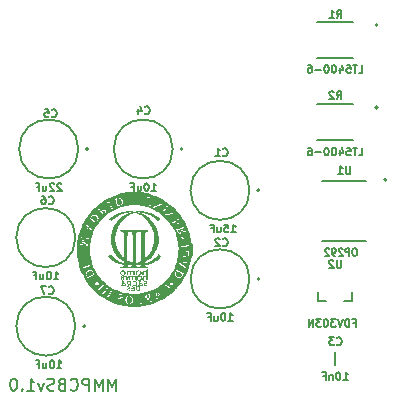
<source format=gbr>
%TF.GenerationSoftware,KiCad,Pcbnew,(6.0.5)*%
%TF.CreationDate,2023-06-19T12:11:45+02:00*%
%TF.ProjectId,PCB_Suelo,5043425f-5375-4656-9c6f-2e6b69636164,rev?*%
%TF.SameCoordinates,Original*%
%TF.FileFunction,Legend,Bot*%
%TF.FilePolarity,Positive*%
%FSLAX46Y46*%
G04 Gerber Fmt 4.6, Leading zero omitted, Abs format (unit mm)*
G04 Created by KiCad (PCBNEW (6.0.5)) date 2023-06-19 12:11:45*
%MOMM*%
%LPD*%
G01*
G04 APERTURE LIST*
%ADD10C,0.150000*%
%ADD11C,0.300000*%
%ADD12C,0.203200*%
%ADD13C,0.200000*%
%ADD14C,0.127000*%
G04 APERTURE END LIST*
D10*
X135946428Y-57044047D02*
X136317857Y-57044047D01*
X136132142Y-57044047D02*
X136132142Y-56394047D01*
X136194047Y-56486904D01*
X136255952Y-56548809D01*
X136317857Y-56579761D01*
X135358333Y-56394047D02*
X135667857Y-56394047D01*
X135698809Y-56703571D01*
X135667857Y-56672619D01*
X135605952Y-56641666D01*
X135451190Y-56641666D01*
X135389285Y-56672619D01*
X135358333Y-56703571D01*
X135327380Y-56765476D01*
X135327380Y-56920238D01*
X135358333Y-56982142D01*
X135389285Y-57013095D01*
X135451190Y-57044047D01*
X135605952Y-57044047D01*
X135667857Y-57013095D01*
X135698809Y-56982142D01*
X134770238Y-56610714D02*
X134770238Y-57044047D01*
X135048809Y-56610714D02*
X135048809Y-56951190D01*
X135017857Y-57013095D01*
X134955952Y-57044047D01*
X134863095Y-57044047D01*
X134801190Y-57013095D01*
X134770238Y-56982142D01*
X134244047Y-56703571D02*
X134460714Y-56703571D01*
X134460714Y-57044047D02*
X134460714Y-56394047D01*
X134151190Y-56394047D01*
X146464285Y-58421428D02*
X146350000Y-58421428D01*
X146292857Y-58450000D01*
X146235714Y-58507142D01*
X146207142Y-58621428D01*
X146207142Y-58821428D01*
X146235714Y-58935714D01*
X146292857Y-58992857D01*
X146350000Y-59021428D01*
X146464285Y-59021428D01*
X146521428Y-58992857D01*
X146578571Y-58935714D01*
X146607142Y-58821428D01*
X146607142Y-58621428D01*
X146578571Y-58507142D01*
X146521428Y-58450000D01*
X146464285Y-58421428D01*
X145950000Y-59021428D02*
X145950000Y-58421428D01*
X145721428Y-58421428D01*
X145664285Y-58450000D01*
X145635714Y-58478571D01*
X145607142Y-58535714D01*
X145607142Y-58621428D01*
X145635714Y-58678571D01*
X145664285Y-58707142D01*
X145721428Y-58735714D01*
X145950000Y-58735714D01*
X145378571Y-58478571D02*
X145350000Y-58450000D01*
X145292857Y-58421428D01*
X145150000Y-58421428D01*
X145092857Y-58450000D01*
X145064285Y-58478571D01*
X145035714Y-58535714D01*
X145035714Y-58592857D01*
X145064285Y-58678571D01*
X145407142Y-59021428D01*
X145035714Y-59021428D01*
X144750000Y-59021428D02*
X144635714Y-59021428D01*
X144578571Y-58992857D01*
X144550000Y-58964285D01*
X144492857Y-58878571D01*
X144464285Y-58764285D01*
X144464285Y-58535714D01*
X144492857Y-58478571D01*
X144521428Y-58450000D01*
X144578571Y-58421428D01*
X144692857Y-58421428D01*
X144750000Y-58450000D01*
X144778571Y-58478571D01*
X144807142Y-58535714D01*
X144807142Y-58678571D01*
X144778571Y-58735714D01*
X144750000Y-58764285D01*
X144692857Y-58792857D01*
X144578571Y-58792857D01*
X144521428Y-58764285D01*
X144492857Y-58735714D01*
X144464285Y-58678571D01*
X144235714Y-58478571D02*
X144207142Y-58450000D01*
X144150000Y-58421428D01*
X144007142Y-58421428D01*
X143950000Y-58450000D01*
X143921428Y-58478571D01*
X143892857Y-58535714D01*
X143892857Y-58592857D01*
X143921428Y-58678571D01*
X144264285Y-59021428D01*
X143892857Y-59021428D01*
X121196428Y-68544047D02*
X121567857Y-68544047D01*
X121382142Y-68544047D02*
X121382142Y-67894047D01*
X121444047Y-67986904D01*
X121505952Y-68048809D01*
X121567857Y-68079761D01*
X120794047Y-67894047D02*
X120732142Y-67894047D01*
X120670238Y-67925000D01*
X120639285Y-67955952D01*
X120608333Y-68017857D01*
X120577380Y-68141666D01*
X120577380Y-68296428D01*
X120608333Y-68420238D01*
X120639285Y-68482142D01*
X120670238Y-68513095D01*
X120732142Y-68544047D01*
X120794047Y-68544047D01*
X120855952Y-68513095D01*
X120886904Y-68482142D01*
X120917857Y-68420238D01*
X120948809Y-68296428D01*
X120948809Y-68141666D01*
X120917857Y-68017857D01*
X120886904Y-67955952D01*
X120855952Y-67925000D01*
X120794047Y-67894047D01*
X120020238Y-68110714D02*
X120020238Y-68544047D01*
X120298809Y-68110714D02*
X120298809Y-68451190D01*
X120267857Y-68513095D01*
X120205952Y-68544047D01*
X120113095Y-68544047D01*
X120051190Y-68513095D01*
X120020238Y-68482142D01*
X119494047Y-68203571D02*
X119710714Y-68203571D01*
X119710714Y-68544047D02*
X119710714Y-67894047D01*
X119401190Y-67894047D01*
X146746428Y-50544047D02*
X147055952Y-50544047D01*
X147055952Y-49894047D01*
X146622619Y-49894047D02*
X146251190Y-49894047D01*
X146436904Y-50544047D02*
X146436904Y-49894047D01*
X145725000Y-49894047D02*
X146034523Y-49894047D01*
X146065476Y-50203571D01*
X146034523Y-50172619D01*
X145972619Y-50141666D01*
X145817857Y-50141666D01*
X145755952Y-50172619D01*
X145725000Y-50203571D01*
X145694047Y-50265476D01*
X145694047Y-50420238D01*
X145725000Y-50482142D01*
X145755952Y-50513095D01*
X145817857Y-50544047D01*
X145972619Y-50544047D01*
X146034523Y-50513095D01*
X146065476Y-50482142D01*
X145136904Y-50110714D02*
X145136904Y-50544047D01*
X145291666Y-49863095D02*
X145446428Y-50327380D01*
X145044047Y-50327380D01*
X144672619Y-49894047D02*
X144610714Y-49894047D01*
X144548809Y-49925000D01*
X144517857Y-49955952D01*
X144486904Y-50017857D01*
X144455952Y-50141666D01*
X144455952Y-50296428D01*
X144486904Y-50420238D01*
X144517857Y-50482142D01*
X144548809Y-50513095D01*
X144610714Y-50544047D01*
X144672619Y-50544047D01*
X144734523Y-50513095D01*
X144765476Y-50482142D01*
X144796428Y-50420238D01*
X144827380Y-50296428D01*
X144827380Y-50141666D01*
X144796428Y-50017857D01*
X144765476Y-49955952D01*
X144734523Y-49925000D01*
X144672619Y-49894047D01*
X144053571Y-49894047D02*
X143991666Y-49894047D01*
X143929761Y-49925000D01*
X143898809Y-49955952D01*
X143867857Y-50017857D01*
X143836904Y-50141666D01*
X143836904Y-50296428D01*
X143867857Y-50420238D01*
X143898809Y-50482142D01*
X143929761Y-50513095D01*
X143991666Y-50544047D01*
X144053571Y-50544047D01*
X144115476Y-50513095D01*
X144146428Y-50482142D01*
X144177380Y-50420238D01*
X144208333Y-50296428D01*
X144208333Y-50141666D01*
X144177380Y-50017857D01*
X144146428Y-49955952D01*
X144115476Y-49925000D01*
X144053571Y-49894047D01*
X143558333Y-50296428D02*
X143063095Y-50296428D01*
X142475000Y-49894047D02*
X142598809Y-49894047D01*
X142660714Y-49925000D01*
X142691666Y-49955952D01*
X142753571Y-50048809D01*
X142784523Y-50172619D01*
X142784523Y-50420238D01*
X142753571Y-50482142D01*
X142722619Y-50513095D01*
X142660714Y-50544047D01*
X142536904Y-50544047D01*
X142475000Y-50513095D01*
X142444047Y-50482142D01*
X142413095Y-50420238D01*
X142413095Y-50265476D01*
X142444047Y-50203571D01*
X142475000Y-50172619D01*
X142536904Y-50141666D01*
X142660714Y-50141666D01*
X142722619Y-50172619D01*
X142753571Y-50203571D01*
X142784523Y-50265476D01*
X146279761Y-64703571D02*
X146496428Y-64703571D01*
X146496428Y-65044047D02*
X146496428Y-64394047D01*
X146186904Y-64394047D01*
X145939285Y-65044047D02*
X145939285Y-64394047D01*
X145784523Y-64394047D01*
X145691666Y-64425000D01*
X145629761Y-64486904D01*
X145598809Y-64548809D01*
X145567857Y-64672619D01*
X145567857Y-64765476D01*
X145598809Y-64889285D01*
X145629761Y-64951190D01*
X145691666Y-65013095D01*
X145784523Y-65044047D01*
X145939285Y-65044047D01*
X145382142Y-64394047D02*
X145165476Y-65044047D01*
X144948809Y-64394047D01*
X144794047Y-64394047D02*
X144391666Y-64394047D01*
X144608333Y-64641666D01*
X144515476Y-64641666D01*
X144453571Y-64672619D01*
X144422619Y-64703571D01*
X144391666Y-64765476D01*
X144391666Y-64920238D01*
X144422619Y-64982142D01*
X144453571Y-65013095D01*
X144515476Y-65044047D01*
X144701190Y-65044047D01*
X144763095Y-65013095D01*
X144794047Y-64982142D01*
X143989285Y-64394047D02*
X143927380Y-64394047D01*
X143865476Y-64425000D01*
X143834523Y-64455952D01*
X143803571Y-64517857D01*
X143772619Y-64641666D01*
X143772619Y-64796428D01*
X143803571Y-64920238D01*
X143834523Y-64982142D01*
X143865476Y-65013095D01*
X143927380Y-65044047D01*
X143989285Y-65044047D01*
X144051190Y-65013095D01*
X144082142Y-64982142D01*
X144113095Y-64920238D01*
X144144047Y-64796428D01*
X144144047Y-64641666D01*
X144113095Y-64517857D01*
X144082142Y-64455952D01*
X144051190Y-64425000D01*
X143989285Y-64394047D01*
X143555952Y-64394047D02*
X143153571Y-64394047D01*
X143370238Y-64641666D01*
X143277380Y-64641666D01*
X143215476Y-64672619D01*
X143184523Y-64703571D01*
X143153571Y-64765476D01*
X143153571Y-64920238D01*
X143184523Y-64982142D01*
X143215476Y-65013095D01*
X143277380Y-65044047D01*
X143463095Y-65044047D01*
X143525000Y-65013095D01*
X143555952Y-64982142D01*
X142875000Y-65044047D02*
X142875000Y-64394047D01*
X142503571Y-65044047D01*
X142503571Y-64394047D01*
X120946428Y-61044047D02*
X121317857Y-61044047D01*
X121132142Y-61044047D02*
X121132142Y-60394047D01*
X121194047Y-60486904D01*
X121255952Y-60548809D01*
X121317857Y-60579761D01*
X120544047Y-60394047D02*
X120482142Y-60394047D01*
X120420238Y-60425000D01*
X120389285Y-60455952D01*
X120358333Y-60517857D01*
X120327380Y-60641666D01*
X120327380Y-60796428D01*
X120358333Y-60920238D01*
X120389285Y-60982142D01*
X120420238Y-61013095D01*
X120482142Y-61044047D01*
X120544047Y-61044047D01*
X120605952Y-61013095D01*
X120636904Y-60982142D01*
X120667857Y-60920238D01*
X120698809Y-60796428D01*
X120698809Y-60641666D01*
X120667857Y-60517857D01*
X120636904Y-60455952D01*
X120605952Y-60425000D01*
X120544047Y-60394047D01*
X119770238Y-60610714D02*
X119770238Y-61044047D01*
X120048809Y-60610714D02*
X120048809Y-60951190D01*
X120017857Y-61013095D01*
X119955952Y-61044047D01*
X119863095Y-61044047D01*
X119801190Y-61013095D01*
X119770238Y-60982142D01*
X119244047Y-60703571D02*
X119460714Y-60703571D01*
X119460714Y-61044047D02*
X119460714Y-60394047D01*
X119151190Y-60394047D01*
X129196428Y-53544047D02*
X129567857Y-53544047D01*
X129382142Y-53544047D02*
X129382142Y-52894047D01*
X129444047Y-52986904D01*
X129505952Y-53048809D01*
X129567857Y-53079761D01*
X128794047Y-52894047D02*
X128732142Y-52894047D01*
X128670238Y-52925000D01*
X128639285Y-52955952D01*
X128608333Y-53017857D01*
X128577380Y-53141666D01*
X128577380Y-53296428D01*
X128608333Y-53420238D01*
X128639285Y-53482142D01*
X128670238Y-53513095D01*
X128732142Y-53544047D01*
X128794047Y-53544047D01*
X128855952Y-53513095D01*
X128886904Y-53482142D01*
X128917857Y-53420238D01*
X128948809Y-53296428D01*
X128948809Y-53141666D01*
X128917857Y-53017857D01*
X128886904Y-52955952D01*
X128855952Y-52925000D01*
X128794047Y-52894047D01*
X128020238Y-53110714D02*
X128020238Y-53544047D01*
X128298809Y-53110714D02*
X128298809Y-53451190D01*
X128267857Y-53513095D01*
X128205952Y-53544047D01*
X128113095Y-53544047D01*
X128051190Y-53513095D01*
X128020238Y-53482142D01*
X127494047Y-53203571D02*
X127710714Y-53203571D01*
X127710714Y-53544047D02*
X127710714Y-52894047D01*
X127401190Y-52894047D01*
X135696428Y-64544047D02*
X136067857Y-64544047D01*
X135882142Y-64544047D02*
X135882142Y-63894047D01*
X135944047Y-63986904D01*
X136005952Y-64048809D01*
X136067857Y-64079761D01*
X135294047Y-63894047D02*
X135232142Y-63894047D01*
X135170238Y-63925000D01*
X135139285Y-63955952D01*
X135108333Y-64017857D01*
X135077380Y-64141666D01*
X135077380Y-64296428D01*
X135108333Y-64420238D01*
X135139285Y-64482142D01*
X135170238Y-64513095D01*
X135232142Y-64544047D01*
X135294047Y-64544047D01*
X135355952Y-64513095D01*
X135386904Y-64482142D01*
X135417857Y-64420238D01*
X135448809Y-64296428D01*
X135448809Y-64141666D01*
X135417857Y-64017857D01*
X135386904Y-63955952D01*
X135355952Y-63925000D01*
X135294047Y-63894047D01*
X134520238Y-64110714D02*
X134520238Y-64544047D01*
X134798809Y-64110714D02*
X134798809Y-64451190D01*
X134767857Y-64513095D01*
X134705952Y-64544047D01*
X134613095Y-64544047D01*
X134551190Y-64513095D01*
X134520238Y-64482142D01*
X133994047Y-64203571D02*
X134210714Y-64203571D01*
X134210714Y-64544047D02*
X134210714Y-63894047D01*
X133901190Y-63894047D01*
X146746428Y-43544047D02*
X147055952Y-43544047D01*
X147055952Y-42894047D01*
X146622619Y-42894047D02*
X146251190Y-42894047D01*
X146436904Y-43544047D02*
X146436904Y-42894047D01*
X145725000Y-42894047D02*
X146034523Y-42894047D01*
X146065476Y-43203571D01*
X146034523Y-43172619D01*
X145972619Y-43141666D01*
X145817857Y-43141666D01*
X145755952Y-43172619D01*
X145725000Y-43203571D01*
X145694047Y-43265476D01*
X145694047Y-43420238D01*
X145725000Y-43482142D01*
X145755952Y-43513095D01*
X145817857Y-43544047D01*
X145972619Y-43544047D01*
X146034523Y-43513095D01*
X146065476Y-43482142D01*
X145136904Y-43110714D02*
X145136904Y-43544047D01*
X145291666Y-42863095D02*
X145446428Y-43327380D01*
X145044047Y-43327380D01*
X144672619Y-42894047D02*
X144610714Y-42894047D01*
X144548809Y-42925000D01*
X144517857Y-42955952D01*
X144486904Y-43017857D01*
X144455952Y-43141666D01*
X144455952Y-43296428D01*
X144486904Y-43420238D01*
X144517857Y-43482142D01*
X144548809Y-43513095D01*
X144610714Y-43544047D01*
X144672619Y-43544047D01*
X144734523Y-43513095D01*
X144765476Y-43482142D01*
X144796428Y-43420238D01*
X144827380Y-43296428D01*
X144827380Y-43141666D01*
X144796428Y-43017857D01*
X144765476Y-42955952D01*
X144734523Y-42925000D01*
X144672619Y-42894047D01*
X144053571Y-42894047D02*
X143991666Y-42894047D01*
X143929761Y-42925000D01*
X143898809Y-42955952D01*
X143867857Y-43017857D01*
X143836904Y-43141666D01*
X143836904Y-43296428D01*
X143867857Y-43420238D01*
X143898809Y-43482142D01*
X143929761Y-43513095D01*
X143991666Y-43544047D01*
X144053571Y-43544047D01*
X144115476Y-43513095D01*
X144146428Y-43482142D01*
X144177380Y-43420238D01*
X144208333Y-43296428D01*
X144208333Y-43141666D01*
X144177380Y-43017857D01*
X144146428Y-42955952D01*
X144115476Y-42925000D01*
X144053571Y-42894047D01*
X143558333Y-43296428D02*
X143063095Y-43296428D01*
X142475000Y-42894047D02*
X142598809Y-42894047D01*
X142660714Y-42925000D01*
X142691666Y-42955952D01*
X142753571Y-43048809D01*
X142784523Y-43172619D01*
X142784523Y-43420238D01*
X142753571Y-43482142D01*
X142722619Y-43513095D01*
X142660714Y-43544047D01*
X142536904Y-43544047D01*
X142475000Y-43513095D01*
X142444047Y-43482142D01*
X142413095Y-43420238D01*
X142413095Y-43265476D01*
X142444047Y-43203571D01*
X142475000Y-43172619D01*
X142536904Y-43141666D01*
X142660714Y-43141666D01*
X142722619Y-43172619D01*
X142753571Y-43203571D01*
X142784523Y-43265476D01*
X145446428Y-69544047D02*
X145817857Y-69544047D01*
X145632142Y-69544047D02*
X145632142Y-68894047D01*
X145694047Y-68986904D01*
X145755952Y-69048809D01*
X145817857Y-69079761D01*
X145044047Y-68894047D02*
X144982142Y-68894047D01*
X144920238Y-68925000D01*
X144889285Y-68955952D01*
X144858333Y-69017857D01*
X144827380Y-69141666D01*
X144827380Y-69296428D01*
X144858333Y-69420238D01*
X144889285Y-69482142D01*
X144920238Y-69513095D01*
X144982142Y-69544047D01*
X145044047Y-69544047D01*
X145105952Y-69513095D01*
X145136904Y-69482142D01*
X145167857Y-69420238D01*
X145198809Y-69296428D01*
X145198809Y-69141666D01*
X145167857Y-69017857D01*
X145136904Y-68955952D01*
X145105952Y-68925000D01*
X145044047Y-68894047D01*
X144548809Y-69110714D02*
X144548809Y-69544047D01*
X144548809Y-69172619D02*
X144517857Y-69141666D01*
X144455952Y-69110714D01*
X144363095Y-69110714D01*
X144301190Y-69141666D01*
X144270238Y-69203571D01*
X144270238Y-69544047D01*
X143744047Y-69203571D02*
X143960714Y-69203571D01*
X143960714Y-69544047D02*
X143960714Y-68894047D01*
X143651190Y-68894047D01*
X126202380Y-70452380D02*
X126202380Y-69452380D01*
X125869047Y-70166666D01*
X125535714Y-69452380D01*
X125535714Y-70452380D01*
X125059523Y-70452380D02*
X125059523Y-69452380D01*
X124726190Y-70166666D01*
X124392857Y-69452380D01*
X124392857Y-70452380D01*
X123916666Y-70452380D02*
X123916666Y-69452380D01*
X123535714Y-69452380D01*
X123440476Y-69500000D01*
X123392857Y-69547619D01*
X123345238Y-69642857D01*
X123345238Y-69785714D01*
X123392857Y-69880952D01*
X123440476Y-69928571D01*
X123535714Y-69976190D01*
X123916666Y-69976190D01*
X122345238Y-70357142D02*
X122392857Y-70404761D01*
X122535714Y-70452380D01*
X122630952Y-70452380D01*
X122773809Y-70404761D01*
X122869047Y-70309523D01*
X122916666Y-70214285D01*
X122964285Y-70023809D01*
X122964285Y-69880952D01*
X122916666Y-69690476D01*
X122869047Y-69595238D01*
X122773809Y-69500000D01*
X122630952Y-69452380D01*
X122535714Y-69452380D01*
X122392857Y-69500000D01*
X122345238Y-69547619D01*
X121583333Y-69928571D02*
X121440476Y-69976190D01*
X121392857Y-70023809D01*
X121345238Y-70119047D01*
X121345238Y-70261904D01*
X121392857Y-70357142D01*
X121440476Y-70404761D01*
X121535714Y-70452380D01*
X121916666Y-70452380D01*
X121916666Y-69452380D01*
X121583333Y-69452380D01*
X121488095Y-69500000D01*
X121440476Y-69547619D01*
X121392857Y-69642857D01*
X121392857Y-69738095D01*
X121440476Y-69833333D01*
X121488095Y-69880952D01*
X121583333Y-69928571D01*
X121916666Y-69928571D01*
X120964285Y-70404761D02*
X120821428Y-70452380D01*
X120583333Y-70452380D01*
X120488095Y-70404761D01*
X120440476Y-70357142D01*
X120392857Y-70261904D01*
X120392857Y-70166666D01*
X120440476Y-70071428D01*
X120488095Y-70023809D01*
X120583333Y-69976190D01*
X120773809Y-69928571D01*
X120869047Y-69880952D01*
X120916666Y-69833333D01*
X120964285Y-69738095D01*
X120964285Y-69642857D01*
X120916666Y-69547619D01*
X120869047Y-69500000D01*
X120773809Y-69452380D01*
X120535714Y-69452380D01*
X120392857Y-69500000D01*
X120059523Y-69785714D02*
X119821428Y-70452380D01*
X119583333Y-69785714D01*
X118678571Y-70452380D02*
X119250000Y-70452380D01*
X118964285Y-70452380D02*
X118964285Y-69452380D01*
X119059523Y-69595238D01*
X119154761Y-69690476D01*
X119250000Y-69738095D01*
X118250000Y-70357142D02*
X118202380Y-70404761D01*
X118250000Y-70452380D01*
X118297619Y-70404761D01*
X118250000Y-70357142D01*
X118250000Y-70452380D01*
X117583333Y-69452380D02*
X117488095Y-69452380D01*
X117392857Y-69500000D01*
X117345238Y-69547619D01*
X117297619Y-69642857D01*
X117250000Y-69833333D01*
X117250000Y-70071428D01*
X117297619Y-70261904D01*
X117345238Y-70357142D01*
X117392857Y-70404761D01*
X117488095Y-70452380D01*
X117583333Y-70452380D01*
X117678571Y-70404761D01*
X117726190Y-70357142D01*
X117773809Y-70261904D01*
X117821428Y-70071428D01*
X117821428Y-69833333D01*
X117773809Y-69642857D01*
X117726190Y-69547619D01*
X117678571Y-69500000D01*
X117583333Y-69452380D01*
X121567857Y-52955952D02*
X121536904Y-52925000D01*
X121475000Y-52894047D01*
X121320238Y-52894047D01*
X121258333Y-52925000D01*
X121227380Y-52955952D01*
X121196428Y-53017857D01*
X121196428Y-53079761D01*
X121227380Y-53172619D01*
X121598809Y-53544047D01*
X121196428Y-53544047D01*
X120948809Y-52955952D02*
X120917857Y-52925000D01*
X120855952Y-52894047D01*
X120701190Y-52894047D01*
X120639285Y-52925000D01*
X120608333Y-52955952D01*
X120577380Y-53017857D01*
X120577380Y-53079761D01*
X120608333Y-53172619D01*
X120979761Y-53544047D01*
X120577380Y-53544047D01*
X120020238Y-53110714D02*
X120020238Y-53544047D01*
X120298809Y-53110714D02*
X120298809Y-53451190D01*
X120267857Y-53513095D01*
X120205952Y-53544047D01*
X120113095Y-53544047D01*
X120051190Y-53513095D01*
X120020238Y-53482142D01*
X119494047Y-53203571D02*
X119710714Y-53203571D01*
X119710714Y-53544047D02*
X119710714Y-52894047D01*
X119401190Y-52894047D01*
%TO.C,U2*%
X145245238Y-59394047D02*
X145245238Y-59920238D01*
X145214285Y-59982142D01*
X145183333Y-60013095D01*
X145121428Y-60044047D01*
X144997619Y-60044047D01*
X144935714Y-60013095D01*
X144904761Y-59982142D01*
X144873809Y-59920238D01*
X144873809Y-59394047D01*
X144595238Y-59455952D02*
X144564285Y-59425000D01*
X144502380Y-59394047D01*
X144347619Y-59394047D01*
X144285714Y-59425000D01*
X144254761Y-59455952D01*
X144223809Y-59517857D01*
X144223809Y-59579761D01*
X144254761Y-59672619D01*
X144626190Y-60044047D01*
X144223809Y-60044047D01*
%TO.C,U1*%
X146037238Y-51460047D02*
X146037238Y-51986238D01*
X146006285Y-52048142D01*
X145975333Y-52079095D01*
X145913428Y-52110047D01*
X145789619Y-52110047D01*
X145727714Y-52079095D01*
X145696761Y-52048142D01*
X145665809Y-51986238D01*
X145665809Y-51460047D01*
X145015809Y-52110047D02*
X145387238Y-52110047D01*
X145201523Y-52110047D02*
X145201523Y-51460047D01*
X145263428Y-51552904D01*
X145325333Y-51614809D01*
X145387238Y-51645761D01*
%TO.C,R2*%
X144888333Y-45760047D02*
X145105000Y-45450523D01*
X145259761Y-45760047D02*
X145259761Y-45110047D01*
X145012142Y-45110047D01*
X144950238Y-45141000D01*
X144919285Y-45171952D01*
X144888333Y-45233857D01*
X144888333Y-45326714D01*
X144919285Y-45388619D01*
X144950238Y-45419571D01*
X145012142Y-45450523D01*
X145259761Y-45450523D01*
X144640714Y-45171952D02*
X144609761Y-45141000D01*
X144547857Y-45110047D01*
X144393095Y-45110047D01*
X144331190Y-45141000D01*
X144300238Y-45171952D01*
X144269285Y-45233857D01*
X144269285Y-45295761D01*
X144300238Y-45388619D01*
X144671666Y-45760047D01*
X144269285Y-45760047D01*
%TO.C,R1*%
X144888333Y-38902047D02*
X145105000Y-38592523D01*
X145259761Y-38902047D02*
X145259761Y-38252047D01*
X145012142Y-38252047D01*
X144950238Y-38283000D01*
X144919285Y-38313952D01*
X144888333Y-38375857D01*
X144888333Y-38468714D01*
X144919285Y-38530619D01*
X144950238Y-38561571D01*
X145012142Y-38592523D01*
X145259761Y-38592523D01*
X144269285Y-38902047D02*
X144640714Y-38902047D01*
X144455000Y-38902047D02*
X144455000Y-38252047D01*
X144516904Y-38344904D01*
X144578809Y-38406809D01*
X144640714Y-38437761D01*
%TO.C,C7*%
X120504333Y-62208142D02*
X120535285Y-62239095D01*
X120628142Y-62270047D01*
X120690047Y-62270047D01*
X120782904Y-62239095D01*
X120844809Y-62177190D01*
X120875761Y-62115285D01*
X120906714Y-61991476D01*
X120906714Y-61898619D01*
X120875761Y-61774809D01*
X120844809Y-61712904D01*
X120782904Y-61651000D01*
X120690047Y-61620047D01*
X120628142Y-61620047D01*
X120535285Y-61651000D01*
X120504333Y-61681952D01*
X120287666Y-61620047D02*
X119854333Y-61620047D01*
X120132904Y-62270047D01*
%TO.C,C6*%
X120504333Y-54588142D02*
X120535285Y-54619095D01*
X120628142Y-54650047D01*
X120690047Y-54650047D01*
X120782904Y-54619095D01*
X120844809Y-54557190D01*
X120875761Y-54495285D01*
X120906714Y-54371476D01*
X120906714Y-54278619D01*
X120875761Y-54154809D01*
X120844809Y-54092904D01*
X120782904Y-54031000D01*
X120690047Y-54000047D01*
X120628142Y-54000047D01*
X120535285Y-54031000D01*
X120504333Y-54061952D01*
X119947190Y-54000047D02*
X120071000Y-54000047D01*
X120132904Y-54031000D01*
X120163857Y-54061952D01*
X120225761Y-54154809D01*
X120256714Y-54278619D01*
X120256714Y-54526238D01*
X120225761Y-54588142D01*
X120194809Y-54619095D01*
X120132904Y-54650047D01*
X120009095Y-54650047D01*
X119947190Y-54619095D01*
X119916238Y-54588142D01*
X119885285Y-54526238D01*
X119885285Y-54371476D01*
X119916238Y-54309571D01*
X119947190Y-54278619D01*
X120009095Y-54247666D01*
X120132904Y-54247666D01*
X120194809Y-54278619D01*
X120225761Y-54309571D01*
X120256714Y-54371476D01*
%TO.C,C5*%
X120758333Y-47222142D02*
X120789285Y-47253095D01*
X120882142Y-47284047D01*
X120944047Y-47284047D01*
X121036904Y-47253095D01*
X121098809Y-47191190D01*
X121129761Y-47129285D01*
X121160714Y-47005476D01*
X121160714Y-46912619D01*
X121129761Y-46788809D01*
X121098809Y-46726904D01*
X121036904Y-46665000D01*
X120944047Y-46634047D01*
X120882142Y-46634047D01*
X120789285Y-46665000D01*
X120758333Y-46695952D01*
X120170238Y-46634047D02*
X120479761Y-46634047D01*
X120510714Y-46943571D01*
X120479761Y-46912619D01*
X120417857Y-46881666D01*
X120263095Y-46881666D01*
X120201190Y-46912619D01*
X120170238Y-46943571D01*
X120139285Y-47005476D01*
X120139285Y-47160238D01*
X120170238Y-47222142D01*
X120201190Y-47253095D01*
X120263095Y-47284047D01*
X120417857Y-47284047D01*
X120479761Y-47253095D01*
X120510714Y-47222142D01*
%TO.C,C4*%
X128632333Y-46968142D02*
X128663285Y-46999095D01*
X128756142Y-47030047D01*
X128818047Y-47030047D01*
X128910904Y-46999095D01*
X128972809Y-46937190D01*
X129003761Y-46875285D01*
X129034714Y-46751476D01*
X129034714Y-46658619D01*
X129003761Y-46534809D01*
X128972809Y-46472904D01*
X128910904Y-46411000D01*
X128818047Y-46380047D01*
X128756142Y-46380047D01*
X128663285Y-46411000D01*
X128632333Y-46441952D01*
X128075190Y-46596714D02*
X128075190Y-47030047D01*
X128229952Y-46349095D02*
X128384714Y-46813380D01*
X127982333Y-46813380D01*
%TO.C,C3*%
X144888333Y-66526142D02*
X144919285Y-66557095D01*
X145012142Y-66588047D01*
X145074047Y-66588047D01*
X145166904Y-66557095D01*
X145228809Y-66495190D01*
X145259761Y-66433285D01*
X145290714Y-66309476D01*
X145290714Y-66216619D01*
X145259761Y-66092809D01*
X145228809Y-66030904D01*
X145166904Y-65969000D01*
X145074047Y-65938047D01*
X145012142Y-65938047D01*
X144919285Y-65969000D01*
X144888333Y-65999952D01*
X144671666Y-65938047D02*
X144269285Y-65938047D01*
X144485952Y-66185666D01*
X144393095Y-66185666D01*
X144331190Y-66216619D01*
X144300238Y-66247571D01*
X144269285Y-66309476D01*
X144269285Y-66464238D01*
X144300238Y-66526142D01*
X144331190Y-66557095D01*
X144393095Y-66588047D01*
X144578809Y-66588047D01*
X144640714Y-66557095D01*
X144671666Y-66526142D01*
%TO.C,C2*%
X135236333Y-58144142D02*
X135267285Y-58175095D01*
X135360142Y-58206047D01*
X135422047Y-58206047D01*
X135514904Y-58175095D01*
X135576809Y-58113190D01*
X135607761Y-58051285D01*
X135638714Y-57927476D01*
X135638714Y-57834619D01*
X135607761Y-57710809D01*
X135576809Y-57648904D01*
X135514904Y-57587000D01*
X135422047Y-57556047D01*
X135360142Y-57556047D01*
X135267285Y-57587000D01*
X135236333Y-57617952D01*
X134988714Y-57617952D02*
X134957761Y-57587000D01*
X134895857Y-57556047D01*
X134741095Y-57556047D01*
X134679190Y-57587000D01*
X134648238Y-57617952D01*
X134617285Y-57679857D01*
X134617285Y-57741761D01*
X134648238Y-57834619D01*
X135019666Y-58206047D01*
X134617285Y-58206047D01*
%TO.C,C1*%
X135236333Y-50524142D02*
X135267285Y-50555095D01*
X135360142Y-50586047D01*
X135422047Y-50586047D01*
X135514904Y-50555095D01*
X135576809Y-50493190D01*
X135607761Y-50431285D01*
X135638714Y-50307476D01*
X135638714Y-50214619D01*
X135607761Y-50090809D01*
X135576809Y-50028904D01*
X135514904Y-49967000D01*
X135422047Y-49936047D01*
X135360142Y-49936047D01*
X135267285Y-49967000D01*
X135236333Y-49997952D01*
X134617285Y-50586047D02*
X134988714Y-50586047D01*
X134803000Y-50586047D02*
X134803000Y-49936047D01*
X134864904Y-50028904D01*
X134926809Y-50090809D01*
X134988714Y-50121761D01*
D11*
%TO.C,G*%
X131705050Y-57871442D02*
X131850193Y-57798870D01*
X132067907Y-57798870D01*
X132285621Y-57871442D01*
X132430764Y-58016584D01*
X132503335Y-58161727D01*
X132575907Y-58452013D01*
X132575907Y-58669727D01*
X132503335Y-58960013D01*
X132430764Y-59105156D01*
X132285621Y-59250299D01*
X132067907Y-59322870D01*
X131922764Y-59322870D01*
X131705050Y-59250299D01*
X131632478Y-59177727D01*
X131632478Y-58669727D01*
X131922764Y-58669727D01*
D12*
%TO.C,U2*%
X145513600Y-62910400D02*
X146172400Y-62910400D01*
X146172400Y-62910400D02*
X146172400Y-62097600D01*
X143327600Y-62910400D02*
X143986400Y-62910400D01*
X143327600Y-62097600D02*
X143327600Y-62910400D01*
%TO.C,U1*%
X143600000Y-57750000D02*
X147400000Y-57750000D01*
X147400000Y-52750000D02*
X143600000Y-52750000D01*
D13*
X149100000Y-52600000D02*
G75*
G03*
X149100000Y-52600000I-100000J0D01*
G01*
D14*
%TO.C,R2*%
X146250000Y-49279000D02*
X143250000Y-49279000D01*
X143250000Y-46221000D02*
X146250000Y-46221000D01*
D13*
X148350000Y-46500000D02*
G75*
G03*
X148350000Y-46500000I-100000J0D01*
G01*
D14*
%TO.C,R1*%
X146250000Y-42279000D02*
X143250000Y-42279000D01*
X143250000Y-39221000D02*
X146250000Y-39221000D01*
D13*
X148350000Y-39500000D02*
G75*
G03*
X148350000Y-39500000I-100000J0D01*
G01*
D14*
%TO.C,C7*%
X122750000Y-65000000D02*
G75*
G03*
X122750000Y-65000000I-2500000J0D01*
G01*
D13*
X123600000Y-65000000D02*
G75*
G03*
X123600000Y-65000000I-100000J0D01*
G01*
D14*
%TO.C,C6*%
X122750000Y-57500000D02*
G75*
G03*
X122750000Y-57500000I-2500000J0D01*
G01*
D13*
X123600000Y-57500000D02*
G75*
G03*
X123600000Y-57500000I-100000J0D01*
G01*
D14*
%TO.C,C5*%
X123000000Y-50000000D02*
G75*
G03*
X123000000Y-50000000I-2500000J0D01*
G01*
D13*
X123850000Y-50000000D02*
G75*
G03*
X123850000Y-50000000I-100000J0D01*
G01*
D14*
%TO.C,C4*%
X131000000Y-50000000D02*
G75*
G03*
X131000000Y-50000000I-2500000J0D01*
G01*
D13*
X131850000Y-50000000D02*
G75*
G03*
X131850000Y-50000000I-100000J0D01*
G01*
%TO.C,C3*%
X144750000Y-67200000D02*
X144750000Y-68300000D01*
D14*
%TO.C,C2*%
X137500000Y-61000000D02*
G75*
G03*
X137500000Y-61000000I-2500000J0D01*
G01*
D13*
X138350000Y-61000000D02*
G75*
G03*
X138350000Y-61000000I-100000J0D01*
G01*
D14*
%TO.C,C1*%
X137500000Y-53500000D02*
G75*
G03*
X137500000Y-53500000I-2500000J0D01*
G01*
D13*
X138350000Y-53500000D02*
G75*
G03*
X138350000Y-53500000I-100000J0D01*
G01*
%TO.C,G*%
G36*
X126668538Y-60729435D02*
G01*
X126688903Y-60735272D01*
X126703088Y-60740384D01*
X126711611Y-60745677D01*
X126712957Y-60751144D01*
X126710701Y-60757860D01*
X126705908Y-60771438D01*
X126699918Y-60788002D01*
X126699174Y-60790066D01*
X126696141Y-60799488D01*
X126693693Y-60809665D01*
X126691719Y-60821883D01*
X126690105Y-60837430D01*
X126688739Y-60857593D01*
X126687510Y-60883660D01*
X126686303Y-60916917D01*
X126685007Y-60958652D01*
X126684688Y-60969383D01*
X126683510Y-61008013D01*
X126682467Y-61038291D01*
X126681443Y-61061351D01*
X126680319Y-61078330D01*
X126678976Y-61090364D01*
X126677297Y-61098588D01*
X126675162Y-61104138D01*
X126672454Y-61108149D01*
X126669053Y-61111757D01*
X126656195Y-61121043D01*
X126640805Y-61127408D01*
X126636959Y-61128313D01*
X126624407Y-61130776D01*
X126615238Y-61130428D01*
X126605518Y-61126558D01*
X126591311Y-61118453D01*
X126568076Y-61104772D01*
X126580322Y-61093267D01*
X126583641Y-61090008D01*
X126587829Y-61084476D01*
X126590465Y-61077250D01*
X126591917Y-61066313D01*
X126592555Y-61049646D01*
X126592746Y-61025230D01*
X126592787Y-61019162D01*
X126593316Y-60991062D01*
X126594344Y-60957827D01*
X126595746Y-60923109D01*
X126597395Y-60890559D01*
X126598213Y-60876788D01*
X126600255Y-60848321D01*
X126602551Y-60826646D01*
X126605430Y-60809640D01*
X126609218Y-60795180D01*
X126614243Y-60781143D01*
X126614429Y-60780673D01*
X126624613Y-60756185D01*
X126633398Y-60739873D01*
X126642503Y-60730680D01*
X126653643Y-60727553D01*
X126668538Y-60729435D01*
G37*
G36*
X126886915Y-60722198D02*
G01*
X126905887Y-60725455D01*
X126929960Y-60733848D01*
X126956748Y-60746401D01*
X126983867Y-60762137D01*
X127011332Y-60779766D01*
X127035934Y-60758245D01*
X127041635Y-60753351D01*
X127056741Y-60742311D01*
X127069585Y-60737806D01*
X127083367Y-60739238D01*
X127101287Y-60746006D01*
X127104651Y-60747484D01*
X127122411Y-60755789D01*
X127132463Y-60762841D01*
X127135916Y-60770885D01*
X127133882Y-60782166D01*
X127127471Y-60798930D01*
X127126893Y-60800352D01*
X127123424Y-60809226D01*
X127120714Y-60817557D01*
X127118669Y-60826634D01*
X127117195Y-60837744D01*
X127116199Y-60852178D01*
X127115587Y-60871224D01*
X127115267Y-60896171D01*
X127115143Y-60928307D01*
X127115122Y-60968922D01*
X127115242Y-61003144D01*
X127115676Y-61039408D01*
X127116396Y-61070002D01*
X127117369Y-61093902D01*
X127118560Y-61110083D01*
X127119937Y-61117523D01*
X127121363Y-61120628D01*
X127120835Y-61124840D01*
X127114333Y-61127550D01*
X127099980Y-61129927D01*
X127099022Y-61130054D01*
X127077388Y-61130663D01*
X127055912Y-61127704D01*
X127037757Y-61121867D01*
X127026088Y-61113840D01*
X127025173Y-61112260D01*
X127023405Y-61105213D01*
X127022041Y-61092673D01*
X127021045Y-61073787D01*
X127020379Y-61047700D01*
X127020006Y-61013557D01*
X127019890Y-60970503D01*
X127019890Y-60834643D01*
X127007429Y-60822170D01*
X127001258Y-60817142D01*
X126980629Y-60808395D01*
X126952171Y-60804340D01*
X126916464Y-60805085D01*
X126897879Y-60807677D01*
X126876840Y-60815519D01*
X126860577Y-60829719D01*
X126846550Y-60851979D01*
X126844602Y-60855808D01*
X126841223Y-60863050D01*
X126838703Y-60870386D01*
X126836936Y-60879199D01*
X126835815Y-60890869D01*
X126835236Y-60906780D01*
X126835091Y-60928311D01*
X126835276Y-60956846D01*
X126835684Y-60993766D01*
X126837057Y-61111655D01*
X126823873Y-61127324D01*
X126821321Y-61130226D01*
X126810160Y-61140773D01*
X126800523Y-61147105D01*
X126798522Y-61147858D01*
X126781317Y-61151019D01*
X126763400Y-61149873D01*
X126748145Y-61144978D01*
X126738923Y-61136894D01*
X126737799Y-61134325D01*
X126738248Y-61125633D01*
X126745797Y-61114341D01*
X126757363Y-61100558D01*
X126749801Y-60976024D01*
X126748265Y-60948885D01*
X126746687Y-60915456D01*
X126745616Y-60885474D01*
X126745095Y-60860514D01*
X126745167Y-60842150D01*
X126745875Y-60831955D01*
X126748393Y-60823908D01*
X126759256Y-60805890D01*
X126776286Y-60786516D01*
X126797549Y-60767295D01*
X126821113Y-60749741D01*
X126845043Y-60735364D01*
X126867408Y-60725676D01*
X126886273Y-60722189D01*
X126886915Y-60722198D01*
G37*
G36*
X128642791Y-59537781D02*
G01*
X128644764Y-59607257D01*
X128645056Y-59616642D01*
X128646058Y-59640637D01*
X128647247Y-59660364D01*
X128647490Y-59663010D01*
X128648498Y-59673991D01*
X128649686Y-59679684D01*
X128654849Y-59679966D01*
X128668070Y-59677612D01*
X128687801Y-59672844D01*
X128712609Y-59666055D01*
X128741062Y-59657639D01*
X128771730Y-59647991D01*
X128803180Y-59637502D01*
X128885056Y-59607197D01*
X129003819Y-59555104D01*
X129120060Y-59494128D01*
X129234638Y-59423845D01*
X129255400Y-59409978D01*
X129360013Y-59334106D01*
X129463108Y-59249365D01*
X129563878Y-59156492D01*
X129661513Y-59056224D01*
X129755205Y-58949298D01*
X129759570Y-58944063D01*
X129775000Y-58925831D01*
X129788012Y-58910866D01*
X129797348Y-58900597D01*
X129801749Y-58896452D01*
X129803663Y-58897254D01*
X129812290Y-58902976D01*
X129826721Y-58913419D01*
X129845826Y-58927698D01*
X129868475Y-58944930D01*
X129893538Y-58964230D01*
X129919885Y-58984715D01*
X129946385Y-59005500D01*
X129971909Y-59025701D01*
X129995326Y-59044435D01*
X130015507Y-59060816D01*
X130031321Y-59073961D01*
X130041638Y-59082987D01*
X130045328Y-59087008D01*
X130043323Y-59091156D01*
X130035363Y-59101823D01*
X130022257Y-59117479D01*
X130004985Y-59137037D01*
X129984531Y-59159411D01*
X129961875Y-59183512D01*
X129937999Y-59208255D01*
X129913886Y-59232551D01*
X129864652Y-59279632D01*
X129762108Y-59367610D01*
X129652917Y-59448690D01*
X129537412Y-59522708D01*
X129415929Y-59589502D01*
X129288800Y-59648909D01*
X129156361Y-59700766D01*
X129018945Y-59744909D01*
X128876887Y-59781176D01*
X128730521Y-59809405D01*
X128663493Y-59820314D01*
X128666231Y-59832883D01*
X128669537Y-59843968D01*
X128671261Y-59849747D01*
X128685141Y-59879102D01*
X128704282Y-59907802D01*
X128726653Y-59932499D01*
X128742697Y-59946427D01*
X128763045Y-59960572D01*
X128784490Y-59970625D01*
X128809182Y-59977317D01*
X128839272Y-59981378D01*
X128876908Y-59983537D01*
X128941617Y-59985769D01*
X128941617Y-60028342D01*
X128941558Y-60036491D01*
X128940951Y-60054742D01*
X128939827Y-60068117D01*
X128938361Y-60074172D01*
X128938304Y-60074196D01*
X128932414Y-60074489D01*
X128917212Y-60074775D01*
X128893121Y-60075053D01*
X128860561Y-60075321D01*
X128819954Y-60075579D01*
X128771723Y-60075825D01*
X128716287Y-60076057D01*
X128654070Y-60076276D01*
X128585493Y-60076479D01*
X128510976Y-60076666D01*
X128430942Y-60076835D01*
X128345812Y-60076985D01*
X128256008Y-60077115D01*
X128161951Y-60077225D01*
X128064063Y-60077312D01*
X127962766Y-60077375D01*
X127858480Y-60077414D01*
X127751628Y-60077427D01*
X126568150Y-60077427D01*
X126568150Y-59984638D01*
X126618994Y-59984638D01*
X126644454Y-59984079D01*
X126674205Y-59981230D01*
X126698354Y-59975736D01*
X126736351Y-59959857D01*
X126772599Y-59936108D01*
X126803402Y-59906542D01*
X126827373Y-59872501D01*
X126839688Y-59843444D01*
X127188784Y-59843444D01*
X127193765Y-59856658D01*
X127199928Y-59870773D01*
X127219480Y-59902183D01*
X127244897Y-59930746D01*
X127273943Y-59954167D01*
X127304381Y-59970151D01*
X127320461Y-59975029D01*
X127348264Y-59980145D01*
X127378234Y-59982787D01*
X127406589Y-59982672D01*
X127429544Y-59979516D01*
X127448680Y-59973117D01*
X127478042Y-59958672D01*
X127507104Y-59939727D01*
X127532417Y-59918331D01*
X127533555Y-59917196D01*
X127546002Y-59903037D01*
X127558343Y-59886371D01*
X127569369Y-59869215D01*
X127577867Y-59853587D01*
X127582628Y-59841504D01*
X127582439Y-59834984D01*
X127580961Y-59834591D01*
X127571473Y-59834314D01*
X127554849Y-59834778D01*
X127532869Y-59835917D01*
X127507311Y-59837669D01*
X127496758Y-59838393D01*
X127466878Y-59839934D01*
X127430903Y-59841270D01*
X127391381Y-59842326D01*
X127350861Y-59843031D01*
X127311893Y-59843309D01*
X127188784Y-59843444D01*
X126839688Y-59843444D01*
X126843127Y-59835329D01*
X126845510Y-59827170D01*
X127926425Y-59827170D01*
X127927891Y-59836665D01*
X127928938Y-59840815D01*
X127929211Y-59841504D01*
X127943657Y-59878023D01*
X127966488Y-59911971D01*
X127996017Y-59940924D01*
X128030834Y-59963148D01*
X128033256Y-59964340D01*
X128052550Y-59973107D01*
X128068935Y-59978412D01*
X128086635Y-59981308D01*
X128109875Y-59982846D01*
X128118583Y-59983106D01*
X128158846Y-59980355D01*
X128195362Y-59970320D01*
X128230133Y-59952262D01*
X128265158Y-59925440D01*
X128276308Y-59914499D01*
X128292715Y-59894889D01*
X128306897Y-59874203D01*
X128316184Y-59856068D01*
X128320784Y-59843968D01*
X128229518Y-59843506D01*
X128203538Y-59843288D01*
X128172679Y-59842822D01*
X128144688Y-59842185D01*
X128121865Y-59841430D01*
X128106508Y-59840612D01*
X128070182Y-59837801D01*
X128025466Y-59834230D01*
X127990002Y-59831240D01*
X127963501Y-59828805D01*
X127945667Y-59826899D01*
X127936211Y-59825496D01*
X127929787Y-59824527D01*
X127926425Y-59827170D01*
X126845510Y-59827170D01*
X126850363Y-59810555D01*
X126813035Y-59804448D01*
X126784948Y-59799525D01*
X126730003Y-59788447D01*
X126670409Y-59774851D01*
X126609001Y-59759399D01*
X126548616Y-59742752D01*
X126490217Y-59725070D01*
X126353718Y-59677081D01*
X126222775Y-59621416D01*
X126097616Y-59558208D01*
X125978467Y-59487587D01*
X125865558Y-59409683D01*
X125759116Y-59324628D01*
X125659369Y-59232551D01*
X125640643Y-59213746D01*
X125616630Y-59189009D01*
X125593617Y-59164670D01*
X125572587Y-59141817D01*
X125554521Y-59121537D01*
X125540401Y-59104918D01*
X125531210Y-59093045D01*
X125527927Y-59087008D01*
X125529253Y-59085276D01*
X125537012Y-59078179D01*
X125550727Y-59066602D01*
X125569268Y-59051430D01*
X125591505Y-59033547D01*
X125616309Y-59013836D01*
X125642548Y-58993182D01*
X125669094Y-58972468D01*
X125694815Y-58952579D01*
X125718582Y-58934400D01*
X125739265Y-58918813D01*
X125755733Y-58906703D01*
X125766857Y-58898955D01*
X125771506Y-58896452D01*
X125772126Y-58896878D01*
X125777967Y-58902797D01*
X125788407Y-58914459D01*
X125802188Y-58930435D01*
X125818051Y-58949298D01*
X125865461Y-59004887D01*
X125969091Y-59116811D01*
X126076011Y-59219543D01*
X126186220Y-59313081D01*
X126299715Y-59397425D01*
X126416494Y-59472573D01*
X126536557Y-59538524D01*
X126659901Y-59595276D01*
X126786525Y-59642828D01*
X126791926Y-59644648D01*
X126818101Y-59653605D01*
X126837188Y-59659444D01*
X126850307Y-59661222D01*
X126858576Y-59657990D01*
X126863117Y-59648805D01*
X126863447Y-59646059D01*
X127165557Y-59646059D01*
X127165885Y-59649346D01*
X127167212Y-59658038D01*
X127168324Y-59673813D01*
X127168776Y-59692269D01*
X127168843Y-59724665D01*
X127199366Y-59727586D01*
X127200622Y-59727704D01*
X127223321Y-59729365D01*
X127251463Y-59730761D01*
X127282875Y-59731856D01*
X127315387Y-59732608D01*
X127346829Y-59732980D01*
X127375029Y-59732933D01*
X127397819Y-59732427D01*
X127413026Y-59731423D01*
X127439887Y-59728245D01*
X128133369Y-59728245D01*
X128165113Y-59731336D01*
X128202930Y-59733561D01*
X128249944Y-59733768D01*
X128305518Y-59731944D01*
X128340925Y-59730258D01*
X128340925Y-59663010D01*
X128271332Y-59686265D01*
X128264354Y-59688587D01*
X128236187Y-59697786D01*
X128208780Y-59706493D01*
X128184959Y-59713822D01*
X128167554Y-59718882D01*
X128133369Y-59728245D01*
X127439887Y-59728245D01*
X127399075Y-59716940D01*
X127397830Y-59716592D01*
X127379628Y-59711180D01*
X127354608Y-59703326D01*
X127324972Y-59693741D01*
X127292922Y-59683138D01*
X127260662Y-59672227D01*
X127248668Y-59668127D01*
X127219162Y-59658140D01*
X127197392Y-59651033D01*
X127182251Y-59646538D01*
X127172634Y-59644388D01*
X127167438Y-59644318D01*
X127165557Y-59646059D01*
X126863447Y-59646059D01*
X126865050Y-59632719D01*
X126865493Y-59608786D01*
X126865568Y-59576061D01*
X126866055Y-59506901D01*
X126813555Y-59478876D01*
X126763850Y-59451368D01*
X126691014Y-59406386D01*
X127163959Y-59406386D01*
X127221910Y-59441550D01*
X127222592Y-59441963D01*
X127281708Y-59476245D01*
X127345651Y-59510597D01*
X127410324Y-59542896D01*
X127471631Y-59571017D01*
X127471927Y-59571146D01*
X127498368Y-59582428D01*
X127525299Y-59593565D01*
X127549583Y-59603280D01*
X127568083Y-59610295D01*
X127603490Y-59623035D01*
X127603456Y-58699549D01*
X127901565Y-58699549D01*
X127901570Y-58789834D01*
X127901602Y-58878110D01*
X127901660Y-58963823D01*
X127901745Y-59046419D01*
X127901857Y-59125344D01*
X127901997Y-59200043D01*
X127902166Y-59269962D01*
X127902363Y-59334547D01*
X127902589Y-59393244D01*
X127902845Y-59445498D01*
X127903130Y-59490757D01*
X127903446Y-59528464D01*
X127903792Y-59558067D01*
X127904169Y-59579011D01*
X127904578Y-59590742D01*
X127905404Y-59602663D01*
X127907500Y-59623035D01*
X127907636Y-59624362D01*
X127910255Y-59637932D01*
X127913124Y-59642555D01*
X127916683Y-59641827D01*
X127928857Y-59638042D01*
X127947406Y-59631588D01*
X127970662Y-59623096D01*
X127996958Y-59613197D01*
X128024626Y-59602523D01*
X128051998Y-59591704D01*
X128077406Y-59581371D01*
X128099183Y-59572155D01*
X128155982Y-59546465D01*
X128223197Y-59513337D01*
X128293309Y-59475740D01*
X128345809Y-59446580D01*
X128345733Y-58405563D01*
X128345726Y-58358654D01*
X128345676Y-58238744D01*
X128345581Y-58124542D01*
X128345441Y-58016338D01*
X128345258Y-57914423D01*
X128345034Y-57819085D01*
X128344769Y-57730616D01*
X128344466Y-57649304D01*
X128344124Y-57575441D01*
X128343746Y-57509315D01*
X128343333Y-57451217D01*
X128342886Y-57401436D01*
X128342407Y-57360264D01*
X128341896Y-57327988D01*
X128341355Y-57304901D01*
X128340785Y-57291290D01*
X128339918Y-57278770D01*
X128335331Y-57226647D01*
X128329514Y-57182779D01*
X128322117Y-57145953D01*
X128312790Y-57114952D01*
X128301183Y-57088563D01*
X128286946Y-57065571D01*
X128269728Y-57044760D01*
X128262941Y-57037741D01*
X128234227Y-57013569D01*
X128203653Y-56997369D01*
X128169107Y-56988252D01*
X128128473Y-56985328D01*
X128109129Y-56986167D01*
X128065666Y-56994653D01*
X128025071Y-57011670D01*
X127988883Y-57036466D01*
X127958639Y-57068290D01*
X127949703Y-57080754D01*
X127939473Y-57097959D01*
X127931085Y-57116735D01*
X127924305Y-57138251D01*
X127918895Y-57163678D01*
X127914618Y-57194188D01*
X127911240Y-57230950D01*
X127908522Y-57275137D01*
X127906230Y-57327918D01*
X127905902Y-57339479D01*
X127905486Y-57362642D01*
X127905089Y-57394325D01*
X127904711Y-57433974D01*
X127904353Y-57481035D01*
X127904014Y-57534953D01*
X127903695Y-57595176D01*
X127903397Y-57661148D01*
X127903119Y-57732315D01*
X127902863Y-57808123D01*
X127902629Y-57888018D01*
X127902417Y-57971446D01*
X127902227Y-58057853D01*
X127902060Y-58146684D01*
X127901917Y-58237385D01*
X127901797Y-58329402D01*
X127901702Y-58422181D01*
X127901631Y-58515168D01*
X127901585Y-58607809D01*
X127901565Y-58699549D01*
X127603456Y-58699549D01*
X127603448Y-58466930D01*
X127603425Y-58340467D01*
X127603359Y-58213276D01*
X127603253Y-58093045D01*
X127603107Y-57979975D01*
X127602922Y-57874266D01*
X127602699Y-57776119D01*
X127602438Y-57685735D01*
X127602140Y-57603313D01*
X127601806Y-57529055D01*
X127601438Y-57463161D01*
X127601035Y-57405830D01*
X127600598Y-57357265D01*
X127600129Y-57317665D01*
X127599629Y-57287231D01*
X127599097Y-57266163D01*
X127598535Y-57254663D01*
X127597412Y-57242289D01*
X127591876Y-57194720D01*
X127584822Y-57155038D01*
X127575776Y-57121753D01*
X127564263Y-57093378D01*
X127549811Y-57068423D01*
X127531946Y-57045400D01*
X127515623Y-57029300D01*
X127482931Y-57007473D01*
X127444927Y-56992792D01*
X127402869Y-56985685D01*
X127358020Y-56986576D01*
X127343427Y-56988998D01*
X127308464Y-57000703D01*
X127274145Y-57019576D01*
X127242667Y-57044024D01*
X127216229Y-57072453D01*
X127197032Y-57103269D01*
X127194676Y-57108310D01*
X127191315Y-57115853D01*
X127188209Y-57123592D01*
X127185347Y-57131909D01*
X127182719Y-57141188D01*
X127180317Y-57151811D01*
X127178129Y-57164162D01*
X127176146Y-57178622D01*
X127174357Y-57195575D01*
X127172753Y-57215405D01*
X127171323Y-57238492D01*
X127170057Y-57265222D01*
X127168946Y-57295975D01*
X127167979Y-57331136D01*
X127167146Y-57371087D01*
X127166438Y-57416211D01*
X127165844Y-57466891D01*
X127165354Y-57523509D01*
X127164958Y-57586449D01*
X127164646Y-57656093D01*
X127164408Y-57732825D01*
X127164234Y-57817027D01*
X127164113Y-57909082D01*
X127164037Y-58009373D01*
X127163995Y-58118282D01*
X127163976Y-58236193D01*
X127163971Y-58363489D01*
X127163959Y-59406386D01*
X126691014Y-59406386D01*
X126666169Y-59391042D01*
X126573322Y-59324746D01*
X126484417Y-59251723D01*
X126398563Y-59171214D01*
X126314868Y-59082461D01*
X126232441Y-58984706D01*
X126211095Y-58957121D01*
X126183042Y-58918846D01*
X126153104Y-58876230D01*
X126122816Y-58831542D01*
X126093710Y-58787048D01*
X126067318Y-58745015D01*
X126045174Y-58707712D01*
X126035706Y-58690744D01*
X126016515Y-58654677D01*
X125995495Y-58613445D01*
X125973747Y-58569329D01*
X125952370Y-58524610D01*
X125932464Y-58481570D01*
X125915130Y-58442490D01*
X125901467Y-58409652D01*
X125862836Y-58304021D01*
X125825021Y-58180043D01*
X125794501Y-58054682D01*
X125771742Y-57929883D01*
X125757210Y-57807593D01*
X125756137Y-57792886D01*
X125754460Y-57755904D01*
X125753521Y-57712223D01*
X125753284Y-57663896D01*
X125753711Y-57612978D01*
X125754768Y-57561522D01*
X125754928Y-57556668D01*
X126144256Y-57556668D01*
X126144282Y-57611001D01*
X126145262Y-57662971D01*
X126147225Y-57710371D01*
X126150196Y-57750997D01*
X126162674Y-57855298D01*
X126188074Y-57997809D01*
X126222780Y-58137662D01*
X126266677Y-58274621D01*
X126319650Y-58408447D01*
X126381583Y-58538905D01*
X126452360Y-58665755D01*
X126531867Y-58788760D01*
X126619987Y-58907684D01*
X126716605Y-59022288D01*
X126821607Y-59132334D01*
X126866055Y-59176185D01*
X126865979Y-58270365D01*
X126865969Y-58217303D01*
X126865907Y-58108155D01*
X126865794Y-58004222D01*
X126865630Y-57905855D01*
X126865419Y-57813404D01*
X126865160Y-57727218D01*
X126864857Y-57647649D01*
X126864511Y-57575046D01*
X126864123Y-57509759D01*
X126863697Y-57452139D01*
X126863232Y-57402536D01*
X126862731Y-57361299D01*
X126862197Y-57328779D01*
X126861629Y-57305326D01*
X126861032Y-57291290D01*
X126859501Y-57269820D01*
X126854811Y-57219519D01*
X126848870Y-57177231D01*
X126841309Y-57141706D01*
X126831759Y-57111693D01*
X126819850Y-57085941D01*
X126805213Y-57063199D01*
X126787478Y-57042216D01*
X126785473Y-57040124D01*
X126759516Y-57017672D01*
X126730246Y-57001036D01*
X126696250Y-56989735D01*
X126656119Y-56983287D01*
X126608441Y-56981214D01*
X126568150Y-56981177D01*
X126568150Y-56893270D01*
X128941617Y-56893270D01*
X128941617Y-56981177D01*
X128903769Y-56981205D01*
X128873047Y-56982237D01*
X128826168Y-56988835D01*
X128785268Y-57001907D01*
X128749156Y-57021886D01*
X128716641Y-57049205D01*
X128705817Y-57060548D01*
X128690848Y-57079011D01*
X128678900Y-57098587D01*
X128669516Y-57120719D01*
X128662236Y-57146849D01*
X128656602Y-57178417D01*
X128652156Y-57216865D01*
X128648438Y-57263636D01*
X128648033Y-57271088D01*
X128647334Y-57292146D01*
X128646709Y-57322573D01*
X128646158Y-57362401D01*
X128645681Y-57411665D01*
X128645278Y-57470397D01*
X128644948Y-57538631D01*
X128644691Y-57616399D01*
X128644508Y-57703735D01*
X128644399Y-57800673D01*
X128644362Y-57907244D01*
X128644398Y-58023483D01*
X128644507Y-58149423D01*
X128644689Y-58285097D01*
X128646155Y-59230067D01*
X128694991Y-59185362D01*
X128772925Y-59110788D01*
X128875292Y-59001745D01*
X128969604Y-58887604D01*
X129055705Y-58768658D01*
X129133440Y-58645199D01*
X129202655Y-58517519D01*
X129263193Y-58385912D01*
X129314901Y-58250669D01*
X129357622Y-58112083D01*
X129391203Y-57970447D01*
X129415487Y-57826053D01*
X129420019Y-57785043D01*
X129423761Y-57736358D01*
X129426612Y-57682686D01*
X129428513Y-57626411D01*
X129429406Y-57569919D01*
X129429232Y-57515594D01*
X129427932Y-57465821D01*
X129425447Y-57422984D01*
X129420526Y-57369892D01*
X129400554Y-57225621D01*
X129371190Y-57082336D01*
X129332708Y-56940623D01*
X129285379Y-56801065D01*
X129229477Y-56664248D01*
X129165275Y-56530754D01*
X129093047Y-56401170D01*
X129013064Y-56276078D01*
X128925602Y-56156063D01*
X128830932Y-56041710D01*
X128729327Y-55933602D01*
X128658226Y-55865669D01*
X128554165Y-55776669D01*
X128446203Y-55696296D01*
X128333794Y-55624152D01*
X128216391Y-55559838D01*
X128212258Y-55557757D01*
X128159521Y-55531915D01*
X128111705Y-55510028D01*
X128065763Y-55490819D01*
X128018651Y-55473011D01*
X127967324Y-55455326D01*
X127961348Y-55453366D01*
X127932517Y-55444369D01*
X127901890Y-55435443D01*
X127871320Y-55427067D01*
X127842657Y-55419720D01*
X127817753Y-55413879D01*
X127798459Y-55410024D01*
X127786628Y-55408633D01*
X127777763Y-55409673D01*
X127761409Y-55412756D01*
X127740271Y-55417389D01*
X127716750Y-55423076D01*
X127645487Y-55442824D01*
X127525637Y-55483909D01*
X127408110Y-55534074D01*
X127293294Y-55592978D01*
X127181580Y-55660282D01*
X127073358Y-55735647D01*
X126969015Y-55818734D01*
X126868942Y-55909203D01*
X126773528Y-56006715D01*
X126683163Y-56110930D01*
X126598236Y-56221510D01*
X126519135Y-56338114D01*
X126446252Y-56460404D01*
X126379974Y-56588041D01*
X126336065Y-56683479D01*
X126284365Y-56811208D01*
X126240979Y-56939122D01*
X126205354Y-57069081D01*
X126176935Y-57202943D01*
X126155169Y-57342569D01*
X126153164Y-57359813D01*
X126149639Y-57401544D01*
X126146961Y-57449733D01*
X126145158Y-57502177D01*
X126144256Y-57556668D01*
X125754928Y-57556668D01*
X125756417Y-57511583D01*
X125758623Y-57465214D01*
X125761349Y-57424470D01*
X125764559Y-57391405D01*
X125782956Y-57263406D01*
X125814113Y-57105867D01*
X125854184Y-56952273D01*
X125903158Y-56802659D01*
X125961023Y-56657060D01*
X126027768Y-56515509D01*
X126103381Y-56378043D01*
X126178336Y-56259155D01*
X126261317Y-56143328D01*
X126349829Y-56034555D01*
X126443534Y-55933181D01*
X126542089Y-55839550D01*
X126645155Y-55754009D01*
X126752390Y-55676901D01*
X126863455Y-55608571D01*
X126936292Y-55569782D01*
X127026070Y-55527287D01*
X127123278Y-55486292D01*
X127226688Y-55447284D01*
X127335075Y-55410748D01*
X127447212Y-55377170D01*
X127450059Y-55376366D01*
X127458071Y-55373945D01*
X127461766Y-55372245D01*
X127460238Y-55371189D01*
X127452577Y-55370704D01*
X127437877Y-55370713D01*
X127415228Y-55371142D01*
X127383724Y-55371916D01*
X127321916Y-55374591D01*
X127191811Y-55387353D01*
X127061096Y-55409746D01*
X126929925Y-55441703D01*
X126798450Y-55483155D01*
X126666827Y-55534035D01*
X126535209Y-55594276D01*
X126403750Y-55663809D01*
X126272603Y-55742567D01*
X126141923Y-55830481D01*
X126011863Y-55927485D01*
X125882576Y-56033510D01*
X125866278Y-56047400D01*
X125847253Y-56063363D01*
X125831782Y-56076057D01*
X125821140Y-56084438D01*
X125816602Y-56087464D01*
X125816248Y-56087291D01*
X125810724Y-56082534D01*
X125799412Y-56071903D01*
X125783206Y-56056266D01*
X125762997Y-56036490D01*
X125739677Y-56013440D01*
X125714140Y-55987982D01*
X125614747Y-55888500D01*
X125693166Y-55829535D01*
X125701482Y-55823305D01*
X125837593Y-55727537D01*
X125977137Y-55640878D01*
X126120053Y-55563355D01*
X126266283Y-55494993D01*
X126415767Y-55435818D01*
X126568445Y-55385855D01*
X126724259Y-55345131D01*
X126883148Y-55313671D01*
X126893685Y-55311924D01*
X126966210Y-55300830D01*
X127035307Y-55292086D01*
X127103157Y-55285544D01*
X127171941Y-55281058D01*
X127243839Y-55278480D01*
X127321032Y-55277665D01*
X127405701Y-55278465D01*
X127416855Y-55278662D01*
X127463208Y-55279556D01*
X127502088Y-55280508D01*
X127535383Y-55281639D01*
X127564980Y-55283074D01*
X127592768Y-55284932D01*
X127620632Y-55287338D01*
X127650462Y-55290413D01*
X127684144Y-55294280D01*
X127723566Y-55299060D01*
X127736571Y-55300629D01*
X127761453Y-55303241D01*
X127781602Y-55304405D01*
X127800463Y-55304127D01*
X127821481Y-55302413D01*
X127848100Y-55299268D01*
X127881241Y-55295148D01*
X127917288Y-55290914D01*
X127949734Y-55287511D01*
X127980250Y-55284849D01*
X128010508Y-55282837D01*
X128042177Y-55281384D01*
X128076928Y-55280402D01*
X128116434Y-55279798D01*
X128162365Y-55279484D01*
X128216391Y-55279369D01*
X128237205Y-55279366D01*
X128293849Y-55279546D01*
X128342915Y-55280082D01*
X128386042Y-55281067D01*
X128424872Y-55282592D01*
X128461045Y-55284750D01*
X128496201Y-55287631D01*
X128531980Y-55291329D01*
X128570022Y-55295934D01*
X128611969Y-55301540D01*
X128697554Y-55314763D01*
X128855800Y-55346747D01*
X129011559Y-55388092D01*
X129164461Y-55438658D01*
X129314135Y-55498304D01*
X129460212Y-55566889D01*
X129602323Y-55644274D01*
X129740098Y-55730317D01*
X129745479Y-55733915D01*
X129780878Y-55758068D01*
X129818010Y-55784122D01*
X129854887Y-55810635D01*
X129889524Y-55836164D01*
X129919935Y-55859266D01*
X129944135Y-55878501D01*
X129957709Y-55889675D01*
X129857577Y-55989618D01*
X129757446Y-56089561D01*
X129745498Y-56079966D01*
X129744602Y-56079241D01*
X129735983Y-56072113D01*
X129721503Y-56060021D01*
X129702497Y-56044083D01*
X129680299Y-56025417D01*
X129656243Y-56005143D01*
X129627452Y-55981101D01*
X129498900Y-55879767D01*
X129369376Y-55787390D01*
X129239057Y-55704046D01*
X129108126Y-55629814D01*
X128976761Y-55564770D01*
X128845142Y-55508994D01*
X128713449Y-55462562D01*
X128581861Y-55425552D01*
X128450559Y-55398041D01*
X128319723Y-55380108D01*
X128189531Y-55371829D01*
X128099183Y-55369445D01*
X128143136Y-55381878D01*
X128143777Y-55382060D01*
X128248189Y-55413613D01*
X128350663Y-55448481D01*
X128449634Y-55486038D01*
X128543536Y-55525657D01*
X128630804Y-55566714D01*
X128709871Y-55608580D01*
X128772472Y-55645700D01*
X128880789Y-55718559D01*
X128984886Y-55799741D01*
X129084450Y-55888796D01*
X129179165Y-55985272D01*
X129268715Y-56088718D01*
X129352785Y-56198682D01*
X129431059Y-56314713D01*
X129503223Y-56436361D01*
X129568959Y-56563172D01*
X129627954Y-56694697D01*
X129679891Y-56830483D01*
X129724456Y-56970080D01*
X129761332Y-57113036D01*
X129773133Y-57167141D01*
X129789298Y-57252644D01*
X129801659Y-57336032D01*
X129810558Y-57420198D01*
X129816338Y-57508035D01*
X129818308Y-57569919D01*
X129819343Y-57602438D01*
X129819784Y-57633966D01*
X129819724Y-57705885D01*
X129817861Y-57771264D01*
X129813987Y-57832319D01*
X129807889Y-57891262D01*
X129799358Y-57950307D01*
X129788183Y-58011669D01*
X129774154Y-58077562D01*
X129746140Y-58188885D01*
X129703238Y-58325637D01*
X129651632Y-58458977D01*
X129591072Y-58589482D01*
X129521306Y-58717730D01*
X129442086Y-58844299D01*
X129398627Y-58907241D01*
X129315310Y-59016557D01*
X129227634Y-59117331D01*
X129135303Y-59209827D01*
X129038025Y-59294312D01*
X128935505Y-59371050D01*
X128827449Y-59440308D01*
X128815936Y-59446580D01*
X128713565Y-59502349D01*
X128642791Y-59537781D01*
G37*
G36*
X127364309Y-62470035D02*
G01*
X127403232Y-62480704D01*
X127438654Y-62498902D01*
X127468893Y-62524339D01*
X127484415Y-62543094D01*
X127507588Y-62582518D01*
X127524430Y-62628620D01*
X127534794Y-62680789D01*
X127538532Y-62738415D01*
X127535498Y-62800888D01*
X127531206Y-62835504D01*
X127518525Y-62897855D01*
X127500263Y-62952576D01*
X127476484Y-62999494D01*
X127447253Y-63038438D01*
X127423126Y-63061542D01*
X127394974Y-63080097D01*
X127361748Y-63093575D01*
X127357288Y-63094881D01*
X127325758Y-63099559D01*
X127290590Y-63098388D01*
X127255132Y-63091698D01*
X127222734Y-63079821D01*
X127207566Y-63071103D01*
X127182598Y-63051816D01*
X127159080Y-63028301D01*
X127140184Y-63003490D01*
X127136529Y-62997460D01*
X127119300Y-62958910D01*
X127107742Y-62912587D01*
X127101906Y-62858681D01*
X127101032Y-62829217D01*
X127103249Y-62769465D01*
X127110639Y-62712690D01*
X127122852Y-62659804D01*
X127139540Y-62611723D01*
X127160353Y-62569361D01*
X127184944Y-62533633D01*
X127212964Y-62505453D01*
X127244064Y-62485737D01*
X127282680Y-62472434D01*
X127323565Y-62467182D01*
X127364309Y-62470035D01*
G37*
G36*
X126992459Y-60604500D02*
G01*
X126965911Y-60636655D01*
X126962259Y-60640256D01*
X126940561Y-60659342D01*
X126916981Y-60675654D01*
X126888961Y-60690785D01*
X126853940Y-60706327D01*
X126839717Y-60711794D01*
X126809085Y-60719774D01*
X126780383Y-60720726D01*
X126750822Y-60714544D01*
X126717613Y-60701122D01*
X126670386Y-60676433D01*
X126632128Y-60651053D01*
X126602133Y-60624013D01*
X126579653Y-60594323D01*
X126563938Y-60560992D01*
X126554239Y-60523032D01*
X126551083Y-60492000D01*
X126637129Y-60492000D01*
X126638353Y-60523135D01*
X126646683Y-60559176D01*
X126653225Y-60578532D01*
X126666276Y-60606113D01*
X126681873Y-60626006D01*
X126700882Y-60639495D01*
X126702849Y-60640468D01*
X126725466Y-60648368D01*
X126749857Y-60652153D01*
X126772613Y-60651562D01*
X126790326Y-60646335D01*
X126798748Y-60641471D01*
X126816664Y-60629251D01*
X126837432Y-60612578D01*
X126862878Y-60590036D01*
X126890473Y-60564815D01*
X126890473Y-60477038D01*
X126900240Y-60477038D01*
X126900273Y-60490909D01*
X126900499Y-60514744D01*
X126900904Y-60533847D01*
X126901446Y-60546540D01*
X126902084Y-60551144D01*
X126903495Y-60550745D01*
X126909719Y-60544197D01*
X126917335Y-60531519D01*
X126925222Y-60515192D01*
X126932254Y-60497693D01*
X126937308Y-60481503D01*
X126939262Y-60469100D01*
X126938577Y-60459821D01*
X126930257Y-60436342D01*
X126912914Y-60414771D01*
X126900240Y-60402931D01*
X126900240Y-60477038D01*
X126890473Y-60477038D01*
X126890473Y-60392057D01*
X126866281Y-60368229D01*
X126859388Y-60361688D01*
X126845530Y-60350933D01*
X126831939Y-60345086D01*
X126816900Y-60344196D01*
X126798704Y-60348316D01*
X126775638Y-60357495D01*
X126745991Y-60371783D01*
X126721920Y-60384186D01*
X126698227Y-60397571D01*
X126680699Y-60409525D01*
X126667737Y-60421334D01*
X126657741Y-60434284D01*
X126649111Y-60449660D01*
X126643052Y-60463935D01*
X126637129Y-60492000D01*
X126551083Y-60492000D01*
X126549807Y-60479452D01*
X126549624Y-60475218D01*
X126548859Y-60451861D01*
X126549098Y-60435331D01*
X126550630Y-60423088D01*
X126553746Y-60412595D01*
X126558736Y-60401313D01*
X126569552Y-60382876D01*
X126594891Y-60354054D01*
X126629694Y-60326816D01*
X126673837Y-60301269D01*
X126725353Y-60275216D01*
X126834311Y-60275216D01*
X126907573Y-60317649D01*
X126922298Y-60326208D01*
X126945558Y-60340027D01*
X126962499Y-60350800D01*
X126974591Y-60359656D01*
X126983300Y-60367725D01*
X126990096Y-60376136D01*
X126996448Y-60386020D01*
X127005922Y-60402425D01*
X127016017Y-60423416D01*
X127022706Y-60444053D01*
X127027625Y-60468678D01*
X127027657Y-60469100D01*
X127029454Y-60493053D01*
X127024932Y-60530790D01*
X127013616Y-60564815D01*
X127012366Y-60568575D01*
X126992459Y-60604500D01*
G37*
G36*
X127040434Y-61523867D02*
G01*
X127032894Y-61544974D01*
X127030357Y-61548560D01*
X127016487Y-61561490D01*
X126996934Y-61574045D01*
X126974722Y-61584483D01*
X126952874Y-61591064D01*
X126947337Y-61592155D01*
X126935356Y-61594522D01*
X126929348Y-61595716D01*
X126925640Y-61595269D01*
X126914669Y-61592918D01*
X126899513Y-61589166D01*
X126891765Y-61586985D01*
X126855546Y-61572060D01*
X126819199Y-61548892D01*
X126811845Y-61543879D01*
X126798476Y-61538418D01*
X126785641Y-61539723D01*
X126771380Y-61548264D01*
X126753730Y-61564507D01*
X126740447Y-61577124D01*
X126725807Y-61587893D01*
X126714828Y-61591340D01*
X126713444Y-61591320D01*
X126691894Y-61588184D01*
X126668047Y-61580771D01*
X126646976Y-61570630D01*
X126637482Y-61564239D01*
X126634636Y-61559804D01*
X126638487Y-61556179D01*
X126642181Y-61552958D01*
X126650098Y-61542454D01*
X126658262Y-61528346D01*
X126661290Y-61521871D01*
X126668249Y-61503934D01*
X126675085Y-61482915D01*
X126676950Y-61476246D01*
X126800350Y-61476246D01*
X126801532Y-61499535D01*
X126810749Y-61518062D01*
X126828443Y-61532961D01*
X126836727Y-61537258D01*
X126859691Y-61542310D01*
X126885733Y-61538769D01*
X126915540Y-61526584D01*
X126922399Y-61522920D01*
X126942263Y-61509963D01*
X126953710Y-61497105D01*
X126957660Y-61482934D01*
X126955032Y-61466041D01*
X126951473Y-61456534D01*
X126937242Y-61434191D01*
X126917586Y-61416366D01*
X126895111Y-61405682D01*
X126891242Y-61404673D01*
X126877417Y-61402395D01*
X126864345Y-61403620D01*
X126847217Y-61408645D01*
X126844390Y-61409622D01*
X126826985Y-61417441D01*
X126815433Y-61427675D01*
X126807776Y-61442775D01*
X126802059Y-61465193D01*
X126800350Y-61476246D01*
X126676950Y-61476246D01*
X126681141Y-61461261D01*
X126685763Y-61441421D01*
X126688296Y-61425842D01*
X126688083Y-61416972D01*
X126687893Y-61413685D01*
X126689010Y-61401766D01*
X126691584Y-61383214D01*
X126695289Y-61359833D01*
X126699795Y-61333422D01*
X126704777Y-61305783D01*
X126709905Y-61278716D01*
X126714853Y-61254024D01*
X126719292Y-61233506D01*
X126722895Y-61218965D01*
X126725335Y-61212200D01*
X126730563Y-61208422D01*
X126742718Y-61202329D01*
X126758566Y-61195807D01*
X126777535Y-61187457D01*
X126799717Y-61175841D01*
X126820186Y-61163524D01*
X126824251Y-61160880D01*
X126839719Y-61151308D01*
X126851766Y-61144598D01*
X126858065Y-61142069D01*
X126863576Y-61144986D01*
X126873805Y-61153164D01*
X126886311Y-61164757D01*
X126909346Y-61187444D01*
X126885963Y-61222140D01*
X126878257Y-61233716D01*
X126854461Y-61271814D01*
X126836536Y-61304646D01*
X126824960Y-61331352D01*
X126822268Y-61339143D01*
X126820019Y-61347974D01*
X126821635Y-61351456D01*
X126827408Y-61352067D01*
X126842655Y-61352964D01*
X126872583Y-61358356D01*
X126904895Y-61367769D01*
X126937170Y-61380220D01*
X126966986Y-61394727D01*
X126991919Y-61410306D01*
X127009549Y-61425975D01*
X127023225Y-61445296D01*
X127035147Y-61471721D01*
X127037596Y-61482934D01*
X127041034Y-61498680D01*
X127040434Y-61523867D01*
G37*
G36*
X127224578Y-60728190D02*
G01*
X127226161Y-60728391D01*
X127244995Y-60732350D01*
X127262745Y-60738209D01*
X127280951Y-60745902D01*
X127268124Y-60779161D01*
X127264741Y-60788213D01*
X127261689Y-60797676D01*
X127259275Y-60807740D01*
X127257369Y-60819714D01*
X127255842Y-60834907D01*
X127254567Y-60854628D01*
X127253415Y-60880186D01*
X127252257Y-60912889D01*
X127250965Y-60954047D01*
X127249678Y-60994994D01*
X127248325Y-61030826D01*
X127246753Y-61058902D01*
X127244698Y-61080263D01*
X127241898Y-61095952D01*
X127238086Y-61107012D01*
X127233000Y-61114485D01*
X127226376Y-61119413D01*
X127217948Y-61122838D01*
X127207454Y-61125804D01*
X127200996Y-61127519D01*
X127189663Y-61130536D01*
X127184552Y-61131908D01*
X127181869Y-61131246D01*
X127172887Y-61127199D01*
X127160669Y-61120917D01*
X127148221Y-61114027D01*
X127138549Y-61108153D01*
X127134657Y-61104921D01*
X127137455Y-61100758D01*
X127145144Y-61093631D01*
X127147280Y-61091997D01*
X127149795Y-61089965D01*
X127151807Y-61087340D01*
X127153415Y-61083102D01*
X127154716Y-61076234D01*
X127155809Y-61065717D01*
X127156790Y-61050532D01*
X127157759Y-61029661D01*
X127158812Y-61002086D01*
X127160049Y-60966787D01*
X127161565Y-60922747D01*
X127162121Y-60907315D01*
X127163659Y-60872854D01*
X127165592Y-60845536D01*
X127168269Y-60823461D01*
X127172041Y-60804730D01*
X127177255Y-60787444D01*
X127184263Y-60769703D01*
X127193412Y-60749608D01*
X127200076Y-60736201D01*
X127205667Y-60729264D01*
X127212869Y-60727257D01*
X127224578Y-60728190D01*
G37*
G36*
X128301303Y-60633573D02*
G01*
X128265857Y-60663913D01*
X128223159Y-60689561D01*
X128209686Y-60696369D01*
X128194287Y-60704865D01*
X128187450Y-60710550D01*
X128188864Y-60713933D01*
X128188990Y-60714235D01*
X128198721Y-60716731D01*
X128216456Y-60718851D01*
X128227964Y-60720913D01*
X128241826Y-60725498D01*
X128259162Y-60733270D01*
X128281545Y-60744938D01*
X128310551Y-60761211D01*
X128330361Y-60772688D01*
X128355052Y-60787808D01*
X128373611Y-60800856D01*
X128387594Y-60813289D01*
X128398557Y-60826563D01*
X128408056Y-60842136D01*
X128417648Y-60861463D01*
X128420539Y-60867789D01*
X128426145Y-60882257D01*
X128429398Y-60896380D01*
X128430905Y-60913525D01*
X128431056Y-60923171D01*
X128431273Y-60937057D01*
X128431120Y-60955352D01*
X128430092Y-60972913D01*
X128427465Y-60986844D01*
X128422523Y-61000600D01*
X128416709Y-61013019D01*
X128414547Y-61017638D01*
X128399007Y-61043812D01*
X128372829Y-61075963D01*
X128341960Y-61104364D01*
X128309181Y-61126153D01*
X128307688Y-61126956D01*
X128294773Y-61134490D01*
X128287500Y-61139856D01*
X128287409Y-61141939D01*
X128291196Y-61143386D01*
X128292784Y-61144511D01*
X128300702Y-61150122D01*
X128312428Y-61160256D01*
X128323887Y-61171449D01*
X128332588Y-61181359D01*
X128336041Y-61187648D01*
X128335409Y-61189412D01*
X128330590Y-61198027D01*
X128322063Y-61211682D01*
X128311065Y-61228360D01*
X128304453Y-61238430D01*
X128291542Y-61259357D01*
X128278665Y-61281581D01*
X128266855Y-61303187D01*
X128257143Y-61322261D01*
X128250559Y-61336889D01*
X128248135Y-61345157D01*
X128248249Y-61345632D01*
X128254049Y-61349196D01*
X128267098Y-61353111D01*
X128285266Y-61356717D01*
X128316446Y-61362851D01*
X128362159Y-61376834D01*
X128400164Y-61395363D01*
X128430165Y-61418189D01*
X128451866Y-61445067D01*
X128464970Y-61475750D01*
X128465542Y-61480402D01*
X128469181Y-61509989D01*
X128469045Y-61516979D01*
X128467525Y-61532141D01*
X128463353Y-61542774D01*
X128455273Y-61552734D01*
X128435320Y-61568646D01*
X128408497Y-61582216D01*
X128379351Y-61590728D01*
X128369225Y-61592264D01*
X128343976Y-61592627D01*
X128318749Y-61587254D01*
X128291454Y-61575555D01*
X128260004Y-61556938D01*
X128259116Y-61556363D01*
X128243328Y-61546912D01*
X128229917Y-61540200D01*
X128221702Y-61537647D01*
X128220143Y-61537931D01*
X128211059Y-61542748D01*
X128197910Y-61552291D01*
X128182974Y-61564951D01*
X128170150Y-61576433D01*
X128159132Y-61585186D01*
X128150617Y-61589458D01*
X128142062Y-61590439D01*
X128130927Y-61589318D01*
X128123439Y-61587883D01*
X128108985Y-61583667D01*
X128093514Y-61577935D01*
X128079083Y-61571613D01*
X128067743Y-61565632D01*
X128061549Y-61560919D01*
X128062555Y-61558403D01*
X128064168Y-61557893D01*
X128073246Y-61550015D01*
X128083079Y-61534692D01*
X128092965Y-61513761D01*
X128102201Y-61489057D01*
X128104210Y-61482270D01*
X128229582Y-61482270D01*
X128231986Y-61502968D01*
X128241537Y-61519057D01*
X128259389Y-61532978D01*
X128268248Y-61537301D01*
X128291473Y-61541557D01*
X128317246Y-61538399D01*
X128343457Y-61528246D01*
X128367997Y-61511514D01*
X128376881Y-61503101D01*
X128384209Y-61492167D01*
X128385986Y-61480402D01*
X128384154Y-61467248D01*
X128373498Y-61443775D01*
X128353779Y-61421659D01*
X128345678Y-61415270D01*
X128323851Y-61404965D01*
X128299651Y-61403423D01*
X128271780Y-61410466D01*
X128263107Y-61413946D01*
X128248835Y-61422064D01*
X128239695Y-61432823D01*
X128234087Y-61448596D01*
X128230408Y-61471757D01*
X128229582Y-61482270D01*
X128104210Y-61482270D01*
X128110088Y-61462416D01*
X128115922Y-61435676D01*
X128119003Y-61410671D01*
X128119468Y-61405545D01*
X128121457Y-61390170D01*
X128124628Y-61369035D01*
X128128680Y-61343850D01*
X128133313Y-61316328D01*
X128138225Y-61288181D01*
X128143115Y-61261121D01*
X128147681Y-61236860D01*
X128151622Y-61217109D01*
X128154637Y-61203582D01*
X128156425Y-61197990D01*
X128160328Y-61196157D01*
X128171658Y-61191398D01*
X128188529Y-61184526D01*
X128209066Y-61176314D01*
X128227169Y-61168928D01*
X128245545Y-61160944D01*
X128258918Y-61154570D01*
X128265228Y-61150745D01*
X128266694Y-61147663D01*
X128260344Y-61149263D01*
X128229040Y-61159638D01*
X128201652Y-61164326D01*
X128175677Y-61163015D01*
X128148200Y-61155555D01*
X128122605Y-61144511D01*
X128272553Y-61144511D01*
X128274995Y-61146952D01*
X128277437Y-61144511D01*
X128274995Y-61142069D01*
X128272553Y-61144511D01*
X128122605Y-61144511D01*
X128116306Y-61141793D01*
X128072020Y-61118240D01*
X128035072Y-61093320D01*
X128006052Y-61066745D01*
X127984029Y-61037491D01*
X127968074Y-61004535D01*
X127957255Y-60966852D01*
X127951905Y-60932804D01*
X128041569Y-60932804D01*
X128042454Y-60967521D01*
X128052060Y-61006287D01*
X128061027Y-61029878D01*
X128073316Y-61053119D01*
X128087670Y-61070044D01*
X128105447Y-61082594D01*
X128108290Y-61084077D01*
X128128409Y-61091406D01*
X128151039Y-61095676D01*
X128172450Y-61096415D01*
X128188909Y-61093151D01*
X128200565Y-61086807D01*
X128219408Y-61073581D01*
X128241216Y-61055869D01*
X128264007Y-61035203D01*
X128287204Y-61013019D01*
X128287204Y-60918948D01*
X128296972Y-60918948D01*
X128297023Y-60939377D01*
X128297235Y-60963692D01*
X128297583Y-60983042D01*
X128298036Y-60995825D01*
X128298562Y-61000442D01*
X128299146Y-61000335D01*
X128305098Y-60995399D01*
X128313621Y-60984963D01*
X128322771Y-60971605D01*
X128330606Y-60957905D01*
X128335036Y-60947232D01*
X128340150Y-60923171D01*
X128339873Y-60899240D01*
X128334035Y-60879329D01*
X128332777Y-60877097D01*
X128323571Y-60864358D01*
X128312059Y-60851797D01*
X128296972Y-60837453D01*
X128296972Y-60918948D01*
X128287204Y-60918948D01*
X128287204Y-60826546D01*
X128271332Y-60811523D01*
X128257032Y-60799239D01*
X128239309Y-60788825D01*
X128222817Y-60785605D01*
X128214198Y-60787322D01*
X128197987Y-60793211D01*
X128177315Y-60802270D01*
X128154280Y-60813436D01*
X128130980Y-60825644D01*
X128109511Y-60837829D01*
X128091970Y-60848926D01*
X128080455Y-60857872D01*
X128066385Y-60873293D01*
X128049511Y-60901580D01*
X128041569Y-60932804D01*
X127951905Y-60932804D01*
X127951704Y-60931523D01*
X127951392Y-60893622D01*
X127958039Y-60858714D01*
X127965216Y-60841482D01*
X127982991Y-60815547D01*
X128008199Y-60790028D01*
X128039541Y-60766179D01*
X128075715Y-60745253D01*
X128120620Y-60722840D01*
X128100445Y-60719432D01*
X128096547Y-60718613D01*
X128086883Y-60715402D01*
X128165976Y-60715402D01*
X128169996Y-60717189D01*
X128172582Y-60716837D01*
X128173252Y-60713933D01*
X128172536Y-60713349D01*
X128166740Y-60713933D01*
X128165976Y-60715402D01*
X128086883Y-60715402D01*
X128078164Y-60712505D01*
X128054780Y-60702378D01*
X128028758Y-60689451D01*
X128002458Y-60674946D01*
X127978243Y-60660081D01*
X127958473Y-60646078D01*
X127944033Y-60633658D01*
X127916550Y-60601385D01*
X127896856Y-60563631D01*
X127884816Y-60520090D01*
X127883490Y-60505539D01*
X127970608Y-60505539D01*
X127974365Y-60538564D01*
X127983820Y-60573120D01*
X127985762Y-60578492D01*
X127995344Y-60601041D01*
X128005835Y-60617100D01*
X128019360Y-60629301D01*
X128038041Y-60640271D01*
X128043053Y-60642702D01*
X128071665Y-60651838D01*
X128099239Y-60653061D01*
X128123648Y-60646223D01*
X128129829Y-60642521D01*
X128143404Y-60632870D01*
X128160421Y-60619685D01*
X128178590Y-60604697D01*
X128218833Y-60570427D01*
X128218833Y-60476668D01*
X128228722Y-60476668D01*
X128228765Y-60495192D01*
X128229060Y-60519375D01*
X128229589Y-60538656D01*
X128230302Y-60551414D01*
X128231150Y-60556028D01*
X128233751Y-60554317D01*
X128240214Y-60545932D01*
X128248331Y-60532822D01*
X128256661Y-60517534D01*
X128263761Y-60502617D01*
X128268188Y-60490616D01*
X128268980Y-60487488D01*
X128270999Y-60462429D01*
X128264124Y-60439616D01*
X128247936Y-60417530D01*
X128228845Y-60397308D01*
X128228722Y-60476668D01*
X128218833Y-60476668D01*
X128218833Y-60387081D01*
X128200519Y-60369288D01*
X128181681Y-60353816D01*
X128160977Y-60344376D01*
X128141576Y-60344295D01*
X128141082Y-60344424D01*
X128131152Y-60348112D01*
X128114864Y-60355204D01*
X128094364Y-60364735D01*
X128071798Y-60375736D01*
X128061377Y-60381007D01*
X128034325Y-60395854D01*
X128014204Y-60409457D01*
X127999289Y-60423332D01*
X127987851Y-60438996D01*
X127978164Y-60457965D01*
X127972660Y-60476282D01*
X127970608Y-60505539D01*
X127883490Y-60505539D01*
X127880294Y-60470459D01*
X127880192Y-60461239D01*
X127880601Y-60441402D01*
X127882502Y-60426625D01*
X127886514Y-60413480D01*
X127893253Y-60398538D01*
X127894976Y-60395132D01*
X127912111Y-60369468D01*
X127936058Y-60345711D01*
X127967796Y-60323027D01*
X128008303Y-60300583D01*
X128059050Y-60275216D01*
X128167554Y-60275460D01*
X128238159Y-60316338D01*
X128254517Y-60325946D01*
X128277299Y-60339811D01*
X128296488Y-60352063D01*
X128310444Y-60361643D01*
X128317527Y-60367494D01*
X128322546Y-60374137D01*
X128334096Y-60393948D01*
X128345150Y-60418033D01*
X128354130Y-60442742D01*
X128358965Y-60462429D01*
X128359455Y-60464423D01*
X128361288Y-60480635D01*
X128359490Y-60522073D01*
X128348584Y-60561887D01*
X128344123Y-60570427D01*
X128329034Y-60599309D01*
X128301303Y-60633573D01*
G37*
G36*
X123842164Y-56636923D02*
G01*
X123847163Y-56641053D01*
X123857689Y-56651117D01*
X123872711Y-56666041D01*
X123891198Y-56684752D01*
X123912117Y-56706176D01*
X123934438Y-56729239D01*
X123957128Y-56752869D01*
X123979158Y-56775991D01*
X123999495Y-56797532D01*
X124017108Y-56816419D01*
X124030966Y-56831577D01*
X124040037Y-56841933D01*
X124043290Y-56846413D01*
X124042402Y-56846589D01*
X124033999Y-56846867D01*
X124017902Y-56846977D01*
X123995559Y-56846938D01*
X123968418Y-56846769D01*
X123937928Y-56846490D01*
X123905535Y-56846118D01*
X123872688Y-56845674D01*
X123840835Y-56845176D01*
X123811423Y-56844643D01*
X123785900Y-56844094D01*
X123765715Y-56843547D01*
X123752315Y-56843023D01*
X123747147Y-56842539D01*
X123747631Y-56840019D01*
X123751449Y-56829976D01*
X123758312Y-56813710D01*
X123767522Y-56792733D01*
X123778382Y-56768559D01*
X123790194Y-56742700D01*
X123802261Y-56716668D01*
X123813884Y-56691978D01*
X123824366Y-56670140D01*
X123833010Y-56652670D01*
X123839117Y-56641078D01*
X123841991Y-56636877D01*
X123842164Y-56636923D01*
G37*
G36*
X131655762Y-56806107D02*
G01*
X131660862Y-56813614D01*
X131667321Y-56827502D01*
X131674101Y-56845655D01*
X131683208Y-56878569D01*
X131688564Y-56920107D01*
X131686132Y-56957921D01*
X131675899Y-56990944D01*
X131658523Y-57019912D01*
X131633047Y-57045574D01*
X131601692Y-57063481D01*
X131564783Y-57073395D01*
X131535116Y-57074769D01*
X131500425Y-57068256D01*
X131469232Y-57053234D01*
X131442766Y-57030333D01*
X131422257Y-57000186D01*
X131418743Y-56992265D01*
X131413098Y-56976852D01*
X131407199Y-56958521D01*
X131401738Y-56939700D01*
X131397411Y-56922818D01*
X131394912Y-56910303D01*
X131394933Y-56904583D01*
X131397739Y-56903156D01*
X131408534Y-56898596D01*
X131426033Y-56891556D01*
X131448802Y-56882583D01*
X131475408Y-56872226D01*
X131504417Y-56861034D01*
X131534395Y-56849555D01*
X131563908Y-56838338D01*
X131591522Y-56827930D01*
X131615805Y-56818880D01*
X131635321Y-56811737D01*
X131648638Y-56807049D01*
X131654322Y-56805364D01*
X131655762Y-56806107D01*
G37*
G36*
X127734824Y-60728629D02*
G01*
X127747877Y-60733015D01*
X127765243Y-60741524D01*
X127795779Y-60757417D01*
X127830273Y-60748928D01*
X127848733Y-60744952D01*
X127874618Y-60740604D01*
X127897573Y-60737936D01*
X127902807Y-60737547D01*
X127918797Y-60736870D01*
X127929344Y-60738261D01*
X127937871Y-60742590D01*
X127947801Y-60750730D01*
X127953341Y-60755305D01*
X127964652Y-60762989D01*
X127972377Y-60766026D01*
X127974803Y-60766171D01*
X127979410Y-60769003D01*
X127976710Y-60773645D01*
X127967665Y-60777713D01*
X127961761Y-60779259D01*
X127955395Y-60781653D01*
X127950446Y-60785426D01*
X127946738Y-60791627D01*
X127944093Y-60801303D01*
X127942336Y-60815504D01*
X127941291Y-60835278D01*
X127940782Y-60861674D01*
X127940633Y-60895740D01*
X127940668Y-60938524D01*
X127940702Y-60957375D01*
X127940852Y-60995087D01*
X127941154Y-61024706D01*
X127941679Y-61047404D01*
X127942494Y-61064353D01*
X127943668Y-61076725D01*
X127945271Y-61085695D01*
X127947371Y-61092434D01*
X127950037Y-61098116D01*
X127959201Y-61115209D01*
X127941286Y-61126172D01*
X127940520Y-61126634D01*
X127916155Y-61135691D01*
X127889659Y-61135545D01*
X127862138Y-61126197D01*
X127840348Y-61115209D01*
X127839042Y-60991374D01*
X127837736Y-60867540D01*
X127820020Y-60840850D01*
X127809070Y-60825202D01*
X127796449Y-60811248D01*
X127783415Y-60803564D01*
X127767286Y-60800730D01*
X127745381Y-60801326D01*
X127725939Y-60803606D01*
X127700755Y-60810848D01*
X127683526Y-60822691D01*
X127673691Y-60839434D01*
X127672329Y-60846683D01*
X127670614Y-60863158D01*
X127668895Y-60886746D01*
X127667264Y-60915998D01*
X127665810Y-60949467D01*
X127664623Y-60985703D01*
X127664199Y-61000439D01*
X127662734Y-61042566D01*
X127661144Y-61075231D01*
X127659414Y-61098668D01*
X127657527Y-61113112D01*
X127655468Y-61118797D01*
X127648783Y-61120532D01*
X127635062Y-61121905D01*
X127617677Y-61122459D01*
X127607886Y-61122483D01*
X127595524Y-61122044D01*
X127585930Y-61120115D01*
X127578717Y-61115664D01*
X127573502Y-61107654D01*
X127569899Y-61095053D01*
X127567523Y-61076825D01*
X127565989Y-61051938D01*
X127564911Y-61019357D01*
X127563906Y-60978048D01*
X127563246Y-60950677D01*
X127562396Y-60918756D01*
X127561533Y-60894403D01*
X127560513Y-60876321D01*
X127559194Y-60863214D01*
X127557431Y-60853786D01*
X127555083Y-60846742D01*
X127552005Y-60840785D01*
X127548055Y-60834621D01*
X127537031Y-60820375D01*
X127520284Y-60807532D01*
X127499697Y-60801691D01*
X127473002Y-60801863D01*
X127468935Y-60802280D01*
X127437984Y-60808444D01*
X127414488Y-60819023D01*
X127399231Y-60833678D01*
X127396976Y-60838331D01*
X127394405Y-60848524D01*
X127392549Y-60863652D01*
X127391386Y-60884518D01*
X127390891Y-60911925D01*
X127391042Y-60946674D01*
X127391816Y-60989568D01*
X127393188Y-61041410D01*
X127393652Y-61057563D01*
X127394175Y-61081086D01*
X127394096Y-61097378D01*
X127393232Y-61108089D01*
X127391401Y-61114866D01*
X127388418Y-61119357D01*
X127384100Y-61123212D01*
X127377873Y-61127194D01*
X127367863Y-61130280D01*
X127352937Y-61131796D01*
X127330684Y-61132147D01*
X127321250Y-61132075D01*
X127303212Y-61131402D01*
X127291256Y-61129572D01*
X127282751Y-61126017D01*
X127275063Y-61120172D01*
X127270125Y-61115715D01*
X127263007Y-61107855D01*
X127263464Y-61104015D01*
X127271228Y-61102999D01*
X127277300Y-61102162D01*
X127282143Y-61098888D01*
X127285738Y-61092130D01*
X127288235Y-61080842D01*
X127289781Y-61063977D01*
X127290526Y-61040490D01*
X127290618Y-61009334D01*
X127290206Y-60969464D01*
X127288646Y-60856374D01*
X127303983Y-60823840D01*
X127314447Y-60804233D01*
X127328488Y-60785933D01*
X127347859Y-60768434D01*
X127365347Y-60755127D01*
X127390014Y-60739822D01*
X127413554Y-60730686D01*
X127437824Y-60727562D01*
X127464677Y-60730291D01*
X127495971Y-60738718D01*
X127533560Y-60752683D01*
X127588164Y-60774711D01*
X127606184Y-60762466D01*
X127610219Y-60759841D01*
X127638522Y-60745736D01*
X127671742Y-60734883D01*
X127705855Y-60728648D01*
X127722011Y-60727485D01*
X127734824Y-60728629D01*
G37*
G36*
X124063261Y-60338861D02*
G01*
X124109003Y-60348191D01*
X124151557Y-60365535D01*
X124190256Y-60390744D01*
X124224433Y-60423669D01*
X124253422Y-60464162D01*
X124276555Y-60512075D01*
X124279577Y-60520016D01*
X124287813Y-60543467D01*
X124293620Y-60562928D01*
X124296539Y-60576729D01*
X124296112Y-60583203D01*
X124292983Y-60584978D01*
X124281830Y-60590839D01*
X124263359Y-60600374D01*
X124238351Y-60613186D01*
X124207587Y-60628875D01*
X124171849Y-60647045D01*
X124131917Y-60667296D01*
X124088573Y-60689230D01*
X124042599Y-60712449D01*
X124005590Y-60731104D01*
X123961623Y-60753215D01*
X123920883Y-60773647D01*
X123884153Y-60792011D01*
X123852218Y-60807916D01*
X123825862Y-60820972D01*
X123805869Y-60830788D01*
X123793023Y-60836975D01*
X123788108Y-60839141D01*
X123786146Y-60838187D01*
X123779108Y-60830972D01*
X123769045Y-60818276D01*
X123757313Y-60802013D01*
X123745270Y-60784100D01*
X123734271Y-60766452D01*
X123725673Y-60750984D01*
X123708846Y-60709964D01*
X123698439Y-60662388D01*
X123697220Y-60614934D01*
X123704944Y-60568483D01*
X123721365Y-60523916D01*
X123746239Y-60482114D01*
X123779321Y-60443958D01*
X123820365Y-60410331D01*
X123861755Y-60384658D01*
X123913579Y-60360444D01*
X123964882Y-60344839D01*
X124014999Y-60337695D01*
X124063261Y-60338861D01*
G37*
G36*
X128243361Y-61907879D02*
G01*
X128243603Y-61943198D01*
X128244037Y-61970913D01*
X128244701Y-61991975D01*
X128245633Y-62007337D01*
X128246872Y-62017951D01*
X128248455Y-62024769D01*
X128250422Y-62028744D01*
X128254961Y-62035551D01*
X128257747Y-62042036D01*
X128257728Y-62042143D01*
X128252614Y-62043467D01*
X128239728Y-62044349D01*
X128220929Y-62044711D01*
X128198077Y-62044478D01*
X128138252Y-62043107D01*
X128135791Y-62013805D01*
X128134339Y-62000538D01*
X128131904Y-61986319D01*
X128129398Y-61978398D01*
X128123845Y-61972550D01*
X128119606Y-61975239D01*
X128117100Y-61987324D01*
X128116276Y-62008921D01*
X128116271Y-62010639D01*
X128115568Y-62028701D01*
X128113853Y-62041004D01*
X128111392Y-62045549D01*
X128111144Y-62045508D01*
X128108744Y-62040168D01*
X128107111Y-62027238D01*
X128106508Y-62008700D01*
X128106508Y-61971851D01*
X128088195Y-61975157D01*
X128087761Y-61975236D01*
X128070695Y-61979342D01*
X128058266Y-61985697D01*
X128047505Y-61996480D01*
X128035444Y-62013868D01*
X128026856Y-62026370D01*
X128017128Y-62038537D01*
X128010064Y-62045153D01*
X128009204Y-62045551D01*
X128000123Y-62047367D01*
X127984907Y-62048770D01*
X127965825Y-62049729D01*
X127945146Y-62050212D01*
X127925139Y-62050188D01*
X127908072Y-62049628D01*
X127896214Y-62048498D01*
X127891835Y-62046770D01*
X127894910Y-62042734D01*
X127903888Y-62034478D01*
X127916670Y-62024107D01*
X127917558Y-62023413D01*
X127932873Y-62009169D01*
X127949401Y-61990550D01*
X127963714Y-61971397D01*
X127986130Y-61937686D01*
X127967006Y-61922025D01*
X127954757Y-61911944D01*
X127925075Y-61886822D01*
X127901993Y-61865804D01*
X127884539Y-61847697D01*
X127871739Y-61831308D01*
X127862619Y-61815444D01*
X127856207Y-61798912D01*
X127851528Y-61780519D01*
X127850285Y-61773821D01*
X127850261Y-61773462D01*
X127961345Y-61773462D01*
X127961508Y-61784409D01*
X127964030Y-61798853D01*
X127964118Y-61799291D01*
X127971803Y-61826869D01*
X127982862Y-61853345D01*
X127995883Y-61875843D01*
X128009458Y-61891488D01*
X128017671Y-61897593D01*
X128027125Y-61901584D01*
X128039925Y-61903308D01*
X128059267Y-61903537D01*
X128060234Y-61903525D01*
X128078322Y-61902977D01*
X128092726Y-61901961D01*
X128100404Y-61900688D01*
X128101688Y-61899414D01*
X128103573Y-61893077D01*
X128104942Y-61880746D01*
X128105850Y-61861478D01*
X128106353Y-61834331D01*
X128106508Y-61798363D01*
X128106542Y-61774088D01*
X128106468Y-61744874D01*
X128106453Y-61744433D01*
X128116973Y-61744433D01*
X128117066Y-61769727D01*
X128117114Y-61774088D01*
X128117386Y-61798548D01*
X128118718Y-61889928D01*
X128132148Y-61875902D01*
X128145578Y-61861877D01*
X128145578Y-61715027D01*
X128132738Y-61709176D01*
X128123266Y-61705652D01*
X128117976Y-61705247D01*
X128117967Y-61705257D01*
X128117434Y-61710645D01*
X128117099Y-61724222D01*
X128116973Y-61744433D01*
X128106453Y-61744433D01*
X128105759Y-61723452D01*
X128103872Y-61708634D01*
X128100260Y-61699236D01*
X128094379Y-61694072D01*
X128085685Y-61691955D01*
X128073630Y-61691701D01*
X128057672Y-61692124D01*
X128038600Y-61693068D01*
X128016218Y-61697070D01*
X127999595Y-61705330D01*
X127986453Y-61719154D01*
X127974516Y-61739850D01*
X127970627Y-61747821D01*
X127964174Y-61762452D01*
X127961345Y-61773462D01*
X127850261Y-61773462D01*
X127849119Y-61756427D01*
X127851876Y-61739434D01*
X127859235Y-61720951D01*
X127871874Y-61699086D01*
X127890471Y-61671948D01*
X127902630Y-61655614D01*
X127920302Y-61635530D01*
X127937438Y-61622384D01*
X127956339Y-61615032D01*
X127979309Y-61612326D01*
X128008649Y-61613123D01*
X128022046Y-61614166D01*
X128050515Y-61617333D01*
X128078655Y-61621547D01*
X128104111Y-61626387D01*
X128124529Y-61631430D01*
X128137554Y-61636253D01*
X128137969Y-61636469D01*
X128145371Y-61637970D01*
X128154882Y-61634616D01*
X128169052Y-61625538D01*
X128191288Y-61609865D01*
X128225016Y-61626181D01*
X128228232Y-61627748D01*
X128244077Y-61635810D01*
X128255734Y-61642303D01*
X128260872Y-61645941D01*
X128261096Y-61646875D01*
X128258956Y-61654399D01*
X128253144Y-61665549D01*
X128251352Y-61668645D01*
X128249060Y-61673692D01*
X128247248Y-61680066D01*
X128245859Y-61688824D01*
X128244838Y-61701019D01*
X128244127Y-61717708D01*
X128243672Y-61739944D01*
X128243414Y-61768784D01*
X128243299Y-61805280D01*
X128243270Y-61850489D01*
X128243272Y-61861877D01*
X128243272Y-61864004D01*
X128243361Y-61907879D01*
G37*
G36*
X127488157Y-61416192D02*
G01*
X127488949Y-61459430D01*
X127489761Y-61494167D01*
X127490652Y-61521395D01*
X127491680Y-61542104D01*
X127492902Y-61557287D01*
X127494377Y-61567933D01*
X127496164Y-61575034D01*
X127498319Y-61579581D01*
X127506041Y-61591367D01*
X127384316Y-61591367D01*
X127380947Y-61557181D01*
X127379178Y-61541673D01*
X127376781Y-61529969D01*
X127373445Y-61524407D01*
X127368442Y-61522996D01*
X127368407Y-61522996D01*
X127363600Y-61524109D01*
X127360848Y-61528806D01*
X127359600Y-61539143D01*
X127359306Y-61557181D01*
X127359306Y-61557214D01*
X127358659Y-61574744D01*
X127356927Y-61586850D01*
X127354422Y-61591367D01*
X127354252Y-61591348D01*
X127351818Y-61586271D01*
X127350155Y-61573607D01*
X127349539Y-61555395D01*
X127349539Y-61519423D01*
X127329745Y-61523043D01*
X127312443Y-61528737D01*
X127292515Y-61543706D01*
X127275291Y-61567670D01*
X127273245Y-61571078D01*
X127263872Y-61583178D01*
X127254887Y-61590576D01*
X127247768Y-61592340D01*
X127232433Y-61594104D01*
X127211848Y-61595363D01*
X127188445Y-61595920D01*
X127132351Y-61596251D01*
X127164631Y-61567117D01*
X127169704Y-61562413D01*
X127186530Y-61545192D01*
X127202203Y-61526970D01*
X127215237Y-61509676D01*
X127224147Y-61495237D01*
X127227447Y-61485583D01*
X127223986Y-61480380D01*
X127214767Y-61471191D01*
X127201807Y-61460056D01*
X127168476Y-61431809D01*
X127140405Y-61404481D01*
X127119791Y-61379394D01*
X127105930Y-61355533D01*
X127099844Y-61337118D01*
X127209196Y-61337118D01*
X127213383Y-61359618D01*
X127222645Y-61387600D01*
X127235080Y-61413185D01*
X127249145Y-61432688D01*
X127256382Y-61440081D01*
X127263699Y-61445586D01*
X127272392Y-61448462D01*
X127285258Y-61449563D01*
X127305095Y-61449740D01*
X127306717Y-61449738D01*
X127328769Y-61449038D01*
X127342031Y-61447000D01*
X127347357Y-61443498D01*
X127347470Y-61443087D01*
X127348110Y-61435137D01*
X127348542Y-61419253D01*
X127348749Y-61397027D01*
X127348716Y-61370051D01*
X127348448Y-61342300D01*
X127359306Y-61342300D01*
X127359307Y-61344251D01*
X127359533Y-61372953D01*
X127360095Y-61397027D01*
X127360115Y-61397888D01*
X127360987Y-61417555D01*
X127362083Y-61430456D01*
X127363338Y-61435089D01*
X127363385Y-61435089D01*
X127369313Y-61431777D01*
X127377828Y-61423958D01*
X127381699Y-61419106D01*
X127384788Y-61412545D01*
X127387052Y-61402931D01*
X127388763Y-61388587D01*
X127390194Y-61367834D01*
X127391617Y-61338996D01*
X127394948Y-61265165D01*
X127379811Y-61257337D01*
X127378221Y-61256522D01*
X127367724Y-61251544D01*
X127361990Y-61249510D01*
X127361934Y-61249530D01*
X127361104Y-61254743D01*
X127360382Y-61268127D01*
X127359813Y-61288181D01*
X127359440Y-61313405D01*
X127359306Y-61342300D01*
X127348448Y-61342300D01*
X127348425Y-61339917D01*
X127347097Y-61242578D01*
X127330004Y-61238951D01*
X127329881Y-61238925D01*
X127312051Y-61237459D01*
X127290718Y-61238938D01*
X127269197Y-61242774D01*
X127250800Y-61248378D01*
X127238839Y-61255161D01*
X127228335Y-61268156D01*
X127217293Y-61290285D01*
X127210411Y-61314661D01*
X127209196Y-61337118D01*
X127099844Y-61337118D01*
X127098113Y-61331882D01*
X127095635Y-61307427D01*
X127095635Y-61305989D01*
X127096135Y-61293232D01*
X127098243Y-61282394D01*
X127102961Y-61270998D01*
X127111290Y-61256564D01*
X127124230Y-61236614D01*
X127143116Y-61209135D01*
X127160518Y-61187460D01*
X127177071Y-61172548D01*
X127194681Y-61163430D01*
X127215254Y-61159140D01*
X127240698Y-61158709D01*
X127272919Y-61161172D01*
X127274794Y-61161359D01*
X127316235Y-61166649D01*
X127352713Y-61173962D01*
X127388784Y-61184205D01*
X127392288Y-61184165D01*
X127402682Y-61179944D01*
X127415095Y-61171667D01*
X127421660Y-61166533D01*
X127431139Y-61159484D01*
X127435594Y-61156720D01*
X127436251Y-61156920D01*
X127443340Y-61160065D01*
X127456324Y-61166236D01*
X127473027Y-61174406D01*
X127508770Y-61192093D01*
X127497019Y-61214697D01*
X127485268Y-61237300D01*
X127485717Y-61265165D01*
X127487932Y-61402548D01*
X127488157Y-61416192D01*
G37*
G36*
X127207010Y-61601196D02*
G01*
X127215998Y-61603820D01*
X127231340Y-61609645D01*
X127250963Y-61617755D01*
X127272792Y-61627235D01*
X127294755Y-61637168D01*
X127314776Y-61646638D01*
X127330782Y-61654729D01*
X127340700Y-61660525D01*
X127343656Y-61662982D01*
X127353834Y-61674084D01*
X127366533Y-61690317D01*
X127380040Y-61709311D01*
X127392640Y-61728696D01*
X127402617Y-61746103D01*
X127404058Y-61749147D01*
X127408055Y-61770228D01*
X127403536Y-61793514D01*
X127390940Y-61817689D01*
X127370708Y-61841436D01*
X127368695Y-61843346D01*
X127359562Y-61850888D01*
X127348990Y-61857186D01*
X127334964Y-61863121D01*
X127315469Y-61869576D01*
X127288493Y-61877432D01*
X127284364Y-61878604D01*
X127259906Y-61885871D01*
X127238209Y-61892832D01*
X127221498Y-61898746D01*
X127211998Y-61902873D01*
X127206203Y-61907609D01*
X127195771Y-61919715D01*
X127184539Y-61935530D01*
X127174300Y-61952275D01*
X127166843Y-61967170D01*
X127163959Y-61977436D01*
X127167305Y-61986916D01*
X127178470Y-61998228D01*
X127195483Y-62008830D01*
X127216276Y-62017686D01*
X127238781Y-62023759D01*
X127260928Y-62026014D01*
X127278170Y-62024472D01*
X127290637Y-62018410D01*
X127299198Y-62006076D01*
X127305799Y-61985724D01*
X127306167Y-61984262D01*
X127309676Y-61972514D01*
X127314295Y-61965630D01*
X127322161Y-61962756D01*
X127335411Y-61963041D01*
X127356182Y-61965632D01*
X127365675Y-61967056D01*
X127374715Y-61969844D01*
X127378241Y-61975209D01*
X127378841Y-61985409D01*
X127375009Y-62006674D01*
X127362683Y-62028278D01*
X127343163Y-62046325D01*
X127317795Y-62059191D01*
X127304379Y-62062675D01*
X127288493Y-62064664D01*
X127277602Y-62063811D01*
X127258970Y-62060697D01*
X127236617Y-62055961D01*
X127213530Y-62050295D01*
X127192699Y-62044388D01*
X127177111Y-62038932D01*
X127169960Y-62035394D01*
X127149720Y-62020011D01*
X127130858Y-61998752D01*
X127115170Y-61974262D01*
X127104451Y-61949183D01*
X127100498Y-61926161D01*
X127100860Y-61914336D01*
X127104000Y-61893489D01*
X127111140Y-61875703D01*
X127123211Y-61860159D01*
X127141145Y-61846039D01*
X127165874Y-61832523D01*
X127198330Y-61818792D01*
X127239443Y-61804028D01*
X127254215Y-61798958D01*
X127274615Y-61791520D01*
X127288795Y-61785309D01*
X127298746Y-61779229D01*
X127306457Y-61772188D01*
X127313919Y-61763090D01*
X127319077Y-61755926D01*
X127327950Y-61738456D01*
X127329441Y-61721822D01*
X127323436Y-61703752D01*
X127309818Y-61681977D01*
X127306030Y-61676715D01*
X127296351Y-61664168D01*
X127289171Y-61657662D01*
X127282227Y-61655615D01*
X127273253Y-61656446D01*
X127265644Y-61658346D01*
X127249524Y-61663704D01*
X127229117Y-61671391D01*
X127207079Y-61680444D01*
X127157287Y-61701783D01*
X127130433Y-61687239D01*
X127103578Y-61672694D01*
X127127664Y-61650805D01*
X127140015Y-61640510D01*
X127157387Y-61628183D01*
X127172303Y-61619770D01*
X127178266Y-61616974D01*
X127189847Y-61610595D01*
X127195789Y-61605879D01*
X127197787Y-61603839D01*
X127206259Y-61601134D01*
X127207010Y-61601196D01*
G37*
G36*
X129656873Y-62146284D02*
G01*
X129666813Y-62152344D01*
X129682006Y-62163182D01*
X129702992Y-62179190D01*
X129730315Y-62200763D01*
X129764516Y-62228293D01*
X129773638Y-62235695D01*
X129801231Y-62258252D01*
X129825864Y-62278631D01*
X129846605Y-62296046D01*
X129862523Y-62309710D01*
X129872686Y-62318834D01*
X129876162Y-62322633D01*
X129874715Y-62323884D01*
X129866050Y-62329253D01*
X129850628Y-62338069D01*
X129829673Y-62349650D01*
X129804405Y-62363316D01*
X129776047Y-62378387D01*
X129746755Y-62393787D01*
X129721881Y-62406683D01*
X129703584Y-62415811D01*
X129690794Y-62421603D01*
X129682445Y-62424493D01*
X129677467Y-62424915D01*
X129674794Y-62423303D01*
X129673356Y-62420090D01*
X129673203Y-62419513D01*
X129671756Y-62410314D01*
X129669788Y-62393332D01*
X129667431Y-62370160D01*
X129664816Y-62342389D01*
X129662076Y-62311610D01*
X129659344Y-62279415D01*
X129656752Y-62247395D01*
X129654432Y-62217140D01*
X129652517Y-62190243D01*
X129651139Y-62168295D01*
X129650430Y-62152886D01*
X129650523Y-62145609D01*
X129651642Y-62144608D01*
X129656873Y-62146284D01*
G37*
G36*
X128966865Y-62342803D02*
G01*
X128967025Y-62343038D01*
X128969355Y-62349731D01*
X128973659Y-62364483D01*
X128979602Y-62386062D01*
X128986850Y-62413234D01*
X128995069Y-62444768D01*
X129003924Y-62479431D01*
X129010438Y-62505284D01*
X129018957Y-62539691D01*
X129025267Y-62566255D01*
X129029557Y-62585958D01*
X129032017Y-62599782D01*
X129032838Y-62608710D01*
X129032209Y-62613723D01*
X129030321Y-62615804D01*
X129025140Y-62617422D01*
X129012043Y-62620824D01*
X128995703Y-62624615D01*
X128963332Y-62629980D01*
X128920065Y-62630965D01*
X128881380Y-62624118D01*
X128847800Y-62609614D01*
X128819848Y-62587627D01*
X128798048Y-62558335D01*
X128793434Y-62549914D01*
X128787769Y-62537440D01*
X128784593Y-62525077D01*
X128783204Y-62509534D01*
X128782898Y-62487522D01*
X128783019Y-62475116D01*
X128784291Y-62453564D01*
X128787301Y-62437559D01*
X128792480Y-62424244D01*
X128793986Y-62421326D01*
X128812673Y-62395431D01*
X128837754Y-62373567D01*
X128866237Y-62358405D01*
X128869766Y-62357154D01*
X128886878Y-62352272D01*
X128906926Y-62347873D01*
X128927429Y-62344342D01*
X128945907Y-62342064D01*
X128959879Y-62341423D01*
X128966865Y-62342803D01*
G37*
G36*
X127814790Y-61938549D02*
G01*
X127807484Y-61954180D01*
X127797178Y-61968901D01*
X127783133Y-61984851D01*
X127766471Y-62000948D01*
X127731491Y-62026398D01*
X127693488Y-62044721D01*
X127654768Y-62054660D01*
X127640185Y-62056321D01*
X127609559Y-62056576D01*
X127579668Y-62051436D01*
X127546481Y-62040368D01*
X127546029Y-62040190D01*
X127510966Y-62024508D01*
X127485144Y-62008508D01*
X127468042Y-61991683D01*
X127459142Y-61973523D01*
X127457925Y-61953518D01*
X127459924Y-61944939D01*
X127465808Y-61939137D01*
X127475575Y-61941310D01*
X127489613Y-61951588D01*
X127508313Y-61970098D01*
X127539035Y-62003011D01*
X127570042Y-62000379D01*
X127595756Y-61996386D01*
X127631162Y-61984174D01*
X127660910Y-61965215D01*
X127667950Y-61958983D01*
X127672947Y-61952523D01*
X127675568Y-61944144D01*
X127676578Y-61931230D01*
X127676745Y-61911165D01*
X127676745Y-61903515D01*
X127686512Y-61903515D01*
X127686978Y-61918888D01*
X127688693Y-61926901D01*
X127691847Y-61925611D01*
X127696622Y-61915231D01*
X127700112Y-61899828D01*
X127698675Y-61887325D01*
X127692617Y-61880700D01*
X127689932Y-61881088D01*
X127687321Y-61887991D01*
X127686512Y-61903515D01*
X127676745Y-61903515D01*
X127676745Y-61870438D01*
X127648828Y-61859993D01*
X127644797Y-61858512D01*
X127595142Y-61844907D01*
X127546439Y-61840434D01*
X127545579Y-61840433D01*
X127528618Y-61839435D01*
X127517278Y-61835732D01*
X127507675Y-61828087D01*
X127506523Y-61826925D01*
X127499724Y-61819179D01*
X127497249Y-61813319D01*
X127500003Y-61809002D01*
X127508896Y-61805890D01*
X127524832Y-61803640D01*
X127548721Y-61801913D01*
X127581469Y-61800367D01*
X127601805Y-61799447D01*
X127627366Y-61798081D01*
X127648462Y-61796708D01*
X127663329Y-61795447D01*
X127670200Y-61794416D01*
X127671942Y-61793120D01*
X127674734Y-61785862D01*
X127676273Y-61771471D01*
X127676609Y-61755215D01*
X127686512Y-61755215D01*
X127686777Y-61774330D01*
X127688420Y-61785426D01*
X127692725Y-61790060D01*
X127700972Y-61789790D01*
X127714443Y-61786173D01*
X127714695Y-61786100D01*
X127724943Y-61782392D01*
X127727559Y-61777562D01*
X127724383Y-61768300D01*
X127723100Y-61765434D01*
X127715294Y-61750219D01*
X127706209Y-61734947D01*
X127697692Y-61722566D01*
X127691594Y-61716023D01*
X127688816Y-61718604D01*
X127687091Y-61730707D01*
X127686512Y-61752240D01*
X127686512Y-61755215D01*
X127676609Y-61755215D01*
X127676745Y-61748649D01*
X127676691Y-61736936D01*
X127676077Y-61719653D01*
X127674378Y-61708555D01*
X127671101Y-61701261D01*
X127665757Y-61695386D01*
X127663525Y-61693379D01*
X127648753Y-61682055D01*
X127634684Y-61676175D01*
X127619026Y-61675598D01*
X127599491Y-61680187D01*
X127573789Y-61689802D01*
X127556124Y-61696885D01*
X127543089Y-61701213D01*
X127533108Y-61702557D01*
X127523096Y-61701306D01*
X127509967Y-61697849D01*
X127508876Y-61697541D01*
X127494477Y-61693129D01*
X127487110Y-61688889D01*
X127484529Y-61682513D01*
X127484483Y-61671693D01*
X127485383Y-61664097D01*
X127493291Y-61647595D01*
X127509698Y-61634214D01*
X127535118Y-61623465D01*
X127539612Y-61622036D01*
X127558695Y-61616334D01*
X127574157Y-61613134D01*
X127588028Y-61612802D01*
X127602340Y-61615704D01*
X127619122Y-61622208D01*
X127640405Y-61632679D01*
X127668220Y-61647484D01*
X127697962Y-61663838D01*
X127730691Y-61683111D01*
X127756409Y-61700189D01*
X127776280Y-61715930D01*
X127791467Y-61731188D01*
X127803134Y-61746822D01*
X127814084Y-61766597D01*
X127817861Y-61777562D01*
X127823259Y-61793236D01*
X127827213Y-61823381D01*
X127826500Y-61859708D01*
X127826132Y-61864805D01*
X127823373Y-61896000D01*
X127822806Y-61899828D01*
X127819840Y-61919869D01*
X127814790Y-61938549D01*
G37*
G36*
X125148162Y-55209596D02*
G01*
X125179232Y-55215780D01*
X125205993Y-55229285D01*
X125230346Y-55250830D01*
X125248605Y-55274678D01*
X125263971Y-55306602D01*
X125271289Y-55339897D01*
X125270229Y-55372876D01*
X125260458Y-55403851D01*
X125248623Y-55422846D01*
X125228808Y-55445807D01*
X125204676Y-55467719D01*
X125178745Y-55486050D01*
X125167842Y-55492229D01*
X125155707Y-55498015D01*
X125148795Y-55499889D01*
X125148495Y-55499761D01*
X125143246Y-55494766D01*
X125132875Y-55483254D01*
X125118209Y-55466201D01*
X125100080Y-55444582D01*
X125079315Y-55419374D01*
X125056745Y-55391553D01*
X124970226Y-55284125D01*
X124991463Y-55265792D01*
X124991484Y-55265774D01*
X125006867Y-55254074D01*
X125026768Y-55241025D01*
X125046885Y-55229447D01*
X125062630Y-55221566D01*
X125079953Y-55214873D01*
X125097635Y-55211231D01*
X125120374Y-55209358D01*
X125148162Y-55209596D01*
G37*
G36*
X127302775Y-60286591D02*
G01*
X127332231Y-60295039D01*
X127368140Y-60308566D01*
X127423369Y-60330799D01*
X127446279Y-60316267D01*
X127462688Y-60307000D01*
X127498842Y-60293222D01*
X127541625Y-60284875D01*
X127542376Y-60284781D01*
X127557510Y-60283516D01*
X127569676Y-60284676D01*
X127582682Y-60289085D01*
X127600334Y-60297566D01*
X127631976Y-60313640D01*
X127667790Y-60304873D01*
X127688235Y-60300437D01*
X127712471Y-60296223D01*
X127732907Y-60293688D01*
X127747681Y-60292775D01*
X127759796Y-60293733D01*
X127769624Y-60297933D01*
X127781195Y-60306441D01*
X127787824Y-60311440D01*
X127799358Y-60318741D01*
X127806834Y-60321611D01*
X127809583Y-60322050D01*
X127813488Y-60326495D01*
X127812581Y-60328809D01*
X127805940Y-60331379D01*
X127805375Y-60331409D01*
X127796627Y-60335187D01*
X127786406Y-60343366D01*
X127774418Y-60355353D01*
X127774418Y-60494954D01*
X127774428Y-60517599D01*
X127774529Y-60553888D01*
X127774799Y-60582250D01*
X127775313Y-60603894D01*
X127776144Y-60620025D01*
X127777366Y-60631851D01*
X127779053Y-60640578D01*
X127781279Y-60647415D01*
X127784118Y-60653567D01*
X127793817Y-60672579D01*
X127773129Y-60684494D01*
X127765110Y-60688865D01*
X127754343Y-60692989D01*
X127743037Y-60693967D01*
X127728255Y-60691908D01*
X127707059Y-60686918D01*
X127706161Y-60686691D01*
X127696028Y-60683856D01*
X127688118Y-60680349D01*
X127682155Y-60675030D01*
X127677864Y-60666765D01*
X127674969Y-60654415D01*
X127673197Y-60636845D01*
X127672272Y-60612918D01*
X127671918Y-60581497D01*
X127671861Y-60541446D01*
X127671861Y-60421596D01*
X127654672Y-60396071D01*
X127645506Y-60383069D01*
X127632201Y-60368023D01*
X127618821Y-60359637D01*
X127602771Y-60356538D01*
X127581458Y-60357354D01*
X127574987Y-60358042D01*
X127546737Y-60363856D01*
X127526135Y-60373875D01*
X127511967Y-60388646D01*
X127509612Y-60392991D01*
X127507511Y-60399410D01*
X127505865Y-60408639D01*
X127504594Y-60421839D01*
X127503617Y-60440169D01*
X127502854Y-60464788D01*
X127502224Y-60496855D01*
X127501646Y-60537530D01*
X127499919Y-60673304D01*
X127486995Y-60676656D01*
X127481491Y-60677736D01*
X127465957Y-60679407D01*
X127448394Y-60680110D01*
X127442517Y-60680127D01*
X127431000Y-60679751D01*
X127422011Y-60677951D01*
X127415198Y-60673685D01*
X127410208Y-60665909D01*
X127406688Y-60653582D01*
X127404285Y-60635661D01*
X127402647Y-60611105D01*
X127401419Y-60578870D01*
X127400250Y-60537915D01*
X127399308Y-60505098D01*
X127398256Y-60473973D01*
X127397159Y-60450225D01*
X127395893Y-60432558D01*
X127394332Y-60419674D01*
X127392351Y-60410276D01*
X127389825Y-60403066D01*
X127386629Y-60396747D01*
X127374000Y-60378281D01*
X127359188Y-60366254D01*
X127340242Y-60360324D01*
X127314667Y-60359190D01*
X127311769Y-60359289D01*
X127278927Y-60363735D01*
X127253687Y-60374125D01*
X127235854Y-60390535D01*
X127234863Y-60391941D01*
X127231676Y-60397779D01*
X127229432Y-60405411D01*
X127227983Y-60416431D01*
X127227178Y-60432435D01*
X127226868Y-60455015D01*
X127226902Y-60485767D01*
X127227003Y-60499773D01*
X127227494Y-60532862D01*
X127228284Y-60565643D01*
X127229289Y-60594963D01*
X127230423Y-60617670D01*
X127230593Y-60620338D01*
X127231794Y-60642131D01*
X127231917Y-60656574D01*
X127230698Y-60665837D01*
X127227876Y-60672088D01*
X127223188Y-60677495D01*
X127220576Y-60679923D01*
X127213923Y-60684075D01*
X127204565Y-60686490D01*
X127190150Y-60687612D01*
X127168327Y-60687887D01*
X127155240Y-60687818D01*
X127137757Y-60687140D01*
X127126075Y-60685312D01*
X127117645Y-60681822D01*
X127109919Y-60676158D01*
X127095979Y-60664429D01*
X127107667Y-60661496D01*
X127115705Y-60657331D01*
X127123206Y-60647585D01*
X127123905Y-60643660D01*
X127124932Y-60630411D01*
X127125821Y-60609854D01*
X127126526Y-60583496D01*
X127126999Y-60552842D01*
X127127194Y-60519400D01*
X127127331Y-60402192D01*
X127141650Y-60373914D01*
X127143026Y-60371245D01*
X127154185Y-60353350D01*
X127168413Y-60337827D01*
X127188607Y-60321441D01*
X127210010Y-60306410D01*
X127233391Y-60293130D01*
X127255329Y-60285494D01*
X127277799Y-60283362D01*
X127302775Y-60286591D01*
G37*
G36*
X128650793Y-61136692D02*
G01*
X128662808Y-61140752D01*
X128680591Y-61148044D01*
X128705686Y-61159011D01*
X128712008Y-61161820D01*
X128735169Y-61172291D01*
X128755306Y-61181663D01*
X128770442Y-61189005D01*
X128778598Y-61193383D01*
X128782188Y-61196330D01*
X128792253Y-61207542D01*
X128804616Y-61223723D01*
X128817644Y-61242472D01*
X128829704Y-61261387D01*
X128839161Y-61278066D01*
X128844382Y-61290107D01*
X128845663Y-61295650D01*
X128844816Y-61318873D01*
X128834343Y-61343382D01*
X128814278Y-61369088D01*
X128804301Y-61379357D01*
X128795318Y-61387181D01*
X128785622Y-61393138D01*
X128773028Y-61398310D01*
X128755352Y-61403778D01*
X128730407Y-61410625D01*
X128704188Y-61417843D01*
X128681127Y-61424766D01*
X128664456Y-61430785D01*
X128652495Y-61436607D01*
X128643566Y-61442941D01*
X128635991Y-61450497D01*
X128626741Y-61462246D01*
X128615591Y-61480221D01*
X128607662Y-61497495D01*
X128604643Y-61510817D01*
X128608117Y-61521435D01*
X128619930Y-61533755D01*
X128638689Y-61545068D01*
X128662913Y-61554269D01*
X128664022Y-61554593D01*
X128690645Y-61560693D01*
X128710517Y-61560892D01*
X128725048Y-61554595D01*
X128735653Y-61541205D01*
X128743743Y-61520124D01*
X128751652Y-61492919D01*
X128772158Y-61496010D01*
X128788796Y-61498632D01*
X128806584Y-61502454D01*
X128816627Y-61507299D01*
X128820098Y-61514498D01*
X128818169Y-61525384D01*
X128812013Y-61541287D01*
X128809039Y-61547838D01*
X128793000Y-61570890D01*
X128770733Y-61586909D01*
X128741386Y-61596562D01*
X128739308Y-61596982D01*
X128727826Y-61599319D01*
X128721852Y-61600566D01*
X128717863Y-61600405D01*
X128705668Y-61598108D01*
X128688145Y-61593933D01*
X128667683Y-61588539D01*
X128646667Y-61582588D01*
X128627484Y-61576740D01*
X128612521Y-61571655D01*
X128604166Y-61567995D01*
X128601007Y-61565774D01*
X128587294Y-61553374D01*
X128572059Y-61536522D01*
X128557971Y-61518339D01*
X128547698Y-61501946D01*
X128543857Y-61491315D01*
X128541697Y-61473994D01*
X128541910Y-61449417D01*
X128543121Y-61430582D01*
X128545378Y-61416448D01*
X128549353Y-61406613D01*
X128555826Y-61398205D01*
X128561672Y-61392884D01*
X128578834Y-61381302D01*
X128602144Y-61368643D01*
X128629473Y-61355938D01*
X128658690Y-61344215D01*
X128687666Y-61334504D01*
X128707079Y-61328308D01*
X128723573Y-61321404D01*
X128735878Y-61313471D01*
X128746918Y-61302951D01*
X128753121Y-61295599D01*
X128762500Y-61281640D01*
X128767362Y-61270282D01*
X128767160Y-61257935D01*
X128761355Y-61239142D01*
X128750626Y-61219009D01*
X128736252Y-61200405D01*
X128735203Y-61199279D01*
X128729363Y-61193272D01*
X128723943Y-61189561D01*
X128717369Y-61188383D01*
X128708065Y-61189979D01*
X128694458Y-61194587D01*
X128674972Y-61202445D01*
X128648034Y-61213794D01*
X128596193Y-61235690D01*
X128571116Y-61222983D01*
X128560418Y-61217137D01*
X128550049Y-61210277D01*
X128546039Y-61205855D01*
X128546552Y-61204150D01*
X128552691Y-61196509D01*
X128564025Y-61186029D01*
X128578342Y-61174529D01*
X128593433Y-61163822D01*
X128607085Y-61155724D01*
X128611664Y-61153324D01*
X128625367Y-61145306D01*
X128634873Y-61138567D01*
X128637897Y-61136479D01*
X128643004Y-61135416D01*
X128650793Y-61136692D01*
G37*
G36*
X131964632Y-59640227D02*
G01*
X131964300Y-59642128D01*
X131961786Y-59652258D01*
X131957125Y-59669661D01*
X131950702Y-59692934D01*
X131942901Y-59720673D01*
X131934109Y-59751476D01*
X131933472Y-59753688D01*
X131922919Y-59789395D01*
X131913895Y-59818051D01*
X131906611Y-59839050D01*
X131901277Y-59851786D01*
X131898101Y-59855653D01*
X131897767Y-59855511D01*
X131890693Y-59850956D01*
X131877873Y-59841443D01*
X131860421Y-59827894D01*
X131839454Y-59811228D01*
X131816086Y-59792367D01*
X131791434Y-59772229D01*
X131766611Y-59751736D01*
X131742735Y-59731809D01*
X131720920Y-59713367D01*
X131702281Y-59697331D01*
X131687935Y-59684621D01*
X131678996Y-59676158D01*
X131676579Y-59672862D01*
X131684087Y-59671179D01*
X131699696Y-59668631D01*
X131721544Y-59665530D01*
X131748183Y-59662041D01*
X131778165Y-59658328D01*
X131810041Y-59654554D01*
X131842365Y-59650884D01*
X131873689Y-59647481D01*
X131902565Y-59644511D01*
X131927545Y-59642136D01*
X131947181Y-59640521D01*
X131960026Y-59639830D01*
X131964632Y-59640227D01*
G37*
G36*
X131805491Y-58718693D02*
G01*
X131837197Y-58719057D01*
X131873844Y-58719658D01*
X131914382Y-58720466D01*
X131957759Y-58721453D01*
X132002926Y-58722588D01*
X132048832Y-58723843D01*
X132094427Y-58725188D01*
X132138660Y-58726595D01*
X132180480Y-58728034D01*
X132218837Y-58729475D01*
X132252681Y-58730890D01*
X132280962Y-58732249D01*
X132302627Y-58733523D01*
X132316628Y-58734683D01*
X132321914Y-58735700D01*
X132322521Y-58736876D01*
X132325478Y-58747944D01*
X132328143Y-58765943D01*
X132330283Y-58788511D01*
X132331664Y-58813284D01*
X132332050Y-58837901D01*
X132327482Y-58885635D01*
X132314218Y-58931781D01*
X132292882Y-58973604D01*
X132264087Y-59010461D01*
X132228448Y-59041708D01*
X132186577Y-59066700D01*
X132139090Y-59084793D01*
X132086601Y-59095345D01*
X132057721Y-59097562D01*
X132011494Y-59096842D01*
X131965047Y-59091571D01*
X131921515Y-59082157D01*
X131884032Y-59069007D01*
X131866597Y-59060398D01*
X131826741Y-59033387D01*
X131792828Y-58999362D01*
X131765619Y-58959361D01*
X131745878Y-58914418D01*
X131734366Y-58865570D01*
X131733226Y-58857183D01*
X131731203Y-58836885D01*
X131731036Y-58818665D01*
X131732822Y-58798655D01*
X131736656Y-58772986D01*
X131739382Y-58757319D01*
X131743084Y-58738729D01*
X131746300Y-58725483D01*
X131748548Y-58719738D01*
X131750524Y-58719314D01*
X131761104Y-58718792D01*
X131779777Y-58718595D01*
X131805491Y-58718693D01*
G37*
G36*
X127766663Y-61148540D02*
G01*
X127809264Y-61159392D01*
X127851303Y-61176645D01*
X127890952Y-61199248D01*
X127926383Y-61226149D01*
X127955769Y-61256294D01*
X127977282Y-61288632D01*
X127985509Y-61309208D01*
X127992311Y-61343213D01*
X127993670Y-61380806D01*
X127989961Y-61419852D01*
X127981556Y-61458214D01*
X127968830Y-61493756D01*
X127952157Y-61524342D01*
X127931911Y-61547836D01*
X127931466Y-61548225D01*
X127904349Y-61566906D01*
X127871761Y-61581667D01*
X127837698Y-61590691D01*
X127819617Y-61593092D01*
X127783869Y-61595137D01*
X127746787Y-61594349D01*
X127711095Y-61590930D01*
X127679515Y-61585085D01*
X127654768Y-61577016D01*
X127649936Y-61574673D01*
X127633533Y-61564568D01*
X127617125Y-61551869D01*
X127602808Y-61538479D01*
X127592681Y-61526298D01*
X127588839Y-61517229D01*
X127588839Y-61517136D01*
X127591326Y-61506053D01*
X127597217Y-61493226D01*
X127602947Y-61485211D01*
X127611557Y-61480236D01*
X127625606Y-61479042D01*
X127627876Y-61479090D01*
X127646988Y-61484110D01*
X127663516Y-61497758D01*
X127678129Y-61520565D01*
X127686403Y-61534942D01*
X127695992Y-61545158D01*
X127708588Y-61551172D01*
X127726424Y-61554020D01*
X127751733Y-61554739D01*
X127773305Y-61553992D01*
X127806265Y-61548545D01*
X127832204Y-61537206D01*
X127852094Y-61519250D01*
X127866903Y-61493951D01*
X127877603Y-61460584D01*
X127877745Y-61459989D01*
X127887626Y-61406204D01*
X127890952Y-61356553D01*
X127887780Y-61311863D01*
X127878168Y-61272963D01*
X127862174Y-61240679D01*
X127855837Y-61231651D01*
X127837516Y-61211080D01*
X127817886Y-61198005D01*
X127795775Y-61192253D01*
X127770010Y-61193653D01*
X127739421Y-61202030D01*
X127702834Y-61217213D01*
X127653227Y-61240206D01*
X127628358Y-61224904D01*
X127617277Y-61217675D01*
X127607325Y-61210138D01*
X127603490Y-61205706D01*
X127604215Y-61203433D01*
X127610874Y-61195253D01*
X127622667Y-61184550D01*
X127637346Y-61173124D01*
X127652666Y-61162776D01*
X127666380Y-61155306D01*
X127680789Y-61150069D01*
X127701380Y-61146301D01*
X127728024Y-61145116D01*
X127766663Y-61148540D01*
G37*
G36*
X130470658Y-54463075D02*
G01*
X130628524Y-54574154D01*
X130638678Y-54581299D01*
X130799874Y-54705426D01*
X130841934Y-54739722D01*
X131000252Y-54876195D01*
X131050366Y-54923262D01*
X131153292Y-55019930D01*
X131300372Y-55170176D01*
X131440811Y-55326185D01*
X131447519Y-55334299D01*
X131573928Y-55487209D01*
X131699041Y-55652498D01*
X131815468Y-55821304D01*
X131817159Y-55823879D01*
X131933097Y-56009387D01*
X132038186Y-56195242D01*
X132040298Y-56198978D01*
X132138671Y-56392390D01*
X132228123Y-56589362D01*
X132308562Y-56789632D01*
X132379897Y-56992937D01*
X132418987Y-57122581D01*
X132442034Y-57199015D01*
X132494882Y-57407604D01*
X132534980Y-57602097D01*
X132538350Y-57618442D01*
X132572344Y-57831268D01*
X132596773Y-58045818D01*
X132604760Y-58145174D01*
X132614351Y-58339133D01*
X132614685Y-58345894D01*
X132616661Y-58548503D01*
X132615080Y-58602002D01*
X132610691Y-58750479D01*
X132596773Y-58949298D01*
X132584326Y-59069148D01*
X132554599Y-59282268D01*
X132515409Y-59493536D01*
X132510945Y-59512772D01*
X132466892Y-59702623D01*
X132409185Y-59909199D01*
X132342425Y-60112936D01*
X132266746Y-60313505D01*
X132209540Y-60446984D01*
X132182286Y-60510577D01*
X132089181Y-60703822D01*
X131987567Y-60892911D01*
X131877580Y-61077516D01*
X131759356Y-61257308D01*
X131646627Y-61413163D01*
X131633033Y-61431957D01*
X131498745Y-61601134D01*
X131470365Y-61635067D01*
X131433072Y-61678832D01*
X131397018Y-61720016D01*
X131360796Y-61760150D01*
X131322998Y-61800761D01*
X131282216Y-61843379D01*
X131237043Y-61889533D01*
X131232443Y-61894155D01*
X131186071Y-61940751D01*
X131154990Y-61971602D01*
X131074556Y-62049536D01*
X130997046Y-62121618D01*
X130920597Y-62189473D01*
X130843349Y-62254729D01*
X130763441Y-62319013D01*
X130679009Y-62383953D01*
X130592176Y-62447950D01*
X130587894Y-62450894D01*
X130412103Y-62571761D01*
X130227783Y-62686806D01*
X130039358Y-62793033D01*
X129846966Y-62890393D01*
X129843714Y-62891859D01*
X129650747Y-62978835D01*
X129450842Y-63058309D01*
X129310515Y-63106904D01*
X129247388Y-63128765D01*
X129040528Y-63190154D01*
X128830399Y-63242424D01*
X128617142Y-63285526D01*
X128400896Y-63319410D01*
X128181802Y-63344025D01*
X127959998Y-63359321D01*
X127942936Y-63360070D01*
X127872829Y-63362050D01*
X127795639Y-63362716D01*
X127713409Y-63362120D01*
X127628186Y-63360316D01*
X127542014Y-63357358D01*
X127456939Y-63353298D01*
X127375006Y-63348190D01*
X127298260Y-63342087D01*
X127217672Y-63334150D01*
X127007544Y-63306729D01*
X126798512Y-63269782D01*
X126591008Y-63223474D01*
X126385467Y-63167971D01*
X126182321Y-63103437D01*
X125982003Y-63030039D01*
X125784946Y-62947942D01*
X125591585Y-62857310D01*
X125437755Y-62776832D01*
X126285492Y-62776832D01*
X126287572Y-62811594D01*
X126295626Y-62841350D01*
X126310708Y-62868919D01*
X126333873Y-62897121D01*
X126345595Y-62908905D01*
X126375338Y-62932240D01*
X126409076Y-62949373D01*
X126449410Y-62961758D01*
X126452503Y-62962469D01*
X126467802Y-62965318D01*
X126484321Y-62967039D01*
X126504190Y-62967718D01*
X126529536Y-62967439D01*
X126562489Y-62966288D01*
X126569292Y-62966008D01*
X126597546Y-62964976D01*
X126617915Y-62964598D01*
X126631953Y-62964963D01*
X126641214Y-62966160D01*
X126647250Y-62968278D01*
X126651616Y-62971407D01*
X126657734Y-62980374D01*
X126660940Y-62993739D01*
X126660962Y-62995177D01*
X126663401Y-63005380D01*
X126668590Y-63007521D01*
X126674700Y-63002025D01*
X126679902Y-62989319D01*
X126682081Y-62979965D01*
X126685931Y-62962273D01*
X126690917Y-62938661D01*
X126696637Y-62911041D01*
X126702685Y-62881328D01*
X126707952Y-62854799D01*
X126712781Y-62828845D01*
X126715694Y-62810325D01*
X126716837Y-62798072D01*
X126716355Y-62790920D01*
X126714395Y-62787703D01*
X126712567Y-62787206D01*
X126707190Y-62790820D01*
X126699791Y-62801864D01*
X126689724Y-62821218D01*
X126687144Y-62826431D01*
X126669203Y-62858077D01*
X126650415Y-62882217D01*
X126629025Y-62900768D01*
X126603275Y-62915651D01*
X126576557Y-62925765D01*
X126537062Y-62933359D01*
X126496406Y-62933932D01*
X126458075Y-62927206D01*
X126438430Y-62920235D01*
X126408627Y-62903600D01*
X126385469Y-62882437D01*
X126369426Y-62857903D01*
X126360969Y-62831155D01*
X126360567Y-62803349D01*
X126368085Y-62777705D01*
X126993816Y-62777705D01*
X126995808Y-62831074D01*
X127004196Y-62881675D01*
X127018799Y-62927052D01*
X127039150Y-62967321D01*
X127069798Y-63010927D01*
X127106451Y-63049319D01*
X127147830Y-63081368D01*
X127192658Y-63105946D01*
X127239656Y-63121925D01*
X127284968Y-63129810D01*
X127340913Y-63131369D01*
X127394689Y-63123627D01*
X127445750Y-63106724D01*
X127493551Y-63080798D01*
X127537546Y-63045989D01*
X127561239Y-63021262D01*
X127593586Y-62976405D01*
X127604136Y-62955134D01*
X127872234Y-62955134D01*
X127872235Y-62955134D01*
X127873841Y-62959899D01*
X127878219Y-62972406D01*
X127884854Y-62991199D01*
X127893232Y-63014822D01*
X127902840Y-63041819D01*
X127933303Y-63127283D01*
X127989383Y-63127787D01*
X127993279Y-63127804D01*
X128013093Y-63127632D01*
X128040857Y-63127122D01*
X128075156Y-63126313D01*
X128114572Y-63125242D01*
X128157688Y-63123947D01*
X128203088Y-63122467D01*
X128249356Y-63120838D01*
X128282624Y-63119600D01*
X128328693Y-63117781D01*
X128366204Y-63116130D01*
X128395903Y-63114596D01*
X128418532Y-63113128D01*
X128434837Y-63111676D01*
X128445563Y-63110189D01*
X128451452Y-63108615D01*
X128453249Y-63106904D01*
X128453247Y-63106761D01*
X128448467Y-63102038D01*
X128434903Y-63100423D01*
X128430652Y-63100372D01*
X128401549Y-63096415D01*
X128379620Y-63085987D01*
X128364549Y-63068866D01*
X128359385Y-63054314D01*
X128658364Y-63054314D01*
X128659028Y-63057439D01*
X128664468Y-63060806D01*
X128670558Y-63059568D01*
X128684088Y-63056295D01*
X128703051Y-63051490D01*
X128725585Y-63045647D01*
X128749830Y-63039260D01*
X128773922Y-63032824D01*
X128795999Y-63026832D01*
X128814201Y-63021779D01*
X128826664Y-63018160D01*
X128831526Y-63016467D01*
X128831730Y-63016044D01*
X128834644Y-63009036D01*
X128840664Y-62994196D01*
X128849396Y-62972508D01*
X128860446Y-62944951D01*
X128873420Y-62912507D01*
X128887925Y-62876156D01*
X128903568Y-62836881D01*
X128974430Y-62658803D01*
X129008070Y-62650313D01*
X129009441Y-62649970D01*
X129026210Y-62646367D01*
X129038870Y-62644673D01*
X129044775Y-62645253D01*
X129046118Y-62648113D01*
X129049712Y-62659488D01*
X129054745Y-62677821D01*
X129060840Y-62701515D01*
X129067624Y-62728971D01*
X129074720Y-62758592D01*
X129081752Y-62788780D01*
X129088346Y-62817937D01*
X129094126Y-62844464D01*
X129098716Y-62866764D01*
X129101740Y-62883239D01*
X129102824Y-62892290D01*
X129099825Y-62907442D01*
X129088512Y-62924886D01*
X129070256Y-62939100D01*
X129046627Y-62948517D01*
X129040445Y-62950255D01*
X129029036Y-62955249D01*
X129026032Y-62960177D01*
X129026401Y-62961141D01*
X129027820Y-62963220D01*
X129030663Y-62964407D01*
X129035934Y-62964509D01*
X129044636Y-62963333D01*
X129057775Y-62960684D01*
X129076354Y-62956370D01*
X129101377Y-62950196D01*
X129133850Y-62941969D01*
X129174776Y-62931495D01*
X129206352Y-62923303D01*
X129242340Y-62913609D01*
X129269553Y-62905755D01*
X129288438Y-62899605D01*
X129299441Y-62895019D01*
X129303009Y-62891859D01*
X129302343Y-62889048D01*
X129297053Y-62887175D01*
X129284695Y-62888956D01*
X129274455Y-62890829D01*
X129245992Y-62892035D01*
X129223537Y-62885815D01*
X129206593Y-62871957D01*
X129194664Y-62850247D01*
X129193430Y-62846705D01*
X129188785Y-62831472D01*
X129182398Y-62808730D01*
X129174550Y-62779613D01*
X129165521Y-62745249D01*
X129155592Y-62706770D01*
X129145042Y-62665306D01*
X129134151Y-62621988D01*
X129123201Y-62577947D01*
X129112470Y-62534312D01*
X129102239Y-62492215D01*
X129092789Y-62452787D01*
X129084399Y-62417158D01*
X129077349Y-62386458D01*
X129071921Y-62361819D01*
X129068393Y-62344370D01*
X129067047Y-62335244D01*
X129066918Y-62330582D01*
X129067740Y-62315903D01*
X129071869Y-62305390D01*
X129080802Y-62294616D01*
X129081929Y-62293477D01*
X129098212Y-62281553D01*
X129116812Y-62273570D01*
X129121477Y-62272182D01*
X129134869Y-62266089D01*
X129141908Y-62259261D01*
X129140990Y-62253061D01*
X129139006Y-62253069D01*
X129128900Y-62254952D01*
X129111451Y-62258899D01*
X129087964Y-62264567D01*
X129059745Y-62271613D01*
X129028100Y-62279695D01*
X128994337Y-62288468D01*
X128959761Y-62297590D01*
X128925679Y-62306717D01*
X128893396Y-62315507D01*
X128864219Y-62323617D01*
X128839455Y-62330702D01*
X128820410Y-62336420D01*
X128808390Y-62340429D01*
X128801577Y-62343059D01*
X128763227Y-62361175D01*
X128732522Y-62382611D01*
X128707752Y-62408788D01*
X128687208Y-62441127D01*
X128682189Y-62451701D01*
X128678095Y-62465204D01*
X128676076Y-62481723D01*
X128675515Y-62504614D01*
X128675835Y-62523915D01*
X128677580Y-62541902D01*
X128681473Y-62557000D01*
X128688217Y-62572986D01*
X128689157Y-62574926D01*
X128707559Y-62603900D01*
X128731342Y-62628922D01*
X128757776Y-62647083D01*
X128764916Y-62650330D01*
X128786685Y-62657731D01*
X128812445Y-62664191D01*
X128838166Y-62668782D01*
X128859815Y-62670575D01*
X128863102Y-62670635D01*
X128873810Y-62671634D01*
X128878129Y-62673448D01*
X128876594Y-62678787D01*
X128871806Y-62691986D01*
X128864310Y-62711569D01*
X128854661Y-62736171D01*
X128843412Y-62764425D01*
X128831119Y-62794968D01*
X128818337Y-62826435D01*
X128805619Y-62857459D01*
X128793522Y-62886677D01*
X128782599Y-62912724D01*
X128773405Y-62934234D01*
X128766494Y-62949842D01*
X128762423Y-62958184D01*
X128747865Y-62980306D01*
X128720772Y-63009310D01*
X128687755Y-63031610D01*
X128687725Y-63031626D01*
X128672934Y-63040476D01*
X128662387Y-63048627D01*
X128658364Y-63054314D01*
X128359385Y-63054314D01*
X128356019Y-63044828D01*
X128355238Y-63038723D01*
X128353940Y-63022702D01*
X128352435Y-62998992D01*
X128350773Y-62968799D01*
X128349003Y-62933328D01*
X128347173Y-62893783D01*
X128345332Y-62851371D01*
X128343529Y-62807296D01*
X128341813Y-62762764D01*
X128340233Y-62718979D01*
X128338838Y-62677147D01*
X128337677Y-62638473D01*
X128336798Y-62604162D01*
X128336251Y-62575420D01*
X128336084Y-62553451D01*
X128336151Y-62546719D01*
X128337199Y-62524010D01*
X128339309Y-62506041D01*
X128342218Y-62495318D01*
X128353796Y-62480029D01*
X128374306Y-62467587D01*
X128401768Y-62461696D01*
X128415920Y-62460002D01*
X128425859Y-62456861D01*
X128428831Y-62452054D01*
X128428794Y-62451439D01*
X128427229Y-62448951D01*
X128422409Y-62447306D01*
X128413035Y-62446438D01*
X128397807Y-62446284D01*
X128375424Y-62446779D01*
X128344588Y-62447858D01*
X128338841Y-62448076D01*
X128287427Y-62450065D01*
X128244879Y-62451795D01*
X128210383Y-62453323D01*
X128183126Y-62454705D01*
X128162294Y-62455999D01*
X128147074Y-62457262D01*
X128136653Y-62458549D01*
X128130216Y-62459919D01*
X128126951Y-62461428D01*
X128126043Y-62463132D01*
X128128305Y-62465926D01*
X128139540Y-62469232D01*
X128159834Y-62471534D01*
X128167896Y-62472263D01*
X128197797Y-62478583D01*
X128219424Y-62490048D01*
X128232813Y-62506673D01*
X128235134Y-62516023D01*
X128237538Y-62533982D01*
X128239977Y-62559390D01*
X128242407Y-62591102D01*
X128244784Y-62627970D01*
X128247067Y-62668849D01*
X128249210Y-62712591D01*
X128250878Y-62751240D01*
X128251172Y-62758051D01*
X128252909Y-62804081D01*
X128254378Y-62849536D01*
X128255534Y-62893268D01*
X128256336Y-62934131D01*
X128256740Y-62970979D01*
X128256703Y-63002664D01*
X128256181Y-63028042D01*
X128255131Y-63045964D01*
X128253509Y-63055285D01*
X128249498Y-63063252D01*
X128243735Y-63069915D01*
X128235281Y-63074922D01*
X128222958Y-63078506D01*
X128205586Y-63080898D01*
X128181987Y-63082330D01*
X128150982Y-63083034D01*
X128111392Y-63083242D01*
X128089075Y-63083245D01*
X128059437Y-63083122D01*
X128037148Y-63082723D01*
X128020702Y-63081916D01*
X128008598Y-63080568D01*
X127999332Y-63078548D01*
X127991402Y-63075722D01*
X127983303Y-63071958D01*
X127969390Y-63063666D01*
X127945080Y-63042856D01*
X127922033Y-63015561D01*
X127902087Y-62983776D01*
X127901858Y-62983347D01*
X127892950Y-62968503D01*
X127884794Y-62957937D01*
X127879131Y-62953913D01*
X127876064Y-62954037D01*
X127872234Y-62955134D01*
X127604136Y-62955134D01*
X127618559Y-62926053D01*
X127635821Y-62871128D01*
X127645032Y-62812550D01*
X127645854Y-62751240D01*
X127640985Y-62705555D01*
X127629004Y-62656448D01*
X127609589Y-62611773D01*
X127581971Y-62569828D01*
X127545378Y-62528907D01*
X127506878Y-62495094D01*
X127464584Y-62467893D01*
X127419527Y-62449179D01*
X127370263Y-62438364D01*
X127315353Y-62434857D01*
X127309632Y-62434867D01*
X127284491Y-62435509D01*
X127264548Y-62437555D01*
X127245990Y-62441564D01*
X127225005Y-62448094D01*
X127210920Y-62453206D01*
X127159347Y-62478135D01*
X127155012Y-62481214D01*
X127113821Y-62510472D01*
X127074843Y-62549643D01*
X127042919Y-62595072D01*
X127018551Y-62646183D01*
X127002244Y-62702403D01*
X126998401Y-62724027D01*
X126993816Y-62777705D01*
X126368085Y-62777705D01*
X126368689Y-62775643D01*
X126385806Y-62749195D01*
X126390508Y-62743895D01*
X126400815Y-62733853D01*
X126412704Y-62724851D01*
X126427471Y-62716253D01*
X126446416Y-62707426D01*
X126470836Y-62697737D01*
X126502028Y-62686550D01*
X126541290Y-62673232D01*
X126573012Y-62662481D01*
X126619084Y-62645996D01*
X126657199Y-62630915D01*
X126688316Y-62616680D01*
X126713398Y-62602731D01*
X126733405Y-62588508D01*
X126749300Y-62573452D01*
X126762042Y-62557003D01*
X126772592Y-62538603D01*
X126780862Y-62519475D01*
X126789944Y-62481214D01*
X126789359Y-62442905D01*
X126779150Y-62405092D01*
X126759360Y-62368315D01*
X126736510Y-62340756D01*
X126704014Y-62315415D01*
X126665451Y-62297712D01*
X126620842Y-62287653D01*
X126570205Y-62285244D01*
X126513560Y-62290492D01*
X126510483Y-62290956D01*
X126491820Y-62293399D01*
X126479613Y-62293808D01*
X126471096Y-62292045D01*
X126463502Y-62287970D01*
X126454977Y-62279956D01*
X126450942Y-62265724D01*
X126449245Y-62255834D01*
X126442918Y-62248629D01*
X126438571Y-62247219D01*
X126433822Y-62246886D01*
X126433354Y-62248545D01*
X126431158Y-62258231D01*
X126427467Y-62275375D01*
X126422570Y-62298614D01*
X126416754Y-62326590D01*
X126410308Y-62357943D01*
X126404400Y-62387259D01*
X126398416Y-62418565D01*
X126394471Y-62441799D01*
X126392444Y-62457779D01*
X126392214Y-62467322D01*
X126393663Y-62471247D01*
X126393899Y-62471373D01*
X126399264Y-62468549D01*
X126407440Y-62456474D01*
X126418456Y-62435104D01*
X126425294Y-62421589D01*
X126449122Y-62384816D01*
X126476738Y-62356825D01*
X126508714Y-62337231D01*
X126545621Y-62325654D01*
X126588030Y-62321711D01*
X126594202Y-62321695D01*
X126614366Y-62322240D01*
X126629345Y-62324327D01*
X126642803Y-62328706D01*
X126658402Y-62336128D01*
X126666050Y-62340380D01*
X126690453Y-62359295D01*
X126708560Y-62382205D01*
X126719588Y-62407477D01*
X126722753Y-62433479D01*
X126717269Y-62458579D01*
X126712977Y-62467841D01*
X126704395Y-62481598D01*
X126693046Y-62494086D01*
X126677974Y-62505838D01*
X126658224Y-62517387D01*
X126632841Y-62529263D01*
X126600870Y-62542000D01*
X126561356Y-62556129D01*
X126513343Y-62572183D01*
X126474598Y-62585010D01*
X126439896Y-62596998D01*
X126412167Y-62607361D01*
X126390154Y-62616682D01*
X126372599Y-62625544D01*
X126358245Y-62634528D01*
X126345833Y-62644217D01*
X126334108Y-62655193D01*
X126315395Y-62676279D01*
X126299157Y-62702950D01*
X126289674Y-62732685D01*
X126285727Y-62768333D01*
X126285492Y-62776832D01*
X125437755Y-62776832D01*
X125402351Y-62758310D01*
X125217678Y-62651107D01*
X125037999Y-62535865D01*
X124955121Y-62477309D01*
X125371650Y-62477309D01*
X125371678Y-62477480D01*
X125376420Y-62482024D01*
X125388580Y-62490646D01*
X125407140Y-62502700D01*
X125431083Y-62517542D01*
X125459389Y-62534526D01*
X125491041Y-62553006D01*
X125496184Y-62555969D01*
X125526736Y-62573517D01*
X125554302Y-62589259D01*
X125577790Y-62602579D01*
X125596105Y-62612858D01*
X125608154Y-62619479D01*
X125612845Y-62621823D01*
X125615721Y-62620120D01*
X125619564Y-62614478D01*
X125619985Y-62610137D01*
X125618719Y-62609306D01*
X125611139Y-62604622D01*
X125599459Y-62597543D01*
X125596854Y-62595911D01*
X125578774Y-62580220D01*
X125566603Y-62561565D01*
X125562131Y-62542582D01*
X125562607Y-62538876D01*
X125566672Y-62525792D01*
X125573996Y-62508207D01*
X125583490Y-62488862D01*
X125583953Y-62487988D01*
X125595030Y-62467550D01*
X125609505Y-62441527D01*
X125626788Y-62410922D01*
X125646292Y-62376741D01*
X125667428Y-62339989D01*
X125689608Y-62301672D01*
X125712244Y-62262793D01*
X125734747Y-62224358D01*
X125756529Y-62187373D01*
X125777001Y-62152841D01*
X125795576Y-62121769D01*
X125811664Y-62095161D01*
X125824678Y-62074022D01*
X125834029Y-62059357D01*
X125839130Y-62052171D01*
X125849199Y-62042309D01*
X125860171Y-62037033D01*
X125875599Y-62035782D01*
X125897188Y-62038790D01*
X125920012Y-62047213D01*
X125933720Y-62053507D01*
X125941592Y-62055091D01*
X125945101Y-62052106D01*
X125945268Y-62051687D01*
X125946037Y-62049711D01*
X125945981Y-62047765D01*
X125944251Y-62045303D01*
X125940000Y-62041779D01*
X125932379Y-62036647D01*
X125920541Y-62029362D01*
X125903636Y-62019378D01*
X125880816Y-62006148D01*
X125851234Y-61989127D01*
X125814040Y-61967770D01*
X125810703Y-61965855D01*
X125774935Y-61945535D01*
X125746805Y-61930015D01*
X125725694Y-61918984D01*
X125710984Y-61912132D01*
X125702055Y-61909149D01*
X125698289Y-61909724D01*
X125697665Y-61911735D01*
X125701899Y-61919053D01*
X125715246Y-61928893D01*
X125731546Y-61940704D01*
X125746634Y-61958489D01*
X125752764Y-61978531D01*
X125750168Y-62001816D01*
X125739081Y-62029333D01*
X125735759Y-62035629D01*
X125726935Y-62051692D01*
X125714358Y-62074146D01*
X125698639Y-62101925D01*
X125680393Y-62133969D01*
X125660233Y-62169214D01*
X125638772Y-62206597D01*
X125616623Y-62245056D01*
X125594399Y-62283528D01*
X125572715Y-62320951D01*
X125552183Y-62356261D01*
X125533416Y-62388396D01*
X125517028Y-62416294D01*
X125503632Y-62438891D01*
X125493841Y-62455126D01*
X125488269Y-62463934D01*
X125482995Y-62470971D01*
X125465803Y-62486140D01*
X125445929Y-62492532D01*
X125422600Y-62490277D01*
X125395042Y-62479503D01*
X125384350Y-62474286D01*
X125375885Y-62471102D01*
X125372356Y-62472176D01*
X125371650Y-62477309D01*
X124955121Y-62477309D01*
X124863747Y-62412751D01*
X124690801Y-62278631D01*
X124602033Y-62203302D01*
X124959357Y-62203302D01*
X124960596Y-62205928D01*
X124964234Y-62209959D01*
X124970959Y-62215937D01*
X124981457Y-62224407D01*
X124996415Y-62235912D01*
X125016518Y-62250996D01*
X125042455Y-62270202D01*
X125074911Y-62294075D01*
X125114573Y-62323158D01*
X125132559Y-62336224D01*
X125153023Y-62350788D01*
X125169769Y-62362362D01*
X125181421Y-62369999D01*
X125186607Y-62372755D01*
X125189916Y-62371863D01*
X125190813Y-62366465D01*
X125185851Y-62358073D01*
X125176011Y-62348893D01*
X125171879Y-62345622D01*
X125156723Y-62329389D01*
X125146131Y-62311202D01*
X125142135Y-62294329D01*
X125143822Y-62285969D01*
X125149654Y-62271326D01*
X125158218Y-62255260D01*
X125159482Y-62253226D01*
X125167914Y-62240578D01*
X125181042Y-62221718D01*
X125198171Y-62197589D01*
X125218607Y-62169134D01*
X125241657Y-62137294D01*
X125266626Y-62103011D01*
X125292821Y-62067228D01*
X125319547Y-62030886D01*
X125346111Y-61994928D01*
X125371818Y-61960296D01*
X125395974Y-61927932D01*
X125417885Y-61898779D01*
X125436857Y-61873777D01*
X125452197Y-61853871D01*
X125463209Y-61840000D01*
X125469201Y-61833109D01*
X125476311Y-61826928D01*
X125489027Y-61820340D01*
X125505053Y-61818908D01*
X125515107Y-61819772D01*
X125538095Y-61826800D01*
X125563200Y-61841608D01*
X125569415Y-61844717D01*
X125576808Y-61842345D01*
X125576887Y-61842255D01*
X125575409Y-61838345D01*
X125567647Y-61830413D01*
X125553242Y-61818166D01*
X125531833Y-61801312D01*
X125503063Y-61779557D01*
X125466570Y-61752610D01*
X125443700Y-61735926D01*
X125412789Y-61713688D01*
X125388613Y-61696788D01*
X125370562Y-61684829D01*
X125358029Y-61677415D01*
X125350406Y-61674147D01*
X125347083Y-61674630D01*
X125346298Y-61676898D01*
X125349725Y-61684501D01*
X125361676Y-61694903D01*
X125368087Y-61700183D01*
X125382231Y-61716246D01*
X125392258Y-61733903D01*
X125396068Y-61749798D01*
X125395270Y-61755611D01*
X125392245Y-61764119D01*
X125386526Y-61775482D01*
X125377654Y-61790403D01*
X125365168Y-61809585D01*
X125348611Y-61833732D01*
X125327522Y-61863547D01*
X125301443Y-61899732D01*
X125269915Y-61942992D01*
X125253202Y-61965834D01*
X125216665Y-62015732D01*
X125185263Y-62058529D01*
X125158562Y-62094787D01*
X125136127Y-62125067D01*
X125117522Y-62149932D01*
X125102313Y-62169942D01*
X125090065Y-62185661D01*
X125080342Y-62197648D01*
X125072709Y-62206467D01*
X125066732Y-62212679D01*
X125061976Y-62216846D01*
X125058005Y-62219529D01*
X125054384Y-62221290D01*
X125033590Y-62225260D01*
X125009401Y-62221154D01*
X124984609Y-62208917D01*
X124981449Y-62206883D01*
X124967830Y-62200198D01*
X124960308Y-62200986D01*
X124959831Y-62201535D01*
X124959357Y-62203302D01*
X124602033Y-62203302D01*
X124524215Y-62137266D01*
X124364643Y-61989232D01*
X124265568Y-61888794D01*
X124591287Y-61888794D01*
X124591855Y-61890950D01*
X124594913Y-61894869D01*
X124601142Y-61901233D01*
X124611221Y-61910725D01*
X124625831Y-61924030D01*
X124645652Y-61941830D01*
X124671362Y-61964809D01*
X124703642Y-61993649D01*
X124728553Y-62015850D01*
X124751970Y-62036579D01*
X124772024Y-62054183D01*
X124787738Y-62067811D01*
X124798138Y-62076612D01*
X124802248Y-62079735D01*
X124805472Y-62079046D01*
X124807697Y-62073385D01*
X124803723Y-62063504D01*
X124794072Y-62051213D01*
X124783233Y-62039146D01*
X124770866Y-62020808D01*
X124766441Y-62004068D01*
X124769616Y-61986866D01*
X124780046Y-61967145D01*
X124786032Y-61959239D01*
X124797829Y-61944935D01*
X124814611Y-61925174D01*
X124835587Y-61900848D01*
X124859962Y-61872851D01*
X124886945Y-61842076D01*
X124915741Y-61809415D01*
X124945559Y-61775761D01*
X124975605Y-61742007D01*
X125005086Y-61709047D01*
X125033209Y-61677772D01*
X125059182Y-61649076D01*
X125082211Y-61623851D01*
X125101503Y-61602992D01*
X125116266Y-61587389D01*
X125125706Y-61577937D01*
X125140292Y-61565619D01*
X125152548Y-61559028D01*
X125164809Y-61557181D01*
X125179381Y-61559019D01*
X125202486Y-61567919D01*
X125223557Y-61582683D01*
X125227864Y-61585853D01*
X125236659Y-61588892D01*
X125243009Y-61587591D01*
X125243711Y-61582050D01*
X125243601Y-61581884D01*
X125238916Y-61577213D01*
X125228229Y-61567223D01*
X125212685Y-61552944D01*
X125193432Y-61535410D01*
X125171615Y-61515651D01*
X125148381Y-61494699D01*
X125124874Y-61473586D01*
X125102241Y-61453343D01*
X125081628Y-61435001D01*
X125064182Y-61419593D01*
X125051047Y-61408150D01*
X125043370Y-61401704D01*
X125037420Y-61398484D01*
X125029754Y-61398486D01*
X125029234Y-61402161D01*
X125034785Y-61411634D01*
X125039306Y-61416947D01*
X125046633Y-61425557D01*
X125054339Y-61434215D01*
X125065085Y-61450027D01*
X125069592Y-61465471D01*
X125069165Y-61483926D01*
X125067554Y-61488665D01*
X125061518Y-61500070D01*
X125052714Y-61513868D01*
X125052143Y-61514672D01*
X125044667Y-61524086D01*
X125031539Y-61539689D01*
X125013564Y-61560581D01*
X124991546Y-61585860D01*
X124966290Y-61614625D01*
X124938601Y-61645975D01*
X124909284Y-61679008D01*
X124879143Y-61712823D01*
X124848984Y-61746518D01*
X124819611Y-61779193D01*
X124791829Y-61809946D01*
X124766442Y-61837876D01*
X124744256Y-61862081D01*
X124726076Y-61881660D01*
X124712706Y-61895712D01*
X124704950Y-61903335D01*
X124699727Y-61907510D01*
X124686376Y-61915430D01*
X124675399Y-61918573D01*
X124669710Y-61918144D01*
X124651091Y-61913182D01*
X124631709Y-61904240D01*
X124616216Y-61893304D01*
X124607498Y-61887280D01*
X124596940Y-61886402D01*
X124594906Y-61887034D01*
X124592531Y-61887716D01*
X124591287Y-61888794D01*
X124265568Y-61888794D01*
X124212242Y-61834735D01*
X124067164Y-61673981D01*
X123929565Y-61507174D01*
X123849492Y-61400800D01*
X124445355Y-61400800D01*
X124447043Y-61434293D01*
X124456992Y-61466523D01*
X124474103Y-61495563D01*
X124497276Y-61519485D01*
X124525409Y-61536363D01*
X124558237Y-61546504D01*
X124594052Y-61548934D01*
X124627968Y-61541977D01*
X124659299Y-61525785D01*
X124687363Y-61500510D01*
X124700992Y-61482230D01*
X124715539Y-61450548D01*
X124721450Y-61416947D01*
X124718724Y-61383047D01*
X124707362Y-61350469D01*
X124687363Y-61320832D01*
X124681021Y-61313954D01*
X124656014Y-61293279D01*
X124628032Y-61280715D01*
X124594578Y-61275029D01*
X124593398Y-61274948D01*
X124556501Y-61277021D01*
X124523074Y-61287574D01*
X124494202Y-61305721D01*
X124470968Y-61330574D01*
X124454457Y-61361246D01*
X124445753Y-61396849D01*
X124445355Y-61400800D01*
X123849492Y-61400800D01*
X123799600Y-61334520D01*
X123677423Y-61156224D01*
X123563188Y-60972492D01*
X123457050Y-60783530D01*
X123359164Y-60589542D01*
X123352872Y-60575562D01*
X123644096Y-60575562D01*
X123644375Y-60581863D01*
X123645835Y-60603506D01*
X123648290Y-60623853D01*
X123652140Y-60644006D01*
X123657783Y-60665067D01*
X123665620Y-60688137D01*
X123676050Y-60714318D01*
X123689474Y-60744713D01*
X123706291Y-60780423D01*
X123726900Y-60822549D01*
X123751702Y-60872195D01*
X123769467Y-60907366D01*
X123786458Y-60940668D01*
X123801652Y-60970106D01*
X123814537Y-60994703D01*
X123824601Y-61013483D01*
X123831334Y-61025472D01*
X123834224Y-61029693D01*
X123834297Y-61029694D01*
X123839924Y-61026114D01*
X123839459Y-61015835D01*
X123832938Y-60999749D01*
X123826801Y-60984411D01*
X123823972Y-60960384D01*
X123829713Y-60938649D01*
X123843811Y-60920757D01*
X123845896Y-60919253D01*
X123856717Y-60912772D01*
X123875045Y-60902609D01*
X123900002Y-60889222D01*
X123930707Y-60873073D01*
X123966281Y-60854623D01*
X124005847Y-60834330D01*
X124048523Y-60812656D01*
X124093431Y-60790061D01*
X124144651Y-60764437D01*
X124190799Y-60741468D01*
X124229648Y-60722361D01*
X124261926Y-60706843D01*
X124288364Y-60694637D01*
X124309692Y-60685472D01*
X124326638Y-60679070D01*
X124339932Y-60675160D01*
X124350305Y-60673465D01*
X124358485Y-60673712D01*
X124365202Y-60675627D01*
X124371186Y-60678934D01*
X124377166Y-60683360D01*
X124381458Y-60687242D01*
X124392521Y-60700103D01*
X124402708Y-60715105D01*
X124408387Y-60723790D01*
X124416426Y-60732228D01*
X124422080Y-60733254D01*
X124424217Y-60726280D01*
X124424215Y-60726215D01*
X124421868Y-60719793D01*
X124415506Y-60705976D01*
X124405736Y-60685926D01*
X124393166Y-60660809D01*
X124378403Y-60631788D01*
X124362055Y-60600026D01*
X124344730Y-60566690D01*
X124327035Y-60532941D01*
X124309578Y-60499945D01*
X124292966Y-60468865D01*
X124277806Y-60440866D01*
X124264708Y-60417111D01*
X124254277Y-60398765D01*
X124247122Y-60386992D01*
X124224387Y-60355305D01*
X124191118Y-60317810D01*
X124156226Y-60287811D01*
X124120886Y-60266432D01*
X124117293Y-60264744D01*
X124086668Y-60252177D01*
X124057283Y-60244128D01*
X124025558Y-60239849D01*
X123987913Y-60238589D01*
X123938447Y-60242051D01*
X123882760Y-60254835D01*
X123829755Y-60276916D01*
X123779721Y-60308170D01*
X123732947Y-60348471D01*
X123724525Y-60357051D01*
X123692032Y-60395724D01*
X123668393Y-60435248D01*
X123652958Y-60477287D01*
X123645076Y-60523504D01*
X123644096Y-60575562D01*
X123352872Y-60575562D01*
X123269685Y-60390733D01*
X123188766Y-60187310D01*
X123168461Y-60131720D01*
X123100877Y-59928665D01*
X123042575Y-59723083D01*
X123035026Y-59691098D01*
X123281599Y-59691098D01*
X123281782Y-59691853D01*
X123284148Y-59699981D01*
X123289038Y-59716253D01*
X123296181Y-59739784D01*
X123305308Y-59769693D01*
X123316148Y-59805098D01*
X123328434Y-59845115D01*
X123341894Y-59888861D01*
X123356259Y-59935455D01*
X123361318Y-59951816D01*
X123375554Y-59997489D01*
X123388955Y-60039966D01*
X123401235Y-60078367D01*
X123412107Y-60111816D01*
X123421282Y-60139434D01*
X123428474Y-60160343D01*
X123433396Y-60173664D01*
X123435761Y-60178519D01*
X123440928Y-60178961D01*
X123444569Y-60173631D01*
X123442286Y-60162072D01*
X123440826Y-60157275D01*
X123438401Y-60140753D01*
X123437934Y-60121618D01*
X123439396Y-60103936D01*
X123442761Y-60091773D01*
X123444006Y-60089872D01*
X123453138Y-60081241D01*
X123465958Y-60073116D01*
X123472477Y-60070473D01*
X123487936Y-60065009D01*
X123510848Y-60057314D01*
X123540192Y-60047717D01*
X123574944Y-60036551D01*
X123614082Y-60024145D01*
X123656586Y-60010830D01*
X123701432Y-59996937D01*
X123758182Y-59979491D01*
X123811370Y-59963238D01*
X123856477Y-59949586D01*
X123894144Y-59938349D01*
X123925011Y-59929344D01*
X123949718Y-59922388D01*
X123968904Y-59917298D01*
X123983211Y-59913889D01*
X123993277Y-59911978D01*
X123999743Y-59911382D01*
X124011821Y-59915343D01*
X124025340Y-59926372D01*
X124037726Y-59942211D01*
X124046811Y-59960597D01*
X124050462Y-59969603D01*
X124056544Y-59980418D01*
X124061529Y-59984638D01*
X124063847Y-59984272D01*
X124067708Y-59979655D01*
X124067361Y-59978166D01*
X124064677Y-59968724D01*
X124059610Y-59951559D01*
X124052488Y-59927737D01*
X124043635Y-59898325D01*
X124033377Y-59864392D01*
X124022039Y-59827003D01*
X124009947Y-59787225D01*
X123997427Y-59746127D01*
X123984804Y-59704774D01*
X123972404Y-59664235D01*
X123960551Y-59625575D01*
X123949573Y-59589862D01*
X123939794Y-59558164D01*
X123931540Y-59531546D01*
X123925136Y-59511076D01*
X123920908Y-59497822D01*
X123919182Y-59492850D01*
X123918871Y-59492847D01*
X123912326Y-59494213D01*
X123898844Y-59497427D01*
X123880453Y-59501972D01*
X123859182Y-59507330D01*
X123837063Y-59512983D01*
X123816123Y-59518413D01*
X123798392Y-59523103D01*
X123785900Y-59526534D01*
X123780677Y-59528188D01*
X123780367Y-59529397D01*
X123782038Y-59536084D01*
X123782374Y-59536827D01*
X123787098Y-59540379D01*
X123797544Y-59541719D01*
X123815666Y-59541140D01*
X123829820Y-59540871D01*
X123860283Y-59545639D01*
X123884963Y-59557952D01*
X123903456Y-59577640D01*
X123905926Y-59582043D01*
X123912154Y-59596081D01*
X123919872Y-59616087D01*
X123928603Y-59640545D01*
X123937870Y-59667936D01*
X123947198Y-59696745D01*
X123956111Y-59725454D01*
X123964132Y-59752546D01*
X123970784Y-59776504D01*
X123975593Y-59795810D01*
X123978081Y-59808948D01*
X123977773Y-59814401D01*
X123976520Y-59815003D01*
X123967211Y-59818438D01*
X123950862Y-59823883D01*
X123928961Y-59830889D01*
X123902993Y-59839007D01*
X123874448Y-59847788D01*
X123844810Y-59856782D01*
X123815568Y-59865540D01*
X123788207Y-59873613D01*
X123764216Y-59880552D01*
X123745082Y-59885907D01*
X123732290Y-59889229D01*
X123727328Y-59890069D01*
X123725451Y-59886563D01*
X123721031Y-59874760D01*
X123715048Y-59856621D01*
X123708034Y-59833979D01*
X123700521Y-59808667D01*
X123693040Y-59782521D01*
X123686123Y-59757374D01*
X123680301Y-59735060D01*
X123676105Y-59717414D01*
X123674067Y-59706268D01*
X123673562Y-59701202D01*
X123673146Y-59685683D01*
X123675929Y-59674188D01*
X123682783Y-59662315D01*
X123688808Y-59655091D01*
X123703248Y-59642373D01*
X123719658Y-59631603D01*
X123729177Y-59626032D01*
X123739840Y-59617663D01*
X123742483Y-59611596D01*
X123739676Y-59610198D01*
X123731731Y-59610732D01*
X123717872Y-59613597D01*
X123697265Y-59618993D01*
X123669076Y-59627122D01*
X123632472Y-59638185D01*
X123614958Y-59643579D01*
X123585816Y-59652666D01*
X123560636Y-59660660D01*
X123540765Y-59667127D01*
X123527549Y-59671631D01*
X123522335Y-59673739D01*
X123520191Y-59678282D01*
X123525398Y-59682267D01*
X123538544Y-59684091D01*
X123558692Y-59683503D01*
X123574077Y-59682537D01*
X123587659Y-59683060D01*
X123597912Y-59686123D01*
X123608379Y-59692359D01*
X123610468Y-59693854D01*
X123623947Y-59706110D01*
X123634235Y-59719317D01*
X123635894Y-59722664D01*
X123640990Y-59735364D01*
X123647807Y-59754237D01*
X123655726Y-59777362D01*
X123664126Y-59802813D01*
X123672388Y-59828667D01*
X123679892Y-59853000D01*
X123686020Y-59873889D01*
X123690150Y-59889410D01*
X123691665Y-59897638D01*
X123691191Y-59898332D01*
X123684033Y-59902102D01*
X123669400Y-59907946D01*
X123648744Y-59915407D01*
X123623515Y-59924027D01*
X123595167Y-59933348D01*
X123565151Y-59942912D01*
X123534919Y-59952261D01*
X123505923Y-59960937D01*
X123479614Y-59968483D01*
X123457445Y-59974439D01*
X123440867Y-59978349D01*
X123431332Y-59979754D01*
X123425715Y-59979594D01*
X123418569Y-59978289D01*
X123412353Y-59974793D01*
X123406544Y-59968080D01*
X123400617Y-59957124D01*
X123394048Y-59940898D01*
X123386313Y-59918376D01*
X123376888Y-59888531D01*
X123365249Y-59850336D01*
X123362106Y-59839870D01*
X123352630Y-59806677D01*
X123346262Y-59780541D01*
X123342788Y-59759807D01*
X123341994Y-59742819D01*
X123343668Y-59727920D01*
X123347594Y-59713455D01*
X123350910Y-59704987D01*
X123362502Y-59682614D01*
X123378045Y-59658272D01*
X123395354Y-59635231D01*
X123412242Y-59616761D01*
X123412569Y-59616449D01*
X123422436Y-59604120D01*
X123424516Y-59594089D01*
X123422622Y-59591771D01*
X123417944Y-59592338D01*
X123409523Y-59596527D01*
X123396360Y-59604924D01*
X123377458Y-59618115D01*
X123351818Y-59636682D01*
X123331375Y-59651761D01*
X123311438Y-59666765D01*
X123295660Y-59678971D01*
X123285296Y-59687406D01*
X123281599Y-59691098D01*
X123035026Y-59691098D01*
X122993548Y-59515347D01*
X122953787Y-59305829D01*
X122923281Y-59094901D01*
X122902023Y-58882935D01*
X122890003Y-58670303D01*
X122887726Y-58496556D01*
X123991930Y-58496556D01*
X123992010Y-58551120D01*
X123992374Y-58604698D01*
X123993022Y-58655859D01*
X123993954Y-58703169D01*
X123995169Y-58745196D01*
X123996668Y-58780508D01*
X123998450Y-58807672D01*
X124016764Y-58980920D01*
X124043712Y-59159925D01*
X124078645Y-59335150D01*
X124121821Y-59507882D01*
X124173499Y-59679408D01*
X124187304Y-59720816D01*
X124253088Y-59899285D01*
X124287466Y-59979655D01*
X124327692Y-60073695D01*
X124410955Y-60243799D01*
X124502714Y-60409349D01*
X124602810Y-60570098D01*
X124711080Y-60725798D01*
X124711453Y-60726280D01*
X124827366Y-60876202D01*
X124951504Y-61021061D01*
X125083335Y-61160128D01*
X125222698Y-61293157D01*
X125228878Y-61298755D01*
X125335942Y-61391560D01*
X125449101Y-61482280D01*
X125565982Y-61569149D01*
X125584755Y-61582050D01*
X125684210Y-61650396D01*
X125801413Y-61724256D01*
X125803828Y-61725704D01*
X125969743Y-61819858D01*
X126014125Y-61842255D01*
X126137950Y-61904742D01*
X126308788Y-61980467D01*
X126482599Y-62047142D01*
X126490480Y-62049711D01*
X126659721Y-62104880D01*
X126840496Y-62153792D01*
X127025264Y-62193989D01*
X127214367Y-62225582D01*
X127408143Y-62248681D01*
X127420710Y-62249687D01*
X127445996Y-62251134D01*
X127478291Y-62252529D01*
X127516303Y-62253852D01*
X127558744Y-62255080D01*
X127604323Y-62256192D01*
X127651751Y-62257168D01*
X127699736Y-62257986D01*
X127746990Y-62258624D01*
X127792222Y-62259062D01*
X127834142Y-62259278D01*
X127871461Y-62259251D01*
X127902887Y-62258959D01*
X127927132Y-62258382D01*
X127942905Y-62257497D01*
X127945504Y-62257262D01*
X127959878Y-62256070D01*
X127980894Y-62254421D01*
X128006152Y-62252501D01*
X128033253Y-62250497D01*
X128183770Y-62236040D01*
X128350582Y-62212293D01*
X128518241Y-62180617D01*
X128684873Y-62141412D01*
X128848600Y-62095082D01*
X129007547Y-62042027D01*
X129046701Y-62026924D01*
X129548384Y-62026924D01*
X129549529Y-62042513D01*
X129551522Y-62061124D01*
X129554163Y-62088057D01*
X129557278Y-62121506D01*
X129560780Y-62160389D01*
X129564578Y-62203621D01*
X129568584Y-62250120D01*
X129572709Y-62298802D01*
X129576864Y-62348586D01*
X129580960Y-62398388D01*
X129584907Y-62447124D01*
X129588617Y-62493712D01*
X129592001Y-62537069D01*
X129594969Y-62576112D01*
X129597433Y-62609757D01*
X129599303Y-62636922D01*
X129600491Y-62656524D01*
X129600907Y-62667480D01*
X129600782Y-62678162D01*
X129598556Y-62705780D01*
X129592944Y-62726797D01*
X129583164Y-62743386D01*
X129568433Y-62757724D01*
X129564473Y-62761066D01*
X129555613Y-62770278D01*
X129552077Y-62776879D01*
X129552537Y-62779174D01*
X129558181Y-62782651D01*
X129558728Y-62782574D01*
X129566730Y-62779548D01*
X129581317Y-62772695D01*
X129601102Y-62762771D01*
X129624695Y-62750529D01*
X129650711Y-62736726D01*
X129677760Y-62722115D01*
X129704456Y-62707453D01*
X129729409Y-62693493D01*
X129751233Y-62680991D01*
X129768540Y-62670701D01*
X129779942Y-62663380D01*
X129784051Y-62659781D01*
X129782224Y-62656399D01*
X129774284Y-62655302D01*
X129770955Y-62655835D01*
X129757744Y-62657591D01*
X129741761Y-62659406D01*
X129741279Y-62659455D01*
X129726235Y-62659658D01*
X129714371Y-62656212D01*
X129705158Y-62648099D01*
X129698066Y-62634297D01*
X129692566Y-62613788D01*
X129688128Y-62585552D01*
X129684223Y-62548568D01*
X129682448Y-62528383D01*
X129680702Y-62506640D01*
X129679512Y-62489536D01*
X129679069Y-62479613D01*
X129679638Y-62475453D01*
X129682041Y-62471144D01*
X129687258Y-62466141D01*
X129696269Y-62459818D01*
X129710055Y-62451549D01*
X129729594Y-62440707D01*
X129755868Y-62426666D01*
X129789856Y-62408799D01*
X129815757Y-62395279D01*
X129843830Y-62380728D01*
X129868148Y-62368234D01*
X129887491Y-62358422D01*
X129900637Y-62351914D01*
X129906362Y-62349335D01*
X129910266Y-62350754D01*
X129920596Y-62357366D01*
X129935467Y-62368193D01*
X129953317Y-62381975D01*
X129972582Y-62397451D01*
X129991699Y-62413361D01*
X130009105Y-62428444D01*
X130023238Y-62441441D01*
X130032534Y-62451090D01*
X130041640Y-62464566D01*
X130045449Y-62481224D01*
X130039937Y-62497728D01*
X130024981Y-62515132D01*
X130016179Y-62522918D01*
X130006113Y-62530845D01*
X130000562Y-62533916D01*
X129998696Y-62534737D01*
X129996491Y-62541242D01*
X129997197Y-62544631D01*
X130002596Y-62548384D01*
X130006379Y-62547451D01*
X130018056Y-62542596D01*
X130035183Y-62534363D01*
X130056188Y-62523620D01*
X130079497Y-62511232D01*
X130103537Y-62498067D01*
X130126735Y-62484989D01*
X130147516Y-62472867D01*
X130164307Y-62462566D01*
X130175536Y-62454953D01*
X130179629Y-62450894D01*
X130177021Y-62445950D01*
X130167420Y-62445945D01*
X130146165Y-62448825D01*
X130123683Y-62447484D01*
X130101784Y-62440107D01*
X130077072Y-62425940D01*
X130076239Y-62425386D01*
X130065516Y-62417617D01*
X130048094Y-62404334D01*
X130024733Y-62386140D01*
X129996191Y-62363638D01*
X129963228Y-62337433D01*
X129926604Y-62308127D01*
X129887077Y-62276323D01*
X129845407Y-62242625D01*
X129802352Y-62207637D01*
X129793235Y-62200212D01*
X129738210Y-62155558D01*
X129690532Y-62117160D01*
X129650122Y-62084953D01*
X129616896Y-62058875D01*
X129590776Y-62038863D01*
X129571679Y-62024853D01*
X129559525Y-62016783D01*
X129554233Y-62014590D01*
X129549817Y-62018427D01*
X129548384Y-62026924D01*
X129046701Y-62026924D01*
X129167356Y-61980383D01*
X129336923Y-61905649D01*
X129501632Y-61822918D01*
X129662494Y-61731681D01*
X129736812Y-61684533D01*
X130060419Y-61684533D01*
X130061756Y-61692081D01*
X130066451Y-61704957D01*
X130074902Y-61724265D01*
X130087505Y-61751112D01*
X130091152Y-61758754D01*
X130103976Y-61785791D01*
X130116312Y-61812026D01*
X130126909Y-61834792D01*
X130134518Y-61851423D01*
X130134738Y-61851910D01*
X130143240Y-61868661D01*
X130150928Y-61880133D01*
X130156507Y-61884388D01*
X130161142Y-61882152D01*
X130160554Y-61873399D01*
X130159614Y-61868694D01*
X130157829Y-61854665D01*
X130156001Y-61835222D01*
X130154406Y-61813075D01*
X130153965Y-61805511D01*
X130153186Y-61782307D01*
X130154000Y-61764332D01*
X130156713Y-61748065D01*
X130161631Y-61729986D01*
X130164352Y-61721519D01*
X130181981Y-61682014D01*
X130206225Y-61648865D01*
X130237917Y-61621126D01*
X130277887Y-61597851D01*
X130299456Y-61588480D01*
X130342733Y-61576230D01*
X130384980Y-61573510D01*
X130426927Y-61580316D01*
X130469300Y-61596642D01*
X130498784Y-61614429D01*
X130533118Y-61642685D01*
X130566735Y-61677826D01*
X130598486Y-61718368D01*
X130627221Y-61762822D01*
X130651792Y-61809704D01*
X130671049Y-61857527D01*
X130674140Y-61867087D01*
X130678423Y-61883739D01*
X130681019Y-61901166D01*
X130682303Y-61922362D01*
X130682648Y-61950317D01*
X130682600Y-61967512D01*
X130682129Y-61987966D01*
X130680772Y-62003017D01*
X130678073Y-62015326D01*
X130673572Y-62027552D01*
X130666814Y-62042353D01*
X130666439Y-62043140D01*
X130644114Y-62079425D01*
X130614077Y-62112882D01*
X130578265Y-62141936D01*
X130538616Y-62165008D01*
X130497068Y-62180520D01*
X130496055Y-62180789D01*
X130459497Y-62186580D01*
X130420380Y-62185174D01*
X130377525Y-62176428D01*
X130329751Y-62160197D01*
X130319667Y-62156260D01*
X130304001Y-62150669D01*
X130294853Y-62148670D01*
X130290572Y-62150034D01*
X130289512Y-62154526D01*
X130290634Y-62156831D01*
X130298700Y-62163439D01*
X130312805Y-62171902D01*
X130330877Y-62181188D01*
X130350846Y-62190266D01*
X130370641Y-62198104D01*
X130388191Y-62203671D01*
X130412989Y-62209113D01*
X130463743Y-62213637D01*
X130513566Y-62208789D01*
X130563179Y-62194462D01*
X130613299Y-62170551D01*
X130642004Y-62152737D01*
X130684867Y-62118495D01*
X130719552Y-62079393D01*
X130746546Y-62034841D01*
X130766334Y-61984248D01*
X130769593Y-61971733D01*
X130772812Y-61951530D01*
X130774527Y-61926482D01*
X130774972Y-61894155D01*
X130774670Y-61868688D01*
X130773594Y-61846997D01*
X130771356Y-61829336D01*
X130767559Y-61812689D01*
X130761807Y-61794040D01*
X130757155Y-61780736D01*
X130732507Y-61725719D01*
X130701610Y-61676652D01*
X130665250Y-61633905D01*
X130624210Y-61597845D01*
X130579275Y-61568842D01*
X130531227Y-61547264D01*
X130480852Y-61533480D01*
X130428933Y-61527857D01*
X130376255Y-61530766D01*
X130323602Y-61542574D01*
X130271756Y-61563649D01*
X130264331Y-61567495D01*
X130224501Y-61592386D01*
X130189664Y-61622597D01*
X130157187Y-61660350D01*
X130145946Y-61674876D01*
X130135225Y-61687518D01*
X130127085Y-61694756D01*
X130119813Y-61698036D01*
X130111697Y-61698808D01*
X130097198Y-61696106D01*
X130082470Y-61688573D01*
X130081565Y-61687880D01*
X130070750Y-61681976D01*
X130062386Y-61681052D01*
X130062045Y-61681207D01*
X130060419Y-61684533D01*
X129736812Y-61684533D01*
X129820521Y-61631427D01*
X129973511Y-61523543D01*
X130112858Y-61414448D01*
X130763958Y-61414448D01*
X130765049Y-61443358D01*
X130770749Y-61468024D01*
X130777169Y-61481669D01*
X130795185Y-61507172D01*
X130818372Y-61529540D01*
X130843809Y-61545664D01*
X130852758Y-61549422D01*
X130885498Y-61556850D01*
X130918969Y-61555784D01*
X130951437Y-61546860D01*
X130981165Y-61530711D01*
X131006419Y-61507971D01*
X131025464Y-61479275D01*
X131030411Y-61465763D01*
X131034980Y-61440740D01*
X131036186Y-61413163D01*
X131033937Y-61386906D01*
X131028142Y-61365840D01*
X131020158Y-61350157D01*
X130998178Y-61321444D01*
X130970414Y-61300385D01*
X130937597Y-61287453D01*
X130900453Y-61283120D01*
X130889087Y-61283443D01*
X130856583Y-61288670D01*
X130828918Y-61300965D01*
X130803849Y-61321213D01*
X130797535Y-61328018D01*
X130784771Y-61344369D01*
X130775511Y-61359554D01*
X130774852Y-61360956D01*
X130767288Y-61385559D01*
X130763958Y-61414448D01*
X130112858Y-61414448D01*
X130123083Y-61406443D01*
X130266136Y-61282351D01*
X130402451Y-61151571D01*
X130531806Y-61014405D01*
X130653979Y-60871155D01*
X130768750Y-60722126D01*
X130845390Y-60611611D01*
X131169699Y-60611611D01*
X131174243Y-60659368D01*
X131187546Y-60704894D01*
X131209659Y-60748792D01*
X131240634Y-60791669D01*
X131266489Y-60818776D01*
X131306002Y-60850616D01*
X131350674Y-60878184D01*
X131397996Y-60899978D01*
X131445465Y-60914494D01*
X131449088Y-60915274D01*
X131496487Y-60921362D01*
X131545227Y-60920725D01*
X131592305Y-60913590D01*
X131634715Y-60900185D01*
X131644792Y-60895621D01*
X131682430Y-60873405D01*
X131719603Y-60843921D01*
X131754265Y-60808945D01*
X131784368Y-60770256D01*
X131789621Y-60761875D01*
X131798994Y-60745925D01*
X131811389Y-60724241D01*
X131826156Y-60698012D01*
X131842645Y-60668424D01*
X131860206Y-60636665D01*
X131878189Y-60603924D01*
X131895943Y-60571387D01*
X131912820Y-60540244D01*
X131928168Y-60511680D01*
X131941338Y-60486885D01*
X131951680Y-60467045D01*
X131958545Y-60453349D01*
X131961281Y-60446984D01*
X131961263Y-60445377D01*
X131956654Y-60440440D01*
X131953542Y-60441359D01*
X131946381Y-60448494D01*
X131938150Y-60460558D01*
X131936829Y-60462756D01*
X131919600Y-60483342D01*
X131899024Y-60494761D01*
X131875261Y-60496961D01*
X131848468Y-60489888D01*
X131845394Y-60488546D01*
X131831325Y-60481785D01*
X131810548Y-60471257D01*
X131784085Y-60457517D01*
X131752959Y-60441121D01*
X131718193Y-60422626D01*
X131680808Y-60402587D01*
X131641829Y-60381559D01*
X131602278Y-60360100D01*
X131563177Y-60338765D01*
X131525549Y-60318110D01*
X131490416Y-60298690D01*
X131458802Y-60281062D01*
X131431729Y-60265781D01*
X131410220Y-60253403D01*
X131395297Y-60244485D01*
X131387983Y-60239582D01*
X131373291Y-60223961D01*
X131366009Y-60206893D01*
X131366793Y-60187299D01*
X131375327Y-60163274D01*
X131379879Y-60152529D01*
X131383774Y-60139300D01*
X131382716Y-60133133D01*
X131380872Y-60132358D01*
X131373741Y-60134259D01*
X131373299Y-60134806D01*
X131368573Y-60142414D01*
X131360161Y-60157224D01*
X131348715Y-60177999D01*
X131334889Y-60203503D01*
X131319337Y-60232498D01*
X131302712Y-60263749D01*
X131285668Y-60296018D01*
X131268858Y-60328070D01*
X131252936Y-60358667D01*
X131238556Y-60386573D01*
X131226372Y-60410551D01*
X131217036Y-60429364D01*
X131211202Y-60441777D01*
X131208118Y-60448902D01*
X131186688Y-60506983D01*
X131173865Y-60561018D01*
X131169699Y-60611611D01*
X130845390Y-60611611D01*
X130875897Y-60567619D01*
X130975199Y-60407937D01*
X131066435Y-60243384D01*
X131149384Y-60074262D01*
X131223824Y-59900875D01*
X131289534Y-59723524D01*
X131310163Y-59657736D01*
X131520035Y-59657736D01*
X131520096Y-59659357D01*
X131522871Y-59663630D01*
X131529251Y-59670491D01*
X131539689Y-59680321D01*
X131554638Y-59693505D01*
X131574550Y-59710426D01*
X131599878Y-59731466D01*
X131631074Y-59757008D01*
X131668593Y-59787436D01*
X131712886Y-59823133D01*
X131764406Y-59864481D01*
X131776605Y-59874264D01*
X131819740Y-59908967D01*
X131860923Y-59942271D01*
X131899442Y-59973589D01*
X131934586Y-60002336D01*
X131965644Y-60027927D01*
X131991905Y-60049776D01*
X132012657Y-60067299D01*
X132027190Y-60079909D01*
X132034791Y-60087022D01*
X132038408Y-60091029D01*
X132055884Y-60116541D01*
X132064931Y-60142673D01*
X132065011Y-60167986D01*
X132064645Y-60170201D01*
X132065132Y-60182400D01*
X132069504Y-60187563D01*
X132075554Y-60184910D01*
X132081073Y-60173662D01*
X132089186Y-60145290D01*
X132102942Y-60097234D01*
X132115242Y-60054335D01*
X132125883Y-60017298D01*
X132134662Y-59986831D01*
X132141375Y-59963639D01*
X132145819Y-59948428D01*
X132147790Y-59941905D01*
X132147279Y-59938251D01*
X132140272Y-59935801D01*
X132134727Y-59936942D01*
X132130658Y-59941993D01*
X132130375Y-59944503D01*
X132125170Y-59956281D01*
X132115500Y-59969467D01*
X132104120Y-59980722D01*
X132093785Y-59986704D01*
X132081070Y-59987003D01*
X132060599Y-59980067D01*
X132049996Y-59973966D01*
X132034152Y-59963239D01*
X132015623Y-59949611D01*
X131995922Y-59934315D01*
X131976564Y-59918584D01*
X131959061Y-59903651D01*
X131944928Y-59890750D01*
X131935677Y-59881113D01*
X131932823Y-59875973D01*
X131934722Y-59869666D01*
X131938835Y-59855502D01*
X131944696Y-59835103D01*
X131951845Y-59810060D01*
X131959828Y-59781965D01*
X131966897Y-59757068D01*
X131975434Y-59727102D01*
X131983248Y-59699780D01*
X131989694Y-59677355D01*
X131994128Y-59662078D01*
X132003510Y-59630096D01*
X132073188Y-59621747D01*
X132106088Y-59617928D01*
X132132449Y-59615290D01*
X132151999Y-59614067D01*
X132166201Y-59614285D01*
X132176519Y-59615969D01*
X132184416Y-59619147D01*
X132191353Y-59623842D01*
X132193645Y-59625683D01*
X132199590Y-59631702D01*
X132202699Y-59639062D01*
X132203720Y-59650566D01*
X132203399Y-59669016D01*
X132203189Y-59677503D01*
X132203559Y-59693421D01*
X132205468Y-59702055D01*
X132209195Y-59705146D01*
X132210123Y-59705053D01*
X132213747Y-59700923D01*
X132218528Y-59690355D01*
X132224742Y-59672581D01*
X132232664Y-59646837D01*
X132242571Y-59612357D01*
X132243951Y-59607446D01*
X132252022Y-59578812D01*
X132259188Y-59553510D01*
X132265017Y-59533056D01*
X132269076Y-59518971D01*
X132270932Y-59512772D01*
X132270928Y-59509731D01*
X132265545Y-59504496D01*
X132263221Y-59504176D01*
X132255411Y-59509224D01*
X132245540Y-59523373D01*
X132240945Y-59530429D01*
X132229909Y-59543578D01*
X132219595Y-59551805D01*
X132216652Y-59553225D01*
X132209023Y-59556274D01*
X132199266Y-59559298D01*
X132186691Y-59562403D01*
X132170609Y-59565695D01*
X132150334Y-59569282D01*
X132125177Y-59573270D01*
X132094449Y-59577764D01*
X132057462Y-59582872D01*
X132013528Y-59588699D01*
X131961959Y-59595353D01*
X131902067Y-59602940D01*
X131833163Y-59611565D01*
X131784942Y-59617598D01*
X131727068Y-59624915D01*
X131677820Y-59631254D01*
X131636580Y-59636707D01*
X131602727Y-59641365D01*
X131575642Y-59645319D01*
X131554705Y-59648661D01*
X131539295Y-59651483D01*
X131528793Y-59653875D01*
X131522580Y-59655929D01*
X131520035Y-59657736D01*
X131310163Y-59657736D01*
X131346293Y-59542512D01*
X131357096Y-59503881D01*
X131401674Y-59322724D01*
X131437162Y-59138682D01*
X131463512Y-58952446D01*
X131476838Y-58806659D01*
X131698003Y-58806659D01*
X131698824Y-58855081D01*
X131700704Y-58896273D01*
X131703695Y-58931202D01*
X131707847Y-58960832D01*
X131713212Y-58986131D01*
X131724895Y-59021825D01*
X131748133Y-59067025D01*
X131778998Y-59107030D01*
X131816784Y-59141232D01*
X131860786Y-59169022D01*
X131910297Y-59189791D01*
X131964613Y-59202932D01*
X131968280Y-59203484D01*
X131990156Y-59205734D01*
X132015495Y-59207079D01*
X132041005Y-59207459D01*
X132063396Y-59206812D01*
X132079379Y-59205077D01*
X132085047Y-59203955D01*
X132099169Y-59201147D01*
X132116007Y-59197790D01*
X132135556Y-59192987D01*
X132179721Y-59175906D01*
X132222129Y-59151382D01*
X132260401Y-59120924D01*
X132292158Y-59086041D01*
X132306865Y-59065257D01*
X132322447Y-59038615D01*
X132335062Y-59010219D01*
X132345043Y-58978742D01*
X132352724Y-58942855D01*
X132358441Y-58901231D01*
X132362527Y-58852543D01*
X132365317Y-58795462D01*
X132365444Y-58791954D01*
X132367506Y-58730804D01*
X132368905Y-58679009D01*
X132369640Y-58636199D01*
X132369707Y-58602002D01*
X132369104Y-58576050D01*
X132367826Y-58557972D01*
X132365872Y-58547396D01*
X132363237Y-58543953D01*
X132360630Y-58545020D01*
X132356747Y-58553504D01*
X132354272Y-58571016D01*
X132353876Y-58574998D01*
X132349459Y-58596003D01*
X132342212Y-58611306D01*
X132338576Y-58616036D01*
X132333944Y-58621040D01*
X132328388Y-58625189D01*
X132321104Y-58628542D01*
X132311289Y-58631154D01*
X132298138Y-58633082D01*
X132280849Y-58634382D01*
X132258617Y-58635111D01*
X132230640Y-58635325D01*
X132196112Y-58635081D01*
X132154231Y-58634434D01*
X132104193Y-58633442D01*
X132045193Y-58632160D01*
X132034940Y-58631930D01*
X131986016Y-58630731D01*
X131939566Y-58629431D01*
X131896630Y-58628069D01*
X131858251Y-58626685D01*
X131825471Y-58625319D01*
X131799331Y-58624010D01*
X131780874Y-58622799D01*
X131771140Y-58621725D01*
X131768475Y-58621176D01*
X131747186Y-58614153D01*
X131733135Y-58602872D01*
X131724961Y-58585671D01*
X131721302Y-58560888D01*
X131719879Y-58545636D01*
X131717006Y-58533261D01*
X131712834Y-58529302D01*
X131712356Y-58529324D01*
X131709632Y-58530662D01*
X131707368Y-58534709D01*
X131705498Y-58542347D01*
X131703953Y-58554458D01*
X131702666Y-58571924D01*
X131702470Y-58576161D01*
X131701569Y-58595629D01*
X131700594Y-58626453D01*
X131699674Y-58665280D01*
X131698741Y-58712992D01*
X131698189Y-58750041D01*
X131698003Y-58806659D01*
X131476838Y-58806659D01*
X131480673Y-58764709D01*
X131488595Y-58576161D01*
X131487228Y-58387494D01*
X131476524Y-58199400D01*
X131469255Y-58131813D01*
X131686618Y-58131813D01*
X131687246Y-58152164D01*
X131688610Y-58179384D01*
X131690708Y-58214430D01*
X131693541Y-58258258D01*
X131694410Y-58271480D01*
X131696407Y-58302281D01*
X131698137Y-58329499D01*
X131699503Y-58351592D01*
X131700409Y-58367021D01*
X131700760Y-58374245D01*
X131701958Y-58378786D01*
X131708220Y-58382792D01*
X131708229Y-58382792D01*
X131712625Y-58380390D01*
X131714898Y-58371969D01*
X131715545Y-58355689D01*
X131716014Y-58345314D01*
X131718693Y-58327464D01*
X131722953Y-58314260D01*
X131723958Y-58312330D01*
X131727241Y-58306543D01*
X131731050Y-58301516D01*
X131736094Y-58297144D01*
X131743084Y-58293326D01*
X131752729Y-58289957D01*
X131765738Y-58286933D01*
X131782820Y-58284153D01*
X131804685Y-58281511D01*
X131832044Y-58278905D01*
X131865604Y-58276231D01*
X131906077Y-58273387D01*
X131954170Y-58270267D01*
X132010594Y-58266770D01*
X132076059Y-58262791D01*
X132102833Y-58261202D01*
X132146592Y-58258749D01*
X132187185Y-58256650D01*
X132223516Y-58254953D01*
X132254487Y-58253702D01*
X132279003Y-58252945D01*
X132295965Y-58252728D01*
X132304278Y-58253099D01*
X132315679Y-58257085D01*
X132331572Y-58270237D01*
X132343318Y-58290254D01*
X132349727Y-58315504D01*
X132351531Y-58327002D01*
X132355422Y-58338419D01*
X132361154Y-58342745D01*
X132364916Y-58342939D01*
X132367899Y-58339133D01*
X132367372Y-58328159D01*
X132366551Y-58319530D01*
X132365262Y-58302366D01*
X132363699Y-58279060D01*
X132361989Y-58251515D01*
X132360260Y-58221630D01*
X132359138Y-58201698D01*
X132356755Y-58161015D01*
X132354678Y-58128769D01*
X132352808Y-58104031D01*
X132351045Y-58085873D01*
X132349291Y-58073366D01*
X132347447Y-58065582D01*
X132345414Y-58061593D01*
X132343093Y-58060469D01*
X132340542Y-58062015D01*
X132337093Y-58072182D01*
X132334906Y-58091937D01*
X132332808Y-58110204D01*
X132326681Y-58128694D01*
X132315498Y-58141727D01*
X132297838Y-58151592D01*
X132293240Y-58152660D01*
X132279199Y-58154567D01*
X132257344Y-58156873D01*
X132228812Y-58159497D01*
X132194736Y-58162363D01*
X132156253Y-58165392D01*
X132114496Y-58168506D01*
X132070603Y-58171625D01*
X132025707Y-58174673D01*
X131980944Y-58177570D01*
X131937450Y-58180239D01*
X131896359Y-58182601D01*
X131858806Y-58184577D01*
X131825928Y-58186089D01*
X131798858Y-58187059D01*
X131778733Y-58187409D01*
X131773820Y-58187403D01*
X131754181Y-58186933D01*
X131741288Y-58185369D01*
X131732630Y-58182218D01*
X131725695Y-58176986D01*
X131715045Y-58163929D01*
X131704726Y-58141222D01*
X131700894Y-58116788D01*
X131700876Y-58114959D01*
X131698964Y-58103209D01*
X131693569Y-58099538D01*
X131691462Y-58099955D01*
X131689148Y-58102401D01*
X131687569Y-58107888D01*
X131686726Y-58117373D01*
X131686618Y-58131813D01*
X131469255Y-58131813D01*
X131456431Y-58012570D01*
X131435756Y-57876549D01*
X131399056Y-57690179D01*
X131386519Y-57640045D01*
X131597445Y-57640045D01*
X131600298Y-57676992D01*
X131609580Y-57712684D01*
X131625995Y-57749116D01*
X131650252Y-57788279D01*
X131660717Y-57804112D01*
X131671403Y-57821966D01*
X131678674Y-57836185D01*
X131681359Y-57844642D01*
X131681194Y-57846513D01*
X131676383Y-57857713D01*
X131666912Y-57869101D01*
X131662888Y-57872895D01*
X131656005Y-57880775D01*
X131654761Y-57885799D01*
X131659770Y-57887957D01*
X131671646Y-57887239D01*
X131691003Y-57883636D01*
X131718454Y-57877139D01*
X131754615Y-57867737D01*
X131758813Y-57866618D01*
X131788482Y-57858721D01*
X131815445Y-57851565D01*
X131838021Y-57845594D01*
X131854525Y-57841254D01*
X131863276Y-57838990D01*
X131872513Y-57834688D01*
X131876706Y-57828401D01*
X131876559Y-57827193D01*
X131873645Y-57824195D01*
X131865773Y-57822353D01*
X131851343Y-57821425D01*
X131828756Y-57821169D01*
X131824464Y-57821151D01*
X131783303Y-57818520D01*
X131749071Y-57810889D01*
X131720017Y-57797473D01*
X131694387Y-57777485D01*
X131670430Y-57750138D01*
X131656782Y-57729531D01*
X131641945Y-57695544D01*
X131635756Y-57661247D01*
X131638379Y-57627888D01*
X131649982Y-57596712D01*
X131665986Y-57573589D01*
X131688064Y-57555047D01*
X131713304Y-57545368D01*
X131740889Y-57544846D01*
X131770001Y-57553772D01*
X131772887Y-57555142D01*
X131784219Y-57561200D01*
X131796071Y-57568856D01*
X131809333Y-57578888D01*
X131824897Y-57592078D01*
X131843653Y-57609203D01*
X131866492Y-57631043D01*
X131894306Y-57658379D01*
X131927985Y-57691989D01*
X131938073Y-57702060D01*
X131968054Y-57731219D01*
X131993280Y-57754153D01*
X132015022Y-57771743D01*
X132034550Y-57784871D01*
X132053135Y-57794422D01*
X132072047Y-57801276D01*
X132092558Y-57806318D01*
X132127004Y-57809349D01*
X132163226Y-57804079D01*
X132197207Y-57790787D01*
X132227868Y-57770381D01*
X132254127Y-57743768D01*
X132274904Y-57711855D01*
X132289117Y-57675551D01*
X132295686Y-57635763D01*
X132296076Y-57627914D01*
X132296142Y-57602097D01*
X132293757Y-57578007D01*
X132288386Y-57554028D01*
X132279490Y-57528548D01*
X132266536Y-57499954D01*
X132248986Y-57466632D01*
X132226304Y-57426968D01*
X132215433Y-57407163D01*
X132207464Y-57387834D01*
X132205817Y-57373696D01*
X132210405Y-57363569D01*
X132221140Y-57356270D01*
X132225889Y-57353562D01*
X132232184Y-57346571D01*
X132232319Y-57340364D01*
X132225629Y-57337685D01*
X132225212Y-57337693D01*
X132215517Y-57339167D01*
X132199040Y-57342863D01*
X132177405Y-57348312D01*
X132152236Y-57355046D01*
X132125155Y-57362598D01*
X132097787Y-57370500D01*
X132071755Y-57378282D01*
X132048681Y-57385478D01*
X132030190Y-57391619D01*
X132017905Y-57396237D01*
X132013449Y-57398863D01*
X132014756Y-57400782D01*
X132023190Y-57403455D01*
X132040028Y-57405501D01*
X132065949Y-57407028D01*
X132081804Y-57407856D01*
X132106838Y-57410248D01*
X132125910Y-57414003D01*
X132141523Y-57419535D01*
X132164085Y-57431533D01*
X132192966Y-57453700D01*
X132216795Y-57480283D01*
X132235334Y-57510058D01*
X132248344Y-57541798D01*
X132255589Y-57574281D01*
X132256829Y-57606280D01*
X132251827Y-57636572D01*
X132240346Y-57663931D01*
X132222146Y-57687133D01*
X132196990Y-57704953D01*
X132176630Y-57711350D01*
X132150695Y-57713011D01*
X132123588Y-57709646D01*
X132098914Y-57701388D01*
X132092923Y-57697574D01*
X132079586Y-57687087D01*
X132061301Y-57671403D01*
X132039190Y-57651518D01*
X132014375Y-57628423D01*
X131987977Y-57603113D01*
X131954930Y-57571192D01*
X131927393Y-57545214D01*
X131904531Y-57524549D01*
X131885281Y-57508346D01*
X131868578Y-57495753D01*
X131853357Y-57485917D01*
X131838554Y-57477986D01*
X131823104Y-57471109D01*
X131793752Y-57462416D01*
X131756819Y-57459938D01*
X131720347Y-57465982D01*
X131685978Y-57480044D01*
X131655357Y-57501622D01*
X131630125Y-57530212D01*
X131628910Y-57531992D01*
X131611039Y-57564713D01*
X131600826Y-57599619D01*
X131597447Y-57639469D01*
X131597445Y-57640045D01*
X131386519Y-57640045D01*
X131353184Y-57506743D01*
X131298302Y-57326522D01*
X131234575Y-57149794D01*
X131162165Y-56976840D01*
X131081235Y-56807939D01*
X131046428Y-56743782D01*
X131285782Y-56743782D01*
X131285794Y-56743961D01*
X131287843Y-56750741D01*
X131293032Y-56765141D01*
X131300842Y-56785851D01*
X131310750Y-56811563D01*
X131322237Y-56840967D01*
X131334781Y-56872753D01*
X131347861Y-56905613D01*
X131360957Y-56938237D01*
X131373546Y-56969315D01*
X131385108Y-56997539D01*
X131395123Y-57021599D01*
X131403069Y-57040186D01*
X131408424Y-57051990D01*
X131411442Y-57058028D01*
X131433864Y-57095316D01*
X131459399Y-57126415D01*
X131486925Y-57150135D01*
X131515314Y-57165283D01*
X131550629Y-57175456D01*
X131583747Y-57178144D01*
X131616099Y-57172803D01*
X131650281Y-57159319D01*
X131676472Y-57142636D01*
X131700348Y-57117360D01*
X131719778Y-57083957D01*
X131721908Y-57079219D01*
X131727270Y-57064818D01*
X131730760Y-57049446D01*
X131732911Y-57030171D01*
X131734253Y-57004063D01*
X131734312Y-57002451D01*
X131735530Y-56978445D01*
X131737143Y-56963035D01*
X131739326Y-56955117D01*
X131742255Y-56953583D01*
X131747081Y-56955019D01*
X131760359Y-56958677D01*
X131780612Y-56964132D01*
X131806509Y-56971029D01*
X131836715Y-56979010D01*
X131869901Y-56987720D01*
X131894453Y-56994219D01*
X131929154Y-57003649D01*
X131961523Y-57012716D01*
X131989776Y-57020909D01*
X132012131Y-57027718D01*
X132026802Y-57032633D01*
X132060765Y-57048894D01*
X132093532Y-57074051D01*
X132119250Y-57105748D01*
X132127849Y-57117606D01*
X132136611Y-57125963D01*
X132142900Y-57127924D01*
X132145309Y-57122581D01*
X132144213Y-57118186D01*
X132140124Y-57106034D01*
X132133680Y-57088226D01*
X132125598Y-57066614D01*
X132116593Y-57043050D01*
X132107382Y-57019388D01*
X132098680Y-56997481D01*
X132091205Y-56979181D01*
X132085671Y-56966341D01*
X132082795Y-56960815D01*
X132082528Y-56960653D01*
X132075697Y-56958333D01*
X132060639Y-56953894D01*
X132038405Y-56947626D01*
X132010042Y-56939817D01*
X131976602Y-56930757D01*
X131939132Y-56920736D01*
X131898683Y-56910042D01*
X131892073Y-56908302D01*
X131851908Y-56897650D01*
X131814805Y-56887673D01*
X131781830Y-56878668D01*
X131754047Y-56870932D01*
X131732522Y-56864759D01*
X131718320Y-56860447D01*
X131712508Y-56858291D01*
X131707722Y-56851590D01*
X131701909Y-56839154D01*
X131696180Y-56823976D01*
X131691530Y-56808960D01*
X131688955Y-56797012D01*
X131689453Y-56791039D01*
X131692371Y-56789370D01*
X131703609Y-56784361D01*
X131721452Y-56777061D01*
X131744286Y-56768076D01*
X131770493Y-56758013D01*
X131798460Y-56747477D01*
X131826570Y-56737076D01*
X131853208Y-56727416D01*
X131876758Y-56719104D01*
X131895605Y-56712745D01*
X131908134Y-56708947D01*
X131911992Y-56707939D01*
X131927412Y-56704306D01*
X131937492Y-56703468D01*
X131945638Y-56705551D01*
X131955257Y-56710681D01*
X131970263Y-56723777D01*
X131984147Y-56745717D01*
X131989901Y-56756454D01*
X131997190Y-56766999D01*
X132002461Y-56771107D01*
X132004706Y-56770826D01*
X132008566Y-56766811D01*
X132006975Y-56761576D01*
X132002281Y-56748405D01*
X131994946Y-56728572D01*
X131985432Y-56703316D01*
X131974203Y-56673875D01*
X131961722Y-56641489D01*
X131949804Y-56610704D01*
X131938122Y-56580500D01*
X131927961Y-56554203D01*
X131919824Y-56533113D01*
X131914213Y-56518530D01*
X131911630Y-56511754D01*
X131908636Y-56506940D01*
X131901975Y-56506934D01*
X131901128Y-56507518D01*
X131898519Y-56512139D01*
X131899391Y-56520957D01*
X131903903Y-56536374D01*
X131907861Y-56551881D01*
X131908186Y-56576140D01*
X131899790Y-56596205D01*
X131882592Y-56612355D01*
X131875420Y-56616112D01*
X131859576Y-56623215D01*
X131836624Y-56632908D01*
X131807642Y-56644775D01*
X131773707Y-56658404D01*
X131735900Y-56673378D01*
X131695297Y-56689284D01*
X131652978Y-56705707D01*
X131610020Y-56722232D01*
X131567503Y-56738444D01*
X131526505Y-56753929D01*
X131488104Y-56768272D01*
X131453379Y-56781059D01*
X131423407Y-56791875D01*
X131399269Y-56800305D01*
X131382041Y-56805935D01*
X131372803Y-56808350D01*
X131368631Y-56808887D01*
X131355529Y-56809243D01*
X131345424Y-56805479D01*
X131333483Y-56796089D01*
X131329694Y-56792486D01*
X131317175Y-56777127D01*
X131308303Y-56761349D01*
X131306099Y-56756438D01*
X131299338Y-56746025D01*
X131293147Y-56741877D01*
X131289772Y-56742090D01*
X131285782Y-56743782D01*
X131046428Y-56743782D01*
X130991951Y-56643370D01*
X130894474Y-56483412D01*
X130788969Y-56328346D01*
X130675599Y-56178451D01*
X130646373Y-56143583D01*
X130915639Y-56143583D01*
X130917662Y-56149602D01*
X130923336Y-56160518D01*
X130932942Y-56176773D01*
X130946759Y-56198811D01*
X130965068Y-56227072D01*
X130988149Y-56262000D01*
X131016282Y-56304036D01*
X131049747Y-56353624D01*
X131056516Y-56363620D01*
X131083393Y-56403240D01*
X131108601Y-56440295D01*
X131131600Y-56473994D01*
X131151845Y-56503549D01*
X131168797Y-56528168D01*
X131181911Y-56547061D01*
X131190646Y-56559438D01*
X131194460Y-56564510D01*
X131196856Y-56565703D01*
X131203570Y-56564840D01*
X131214853Y-56560096D01*
X131231878Y-56550940D01*
X131255821Y-56536843D01*
X131272384Y-56526846D01*
X131292247Y-56514681D01*
X131305564Y-56506061D01*
X131313460Y-56500096D01*
X131317060Y-56495892D01*
X131317489Y-56492557D01*
X131315870Y-56489198D01*
X131311612Y-56486523D01*
X131302507Y-56487589D01*
X131286719Y-56492902D01*
X131275875Y-56496527D01*
X131248759Y-56501699D01*
X131223587Y-56501411D01*
X131203371Y-56495567D01*
X131198574Y-56492635D01*
X131185737Y-56482444D01*
X131173002Y-56469928D01*
X131167881Y-56463802D01*
X131157163Y-56449719D01*
X131143645Y-56431014D01*
X131128265Y-56409086D01*
X131111962Y-56385333D01*
X131095677Y-56361155D01*
X131080347Y-56337949D01*
X131066913Y-56317115D01*
X131056312Y-56300051D01*
X131049485Y-56288155D01*
X131047371Y-56282827D01*
X131051571Y-56279100D01*
X131062831Y-56270668D01*
X131080072Y-56258306D01*
X131102223Y-56242772D01*
X131128211Y-56224827D01*
X131156963Y-56205231D01*
X131265002Y-56132048D01*
X131312339Y-56202648D01*
X131328595Y-56227115D01*
X131348412Y-56258211D01*
X131362836Y-56283410D01*
X131372126Y-56303883D01*
X131376538Y-56320801D01*
X131376331Y-56335333D01*
X131371762Y-56348649D01*
X131363088Y-56361921D01*
X131350568Y-56376318D01*
X131340129Y-56388224D01*
X131332952Y-56399281D01*
X131333127Y-56405365D01*
X131338560Y-56404412D01*
X131351682Y-56397854D01*
X131372217Y-56385776D01*
X131399940Y-56368322D01*
X131434625Y-56345635D01*
X131476046Y-56317856D01*
X131523976Y-56285128D01*
X131524248Y-56283633D01*
X131522384Y-56276581D01*
X131521013Y-56273966D01*
X131516918Y-56272202D01*
X131508734Y-56274342D01*
X131494188Y-56280718D01*
X131492312Y-56281579D01*
X131464536Y-56290764D01*
X131440238Y-56291173D01*
X131418307Y-56282623D01*
X131397628Y-56264933D01*
X131394265Y-56261055D01*
X131383955Y-56247848D01*
X131371153Y-56230214D01*
X131356878Y-56209699D01*
X131342150Y-56187853D01*
X131327989Y-56166223D01*
X131315414Y-56146357D01*
X131305447Y-56129802D01*
X131299105Y-56118108D01*
X131297410Y-56112822D01*
X131301118Y-56109631D01*
X131311834Y-56101695D01*
X131328174Y-56090065D01*
X131348797Y-56075657D01*
X131372362Y-56059389D01*
X131397530Y-56042175D01*
X131422959Y-56024933D01*
X131447310Y-56008578D01*
X131469242Y-55994027D01*
X131487414Y-55982196D01*
X131500487Y-55974002D01*
X131518690Y-55964470D01*
X131532892Y-55961443D01*
X131545078Y-55965372D01*
X131557807Y-55976360D01*
X131567377Y-55987866D01*
X131580480Y-56005631D01*
X131595943Y-56027854D01*
X131612616Y-56052764D01*
X131629351Y-56078589D01*
X131645001Y-56103556D01*
X131658415Y-56125893D01*
X131668447Y-56143829D01*
X131673947Y-56155590D01*
X131676995Y-56165625D01*
X131680397Y-56191634D01*
X131677605Y-56220176D01*
X131668384Y-56252715D01*
X131652505Y-56290712D01*
X131646728Y-56303866D01*
X131641280Y-56320837D01*
X131641675Y-56330374D01*
X131642623Y-56331361D01*
X131646553Y-56330469D01*
X131653404Y-56324474D01*
X131663840Y-56312647D01*
X131678527Y-56294261D01*
X131698130Y-56268588D01*
X131713045Y-56248545D01*
X131727722Y-56228231D01*
X131739188Y-56211695D01*
X131746529Y-56200258D01*
X131748832Y-56195242D01*
X131748227Y-56193973D01*
X131742931Y-56185147D01*
X131733005Y-56169769D01*
X131719083Y-56148754D01*
X131701794Y-56123018D01*
X131681773Y-56093474D01*
X131659650Y-56061037D01*
X131636058Y-56026623D01*
X131611629Y-55991145D01*
X131586994Y-55955518D01*
X131562786Y-55920657D01*
X131539637Y-55887477D01*
X131518179Y-55856892D01*
X131499044Y-55829817D01*
X131482864Y-55807167D01*
X131470271Y-55789855D01*
X131461897Y-55778798D01*
X131458374Y-55774909D01*
X131453521Y-55775660D01*
X131452602Y-55779152D01*
X131456053Y-55787232D01*
X131464280Y-55801744D01*
X131469037Y-55810813D01*
X131476548Y-55834997D01*
X131476329Y-55857428D01*
X131468276Y-55876138D01*
X131463479Y-55880485D01*
X131451225Y-55889937D01*
X131432596Y-55903613D01*
X131408517Y-55920880D01*
X131379912Y-55941103D01*
X131347706Y-55963648D01*
X131312823Y-55987882D01*
X131276189Y-56013168D01*
X131238726Y-56038875D01*
X131201361Y-56064366D01*
X131165017Y-56089008D01*
X131130619Y-56112168D01*
X131099091Y-56133210D01*
X131071359Y-56151500D01*
X131048346Y-56166405D01*
X131030978Y-56177289D01*
X131020178Y-56183520D01*
X131004633Y-56189959D01*
X130984191Y-56192397D01*
X130965306Y-56186340D01*
X130946990Y-56171399D01*
X130928256Y-56147182D01*
X130926543Y-56144712D01*
X130920787Y-56139510D01*
X130915885Y-56142299D01*
X130915639Y-56143583D01*
X130646373Y-56143583D01*
X130554527Y-56034006D01*
X130425917Y-55895291D01*
X130289932Y-55762585D01*
X130146735Y-55636167D01*
X130000840Y-55519787D01*
X130369081Y-55519787D01*
X130371809Y-55525737D01*
X130378346Y-55535117D01*
X130389277Y-55548655D01*
X130405188Y-55567080D01*
X130426662Y-55591123D01*
X130454285Y-55621512D01*
X130466910Y-55635271D01*
X130495015Y-55665388D01*
X130517575Y-55688746D01*
X130534407Y-55705162D01*
X130545330Y-55714455D01*
X130550159Y-55716445D01*
X130551181Y-55714455D01*
X130549584Y-55704333D01*
X130541868Y-55687692D01*
X130533357Y-55669854D01*
X130528987Y-55650969D01*
X130532770Y-55635674D01*
X130545218Y-55622363D01*
X130566844Y-55609431D01*
X130569060Y-55608393D01*
X130581196Y-55603432D01*
X130600555Y-55596075D01*
X130626043Y-55586699D01*
X130656565Y-55575684D01*
X130691026Y-55563409D01*
X130728333Y-55550253D01*
X130767389Y-55536594D01*
X130807101Y-55522812D01*
X130846373Y-55509286D01*
X130884110Y-55496395D01*
X130919219Y-55484517D01*
X130950604Y-55474031D01*
X130977170Y-55465318D01*
X130997824Y-55458754D01*
X131011469Y-55454721D01*
X131017011Y-55453595D01*
X131016975Y-55454721D01*
X131014008Y-55463075D01*
X131007500Y-55478652D01*
X130997927Y-55500381D01*
X130985766Y-55527192D01*
X130971493Y-55558012D01*
X130955583Y-55591771D01*
X130927408Y-55651060D01*
X130902124Y-55704147D01*
X130880362Y-55749571D01*
X130861777Y-55787918D01*
X130846024Y-55819773D01*
X130832759Y-55845725D01*
X130821639Y-55866359D01*
X130812318Y-55882261D01*
X130804453Y-55894019D01*
X130797698Y-55902219D01*
X130791710Y-55907447D01*
X130786144Y-55910290D01*
X130780656Y-55911335D01*
X130774901Y-55911167D01*
X130768536Y-55910374D01*
X130764612Y-55909665D01*
X130747381Y-55903910D01*
X130731198Y-55895310D01*
X130717099Y-55887296D01*
X130707817Y-55885850D01*
X130704624Y-55891604D01*
X130704625Y-55891625D01*
X130707848Y-55896378D01*
X130716629Y-55907122D01*
X130729945Y-55922661D01*
X130746773Y-55941802D01*
X130766091Y-55963350D01*
X130785472Y-55984757D01*
X130803281Y-56004392D01*
X130817977Y-56020557D01*
X130828415Y-56031993D01*
X130833451Y-56037441D01*
X130838146Y-56040781D01*
X130844772Y-56038152D01*
X130846479Y-56035582D01*
X130846436Y-56026962D01*
X130841007Y-56012478D01*
X130837060Y-56002771D01*
X130832434Y-55981715D01*
X130833750Y-55959269D01*
X130841009Y-55932253D01*
X130841459Y-55930999D01*
X130846022Y-55919971D01*
X130854324Y-55901139D01*
X130865978Y-55875341D01*
X130880597Y-55843413D01*
X130897796Y-55806190D01*
X130917189Y-55764508D01*
X130938390Y-55719204D01*
X130961013Y-55671114D01*
X130984671Y-55621073D01*
X131008299Y-55571153D01*
X131032791Y-55519188D01*
X131053490Y-55474966D01*
X131070648Y-55437917D01*
X131084519Y-55407469D01*
X131095353Y-55383053D01*
X131103404Y-55364098D01*
X131108925Y-55350035D01*
X131112166Y-55340291D01*
X131113381Y-55334299D01*
X131112823Y-55331486D01*
X131112700Y-55331368D01*
X131109504Y-55330405D01*
X131103061Y-55330906D01*
X131092625Y-55333096D01*
X131077452Y-55337198D01*
X131056797Y-55343437D01*
X131029914Y-55352037D01*
X130996059Y-55363224D01*
X130954486Y-55377220D01*
X130904451Y-55394252D01*
X130867804Y-55406768D01*
X130795787Y-55431336D01*
X130732250Y-55452965D01*
X130676681Y-55471825D01*
X130628565Y-55488084D01*
X130587391Y-55501913D01*
X130552643Y-55513480D01*
X130523811Y-55522954D01*
X130500380Y-55530504D01*
X130481837Y-55536301D01*
X130467669Y-55540512D01*
X130457363Y-55543308D01*
X130450406Y-55544857D01*
X130446284Y-55545328D01*
X130445058Y-55545280D01*
X130432787Y-55542650D01*
X130416896Y-55537017D01*
X130400636Y-55529806D01*
X130387261Y-55522439D01*
X130380023Y-55516339D01*
X130376593Y-55513258D01*
X130369862Y-55516265D01*
X130369578Y-55516538D01*
X130369081Y-55519787D01*
X130000840Y-55519787D01*
X129996491Y-55516318D01*
X129907610Y-55451107D01*
X129754721Y-55348147D01*
X129672699Y-55298595D01*
X130026899Y-55298595D01*
X130027121Y-55298751D01*
X130032719Y-55302748D01*
X130045045Y-55311572D01*
X130063086Y-55324498D01*
X130085834Y-55340802D01*
X130112278Y-55359760D01*
X130141406Y-55380649D01*
X130160256Y-55394122D01*
X130191779Y-55416361D01*
X130216475Y-55433287D01*
X130234970Y-55445301D01*
X130247891Y-55452801D01*
X130255866Y-55456187D01*
X130259521Y-55455858D01*
X130260765Y-55453524D01*
X130258338Y-55447129D01*
X130247702Y-55438416D01*
X130244093Y-55435803D01*
X130227164Y-55419066D01*
X130215633Y-55399855D01*
X130211373Y-55381124D01*
X130211618Y-55377609D01*
X130215210Y-55362938D01*
X130221725Y-55347515D01*
X130223363Y-55344771D01*
X130230635Y-55333750D01*
X130242608Y-55316256D01*
X130258594Y-55293254D01*
X130277903Y-55265712D01*
X130299848Y-55234594D01*
X130323740Y-55200866D01*
X130348889Y-55165496D01*
X130374608Y-55129448D01*
X130400208Y-55093688D01*
X130425000Y-55059184D01*
X130448296Y-55026899D01*
X130469406Y-54997802D01*
X130487643Y-54972857D01*
X130502317Y-54953031D01*
X130512741Y-54939289D01*
X130513311Y-54938556D01*
X130531703Y-54917673D01*
X130548557Y-54905396D01*
X130565824Y-54901243D01*
X130585453Y-54904732D01*
X130609392Y-54915382D01*
X130622294Y-54922140D01*
X130633305Y-54927548D01*
X130638886Y-54929232D01*
X130640881Y-54927651D01*
X130641136Y-54923262D01*
X130641136Y-54923261D01*
X130637337Y-54918387D01*
X130626755Y-54909053D01*
X130610604Y-54896120D01*
X130590099Y-54880454D01*
X130566453Y-54862917D01*
X130540880Y-54844372D01*
X130514595Y-54825682D01*
X130488812Y-54807711D01*
X130464744Y-54791322D01*
X130443605Y-54777377D01*
X130426610Y-54766742D01*
X130414972Y-54760277D01*
X130409906Y-54758848D01*
X130409076Y-54761551D01*
X130414046Y-54770214D01*
X130427514Y-54783502D01*
X130436364Y-54792151D01*
X130448540Y-54807265D01*
X130455692Y-54820560D01*
X130456959Y-54824621D01*
X130458726Y-54835352D01*
X130456583Y-54846000D01*
X130449928Y-54860768D01*
X130447836Y-54864407D01*
X130439951Y-54876591D01*
X130427363Y-54895177D01*
X130410758Y-54919211D01*
X130390818Y-54947737D01*
X130368228Y-54979802D01*
X130343672Y-55014450D01*
X130317834Y-55050727D01*
X130291396Y-55087677D01*
X130265044Y-55124346D01*
X130239460Y-55159779D01*
X130215330Y-55193021D01*
X130193336Y-55223117D01*
X130174162Y-55249113D01*
X130158493Y-55270053D01*
X130147012Y-55284983D01*
X130140403Y-55292948D01*
X130138319Y-55295080D01*
X130119108Y-55308741D01*
X130098096Y-55313154D01*
X130074818Y-55308323D01*
X130048809Y-55294257D01*
X130047883Y-55293630D01*
X130037138Y-55287066D01*
X130031477Y-55286047D01*
X130028490Y-55290080D01*
X130027204Y-55294025D01*
X130026899Y-55298595D01*
X129672699Y-55298595D01*
X129596175Y-55252364D01*
X129433103Y-55164391D01*
X129266633Y-55084857D01*
X129097895Y-55014393D01*
X129080101Y-55007545D01*
X128900012Y-54943964D01*
X128717438Y-54889770D01*
X128631998Y-54869064D01*
X129267131Y-54869064D01*
X129269456Y-54873450D01*
X129277481Y-54880007D01*
X129291986Y-54889240D01*
X129313754Y-54901652D01*
X129343563Y-54917750D01*
X129422659Y-54959764D01*
X129461729Y-54943813D01*
X129468532Y-54941016D01*
X129485724Y-54933896D01*
X129510329Y-54923673D01*
X129541382Y-54910747D01*
X129577919Y-54895521D01*
X129618977Y-54878395D01*
X129663591Y-54859773D01*
X129710798Y-54840056D01*
X129759633Y-54819645D01*
X129798044Y-54803629D01*
X129843266Y-54784887D01*
X129885086Y-54767682D01*
X129922704Y-54752335D01*
X129955320Y-54739168D01*
X129982134Y-54728505D01*
X130002348Y-54720667D01*
X130015160Y-54715978D01*
X130019771Y-54714759D01*
X130019765Y-54715007D01*
X130017157Y-54721250D01*
X130010537Y-54734808D01*
X130000482Y-54754600D01*
X129987572Y-54779544D01*
X129972383Y-54808558D01*
X129955493Y-54840560D01*
X129937480Y-54874469D01*
X129918922Y-54909202D01*
X129900396Y-54943678D01*
X129882481Y-54976815D01*
X129865754Y-55007530D01*
X129850793Y-55034743D01*
X129838176Y-55057370D01*
X129828480Y-55074331D01*
X129822283Y-55084543D01*
X129811803Y-55098586D01*
X129794811Y-55113097D01*
X129775887Y-55118882D01*
X129753754Y-55116219D01*
X129727137Y-55105389D01*
X129716309Y-55100422D01*
X129709772Y-55099528D01*
X129706626Y-55103304D01*
X129706541Y-55103624D01*
X129709107Y-55108026D01*
X129718199Y-55115128D01*
X129734393Y-55125297D01*
X129758268Y-55138898D01*
X129790401Y-55156297D01*
X129820925Y-55172549D01*
X129848912Y-55187405D01*
X129870124Y-55198561D01*
X129885548Y-55206498D01*
X129896172Y-55211697D01*
X129902983Y-55214638D01*
X129906968Y-55215801D01*
X129909114Y-55215668D01*
X129910408Y-55214719D01*
X129910839Y-55214273D01*
X129913133Y-55208343D01*
X129907965Y-55201986D01*
X129894396Y-55193987D01*
X129889132Y-55191123D01*
X129868692Y-55174713D01*
X129857270Y-55154619D01*
X129854986Y-55131172D01*
X129861961Y-55104704D01*
X129863373Y-55101680D01*
X129869299Y-55089928D01*
X129879153Y-55070887D01*
X129892484Y-55045411D01*
X129908842Y-55014354D01*
X129927778Y-54978569D01*
X129948841Y-54938909D01*
X129971582Y-54896227D01*
X129995550Y-54851377D01*
X129996777Y-54849085D01*
X130026521Y-54793526D01*
X130051995Y-54745942D01*
X130073511Y-54705713D01*
X130091381Y-54672219D01*
X130105915Y-54644837D01*
X130117426Y-54622948D01*
X130126224Y-54605930D01*
X130132620Y-54593163D01*
X130136927Y-54584025D01*
X130139455Y-54577896D01*
X130140515Y-54574154D01*
X130140420Y-54572180D01*
X130139479Y-54571352D01*
X130138006Y-54571049D01*
X130136310Y-54570650D01*
X130132939Y-54571351D01*
X130121101Y-54575376D01*
X130101546Y-54582662D01*
X130075013Y-54592915D01*
X130042239Y-54605841D01*
X130003962Y-54621148D01*
X129960920Y-54638541D01*
X129913851Y-54657726D01*
X129863493Y-54678410D01*
X129810584Y-54700300D01*
X129770300Y-54717002D01*
X129719416Y-54738032D01*
X129671719Y-54757669D01*
X129627939Y-54775618D01*
X129588804Y-54791582D01*
X129555042Y-54805265D01*
X129527380Y-54816372D01*
X129506549Y-54824607D01*
X129493275Y-54829673D01*
X129488288Y-54831274D01*
X129488611Y-54829817D01*
X129492519Y-54821091D01*
X129500231Y-54805398D01*
X129511195Y-54783776D01*
X129524862Y-54757262D01*
X129540681Y-54726895D01*
X129558101Y-54693710D01*
X129576573Y-54658747D01*
X129595546Y-54623042D01*
X129614469Y-54587632D01*
X129632792Y-54553556D01*
X129649965Y-54521850D01*
X129665437Y-54493553D01*
X129678658Y-54469701D01*
X129689078Y-54451332D01*
X129696145Y-54439483D01*
X129704275Y-54427733D01*
X129720614Y-54411426D01*
X129738498Y-54404059D01*
X129759427Y-54405211D01*
X129784902Y-54414456D01*
X129788677Y-54416192D01*
X129802095Y-54421612D01*
X129809455Y-54422596D01*
X129812748Y-54419505D01*
X129812954Y-54418909D01*
X129813052Y-54416657D01*
X129811436Y-54413970D01*
X129807244Y-54410327D01*
X129799613Y-54405207D01*
X129787680Y-54398092D01*
X129770582Y-54388459D01*
X129747455Y-54375789D01*
X129717437Y-54359561D01*
X129679666Y-54339256D01*
X129655101Y-54326294D01*
X129635169Y-54316450D01*
X129621542Y-54310760D01*
X129613133Y-54308776D01*
X129608852Y-54310047D01*
X129605924Y-54314407D01*
X129609143Y-54318043D01*
X129610369Y-54318522D01*
X129624865Y-54326932D01*
X129640538Y-54339635D01*
X129654117Y-54353679D01*
X129662332Y-54366108D01*
X129663617Y-54369283D01*
X129666582Y-54380062D01*
X129665867Y-54390840D01*
X129661364Y-54406095D01*
X129661109Y-54406804D01*
X129656682Y-54416761D01*
X129648163Y-54434257D01*
X129636032Y-54458357D01*
X129620771Y-54488128D01*
X129602862Y-54522636D01*
X129582785Y-54560949D01*
X129561022Y-54602133D01*
X129538054Y-54645254D01*
X129512436Y-54693134D01*
X129490483Y-54734045D01*
X129472252Y-54767783D01*
X129457304Y-54795079D01*
X129445200Y-54816661D01*
X129435499Y-54833261D01*
X129427761Y-54845607D01*
X129421546Y-54854429D01*
X129416415Y-54860457D01*
X129411928Y-54864421D01*
X129407644Y-54867051D01*
X129403124Y-54869075D01*
X129388751Y-54874201D01*
X129353371Y-54880197D01*
X129316749Y-54876967D01*
X129278000Y-54864480D01*
X129273217Y-54863557D01*
X129267276Y-54868418D01*
X129267131Y-54869064D01*
X128631998Y-54869064D01*
X128532698Y-54844999D01*
X128346107Y-54809688D01*
X128157983Y-54783872D01*
X127968644Y-54767589D01*
X127778405Y-54760874D01*
X127587586Y-54763763D01*
X127396502Y-54776292D01*
X127205470Y-54798498D01*
X127175193Y-54802917D01*
X126988298Y-54835893D01*
X126803658Y-54878283D01*
X126621642Y-54929930D01*
X126442622Y-54990678D01*
X126432377Y-54994743D01*
X126266971Y-55060371D01*
X126095059Y-55138851D01*
X125927257Y-55225963D01*
X125812054Y-55293388D01*
X125763938Y-55321549D01*
X125605472Y-55425454D01*
X125452230Y-55537520D01*
X125414640Y-55566894D01*
X125267961Y-55689117D01*
X125128217Y-55817983D01*
X125069370Y-55877977D01*
X124995597Y-55953188D01*
X124870289Y-56094430D01*
X124752482Y-56241406D01*
X124642364Y-56393814D01*
X124540123Y-56551352D01*
X124445948Y-56713717D01*
X124360122Y-56880419D01*
X124360026Y-56880606D01*
X124282548Y-57051717D01*
X124213699Y-57226748D01*
X124153670Y-57405396D01*
X124142872Y-57443905D01*
X124102649Y-57587358D01*
X124060822Y-57772332D01*
X124055172Y-57801219D01*
X124037505Y-57900430D01*
X124022410Y-58000882D01*
X124009493Y-58105385D01*
X123998359Y-58216747D01*
X123997431Y-58228706D01*
X123995801Y-58259098D01*
X123994457Y-58297100D01*
X123993398Y-58341279D01*
X123992624Y-58390204D01*
X123992135Y-58442440D01*
X123991930Y-58496556D01*
X122887726Y-58496556D01*
X122887213Y-58457377D01*
X122893642Y-58244530D01*
X122898835Y-58174015D01*
X123144619Y-58174015D01*
X123145277Y-58175548D01*
X123151475Y-58177677D01*
X123152331Y-58177562D01*
X123157692Y-58171865D01*
X123161661Y-58159532D01*
X123163399Y-58151289D01*
X123172004Y-58127231D01*
X123185097Y-58111216D01*
X123203738Y-58102300D01*
X123228988Y-58099538D01*
X123230224Y-58099573D01*
X123241690Y-58100690D01*
X123261364Y-58103237D01*
X123288072Y-58107024D01*
X123320638Y-58111860D01*
X123357889Y-58117556D01*
X123398648Y-58123920D01*
X123441741Y-58130762D01*
X123485993Y-58137893D01*
X123530230Y-58145122D01*
X123573277Y-58152257D01*
X123613958Y-58159110D01*
X123651099Y-58165489D01*
X123683525Y-58171205D01*
X123710061Y-58176066D01*
X123729532Y-58179883D01*
X123740764Y-58182465D01*
X123762609Y-58192130D01*
X123777813Y-58207532D01*
X123786546Y-58229404D01*
X123789339Y-58258576D01*
X123789694Y-58270561D01*
X123791746Y-58281676D01*
X123795882Y-58285118D01*
X123798795Y-58282110D01*
X123802336Y-58272140D01*
X123806554Y-58254521D01*
X123811611Y-58228570D01*
X123817669Y-58193605D01*
X123817918Y-58192110D01*
X123822462Y-58163520D01*
X123826079Y-58138388D01*
X123828575Y-58118253D01*
X123829760Y-58104658D01*
X123829440Y-58099141D01*
X123825930Y-58096661D01*
X123814952Y-58089093D01*
X123797242Y-58076954D01*
X123773521Y-58060737D01*
X123744511Y-58040933D01*
X123710933Y-58018036D01*
X123673509Y-57992538D01*
X123632960Y-57964932D01*
X123590008Y-57935709D01*
X123580832Y-57929467D01*
X123530948Y-57895453D01*
X123488625Y-57866437D01*
X123453373Y-57842064D01*
X123424703Y-57821980D01*
X123402128Y-57805831D01*
X123385157Y-57793262D01*
X123373301Y-57783921D01*
X123366073Y-57777452D01*
X123362982Y-57773501D01*
X123363541Y-57771716D01*
X123367249Y-57770590D01*
X123379889Y-57767022D01*
X123400450Y-57761336D01*
X123428055Y-57753773D01*
X123461826Y-57744570D01*
X123500885Y-57733968D01*
X123544354Y-57722205D01*
X123591355Y-57709520D01*
X123641011Y-57696153D01*
X123678388Y-57686097D01*
X123725644Y-57673366D01*
X123769373Y-57661566D01*
X123808732Y-57650925D01*
X123842875Y-57641671D01*
X123870961Y-57634035D01*
X123892144Y-57628244D01*
X123905582Y-57624527D01*
X123910430Y-57623113D01*
X123910538Y-57622937D01*
X123912038Y-57616693D01*
X123914706Y-57602934D01*
X123918230Y-57583508D01*
X123922297Y-57560259D01*
X123926597Y-57535035D01*
X123930818Y-57509682D01*
X123934648Y-57486046D01*
X123937775Y-57465974D01*
X123939889Y-57451311D01*
X123940676Y-57443905D01*
X123940447Y-57440061D01*
X123937548Y-57434673D01*
X123932690Y-57436350D01*
X123927610Y-57443839D01*
X123924047Y-57455889D01*
X123916829Y-57481314D01*
X123903448Y-57501585D01*
X123884720Y-57514101D01*
X123861143Y-57518366D01*
X123853189Y-57517659D01*
X123836401Y-57515430D01*
X123812212Y-57511867D01*
X123781760Y-57507161D01*
X123746181Y-57501503D01*
X123706611Y-57495087D01*
X123664187Y-57488103D01*
X123620044Y-57480743D01*
X123575319Y-57473199D01*
X123531149Y-57465663D01*
X123488670Y-57458326D01*
X123449017Y-57451380D01*
X123413328Y-57445018D01*
X123382738Y-57439430D01*
X123358385Y-57434808D01*
X123341404Y-57431345D01*
X123332931Y-57429231D01*
X123315795Y-57420907D01*
X123303221Y-57408043D01*
X123296313Y-57389623D01*
X123294017Y-57363876D01*
X123293418Y-57345379D01*
X123291922Y-57333408D01*
X123289515Y-57330529D01*
X123286164Y-57336843D01*
X123281834Y-57352454D01*
X123276491Y-57377462D01*
X123270098Y-57411969D01*
X123262623Y-57456077D01*
X123257244Y-57488725D01*
X123251902Y-57520854D01*
X123247188Y-57548899D01*
X123243339Y-57571470D01*
X123240588Y-57587179D01*
X123239172Y-57594637D01*
X123238877Y-57601203D01*
X123244154Y-57607802D01*
X123244411Y-57607896D01*
X123249222Y-57607061D01*
X123253154Y-57599649D01*
X123257065Y-57584083D01*
X123264276Y-57561510D01*
X123277267Y-57542837D01*
X123280628Y-57539578D01*
X123290499Y-57532247D01*
X123301786Y-57528928D01*
X123318637Y-57528148D01*
X123323519Y-57528500D01*
X123338078Y-57530247D01*
X123360272Y-57533289D01*
X123388905Y-57537436D01*
X123422781Y-57542500D01*
X123460702Y-57548289D01*
X123501471Y-57554614D01*
X123543893Y-57561286D01*
X123586769Y-57568114D01*
X123628903Y-57574908D01*
X123669099Y-57581480D01*
X123706158Y-57587638D01*
X123738886Y-57593194D01*
X123766084Y-57597957D01*
X123786557Y-57601738D01*
X123799106Y-57604346D01*
X123799471Y-57605064D01*
X123793706Y-57607934D01*
X123779608Y-57612890D01*
X123757015Y-57619977D01*
X123725765Y-57629244D01*
X123685696Y-57640737D01*
X123636649Y-57654506D01*
X123578460Y-57670596D01*
X123510969Y-57689055D01*
X123453650Y-57704719D01*
X123394134Y-57721137D01*
X123343511Y-57735298D01*
X123301472Y-57747294D01*
X123267707Y-57757215D01*
X123241909Y-57765153D01*
X123223769Y-57771198D01*
X123212977Y-57775441D01*
X123209225Y-57777974D01*
X123209255Y-57778255D01*
X123214092Y-57783319D01*
X123226945Y-57793579D01*
X123247661Y-57808928D01*
X123276084Y-57829258D01*
X123312062Y-57854458D01*
X123355441Y-57884419D01*
X123406066Y-57919035D01*
X123463785Y-57958194D01*
X123475372Y-57966035D01*
X123519293Y-57995859D01*
X123560407Y-58023934D01*
X123598051Y-58049799D01*
X123631562Y-58072992D01*
X123660278Y-58093049D01*
X123683535Y-58109510D01*
X123700672Y-58121911D01*
X123711026Y-58129791D01*
X123713934Y-58132687D01*
X123712789Y-58132726D01*
X123703448Y-58131769D01*
X123686037Y-58129380D01*
X123661709Y-58125749D01*
X123631613Y-58121070D01*
X123596900Y-58115536D01*
X123558723Y-58109339D01*
X123518231Y-58102672D01*
X123476576Y-58095727D01*
X123434909Y-58088697D01*
X123394381Y-58081775D01*
X123356142Y-58075153D01*
X123321344Y-58069024D01*
X123291138Y-58063581D01*
X123266675Y-58059017D01*
X123249105Y-58055523D01*
X123239581Y-58053293D01*
X123231173Y-58050309D01*
X123214745Y-58042125D01*
X123202953Y-58033237D01*
X123197456Y-58026593D01*
X123193497Y-58017967D01*
X123191900Y-58005875D01*
X123191913Y-57987186D01*
X123191947Y-57973798D01*
X123190403Y-57957941D01*
X123186809Y-57951494D01*
X123185682Y-57951783D01*
X123182780Y-57957459D01*
X123179160Y-57970521D01*
X123174695Y-57991546D01*
X123169255Y-58021109D01*
X123162713Y-58059786D01*
X123159824Y-58077420D01*
X123154927Y-58107571D01*
X123150735Y-58133713D01*
X123147471Y-58154438D01*
X123145358Y-58168341D01*
X123144619Y-58174015D01*
X122898835Y-58174015D01*
X122909283Y-58032133D01*
X122934126Y-57820558D01*
X122968163Y-57610178D01*
X123011383Y-
... [32917 chars truncated]
</source>
